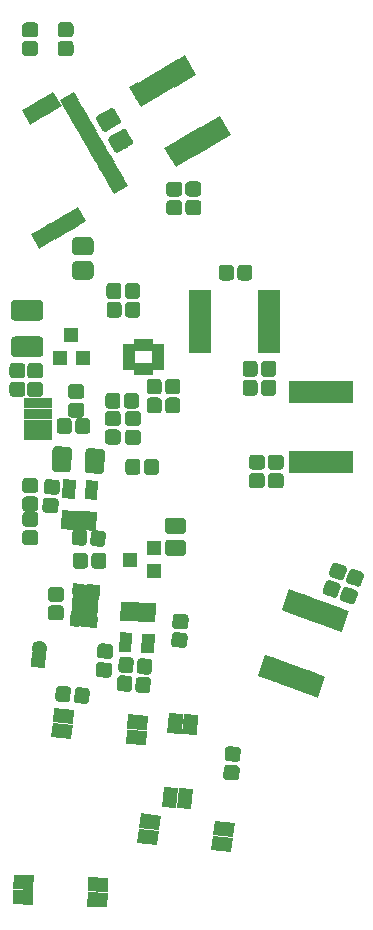
<source format=gbs>
G04 #@! TF.GenerationSoftware,KiCad,Pcbnew,(5.0.0)*
G04 #@! TF.CreationDate,2020-01-29T13:44:41+01:00*
G04 #@! TF.ProjectId,Insole_PCB,496E736F6C655F5043422E6B69636164,rev?*
G04 #@! TF.SameCoordinates,Original*
G04 #@! TF.FileFunction,Soldermask,Bot*
G04 #@! TF.FilePolarity,Negative*
%FSLAX46Y46*%
G04 Gerber Fmt 4.6, Leading zero omitted, Abs format (unit mm)*
G04 Created by KiCad (PCBNEW (5.0.0)) date 01/29/20 13:44:41*
%MOMM*%
%LPD*%
G01*
G04 APERTURE LIST*
%ADD10C,1.250000*%
%ADD11C,1.250000*%
%ADD12C,0.100000*%
%ADD13R,1.075000X0.650000*%
%ADD14R,0.650000X1.075000*%
%ADD15C,1.275000*%
%ADD16C,1.550000*%
%ADD17C,0.850000*%
%ADD18R,1.900000X0.850000*%
%ADD19R,0.850000X1.900000*%
%ADD20R,1.200000X1.300000*%
%ADD21C,1.050000*%
%ADD22C,0.810000*%
%ADD23C,2.200000*%
%ADD24C,0.900000*%
%ADD25C,0.800000*%
%ADD26C,1.200000*%
%ADD27C,1.725000*%
%ADD28C,1.650000*%
%ADD29R,1.300000X1.200000*%
%ADD30C,1.375000*%
%ADD31R,1.200000X0.900000*%
G04 APERTURE END LIST*
D10*
G04 #@! TO.C,J2*
X186929209Y-191863143D03*
D11*
X186929209Y-191863143D02*
X186929209Y-191863143D01*
D10*
X186859453Y-192860707D03*
D12*
G36*
X187526528Y-192280827D02*
X187439333Y-193527782D01*
X186192378Y-193440587D01*
X186279573Y-192193632D01*
X187526528Y-192280827D01*
X187526528Y-192280827D01*
G37*
G04 #@! TD*
D13*
G04 #@! TO.C,U2*
X194486953Y-166460707D03*
X194486953Y-166960707D03*
X194486953Y-167460707D03*
X194486953Y-167960707D03*
X197011953Y-167960707D03*
X197011953Y-167460707D03*
X197011953Y-166960707D03*
X197011953Y-166460707D03*
D14*
X195249453Y-168223207D03*
X195749453Y-168223207D03*
X196249453Y-168223207D03*
X195249453Y-166198207D03*
X196249453Y-166198207D03*
X195749453Y-166198207D03*
G04 #@! TD*
D12*
G04 #@! TO.C,C1*
G36*
X192083608Y-193035491D02*
X192794372Y-193085192D01*
X192825431Y-193088903D01*
X192855978Y-193095640D01*
X192885717Y-193105339D01*
X192914362Y-193117906D01*
X192941638Y-193133220D01*
X192967281Y-193151134D01*
X192991045Y-193171475D01*
X193012701Y-193194047D01*
X193032039Y-193218633D01*
X193048875Y-193244997D01*
X193063046Y-193272884D01*
X193074415Y-193302025D01*
X193082873Y-193332140D01*
X193088339Y-193362940D01*
X193090759Y-193394127D01*
X193090111Y-193425401D01*
X193045641Y-194061348D01*
X193041930Y-194092408D01*
X193035193Y-194122954D01*
X193025494Y-194152693D01*
X193012927Y-194181339D01*
X192997613Y-194208614D01*
X192979699Y-194234257D01*
X192959358Y-194258021D01*
X192936786Y-194279677D01*
X192912199Y-194299016D01*
X192885836Y-194315851D01*
X192857949Y-194330022D01*
X192828808Y-194341391D01*
X192798692Y-194349849D01*
X192767893Y-194355315D01*
X192736706Y-194357735D01*
X192705432Y-194357087D01*
X191994668Y-194307386D01*
X191963609Y-194303675D01*
X191933062Y-194296938D01*
X191903323Y-194287239D01*
X191874678Y-194274672D01*
X191847402Y-194259358D01*
X191821759Y-194241444D01*
X191797995Y-194221103D01*
X191776339Y-194198531D01*
X191757001Y-194173945D01*
X191740165Y-194147581D01*
X191725994Y-194119694D01*
X191714625Y-194090553D01*
X191706167Y-194060438D01*
X191700701Y-194029638D01*
X191698281Y-193998451D01*
X191698929Y-193967177D01*
X191743399Y-193331230D01*
X191747110Y-193300170D01*
X191753847Y-193269624D01*
X191763546Y-193239885D01*
X191776113Y-193211239D01*
X191791427Y-193183964D01*
X191809341Y-193158321D01*
X191829682Y-193134557D01*
X191852254Y-193112901D01*
X191876841Y-193093562D01*
X191903204Y-193076727D01*
X191931091Y-193062556D01*
X191960232Y-193051187D01*
X191990348Y-193042729D01*
X192021147Y-193037263D01*
X192052334Y-193034843D01*
X192083608Y-193035491D01*
X192083608Y-193035491D01*
G37*
D15*
X192394520Y-193696289D03*
D12*
G36*
X192193474Y-191464327D02*
X192904238Y-191514028D01*
X192935297Y-191517739D01*
X192965844Y-191524476D01*
X192995583Y-191534175D01*
X193024228Y-191546742D01*
X193051504Y-191562056D01*
X193077147Y-191579970D01*
X193100911Y-191600311D01*
X193122567Y-191622883D01*
X193141905Y-191647469D01*
X193158741Y-191673833D01*
X193172912Y-191701720D01*
X193184281Y-191730861D01*
X193192739Y-191760976D01*
X193198205Y-191791776D01*
X193200625Y-191822963D01*
X193199977Y-191854237D01*
X193155507Y-192490184D01*
X193151796Y-192521244D01*
X193145059Y-192551790D01*
X193135360Y-192581529D01*
X193122793Y-192610175D01*
X193107479Y-192637450D01*
X193089565Y-192663093D01*
X193069224Y-192686857D01*
X193046652Y-192708513D01*
X193022065Y-192727852D01*
X192995702Y-192744687D01*
X192967815Y-192758858D01*
X192938674Y-192770227D01*
X192908558Y-192778685D01*
X192877759Y-192784151D01*
X192846572Y-192786571D01*
X192815298Y-192785923D01*
X192104534Y-192736222D01*
X192073475Y-192732511D01*
X192042928Y-192725774D01*
X192013189Y-192716075D01*
X191984544Y-192703508D01*
X191957268Y-192688194D01*
X191931625Y-192670280D01*
X191907861Y-192649939D01*
X191886205Y-192627367D01*
X191866867Y-192602781D01*
X191850031Y-192576417D01*
X191835860Y-192548530D01*
X191824491Y-192519389D01*
X191816033Y-192489274D01*
X191810567Y-192458474D01*
X191808147Y-192427287D01*
X191808795Y-192396013D01*
X191853265Y-191760066D01*
X191856976Y-191729006D01*
X191863713Y-191698460D01*
X191873412Y-191668721D01*
X191885979Y-191640075D01*
X191901293Y-191612800D01*
X191919207Y-191587157D01*
X191939548Y-191563393D01*
X191962120Y-191541737D01*
X191986707Y-191522398D01*
X192013070Y-191505563D01*
X192040957Y-191491392D01*
X192070098Y-191480023D01*
X192100214Y-191471565D01*
X192131013Y-191466099D01*
X192162200Y-191463679D01*
X192193474Y-191464327D01*
X192193474Y-191464327D01*
G37*
D15*
X192504386Y-192125125D03*
G04 #@! TD*
D12*
G04 #@! TO.C,C2*
G36*
X212921741Y-186661067D02*
X212952854Y-186664303D01*
X212983500Y-186670572D01*
X213013384Y-186679816D01*
X213682915Y-186923506D01*
X213711749Y-186935634D01*
X213739255Y-186950530D01*
X213765169Y-186968050D01*
X213789241Y-186988026D01*
X213811238Y-187010265D01*
X213830950Y-187034553D01*
X213848187Y-187060657D01*
X213862782Y-187088324D01*
X213874594Y-187117288D01*
X213883511Y-187147271D01*
X213889446Y-187177983D01*
X213892343Y-187209130D01*
X213892172Y-187240410D01*
X213888936Y-187271523D01*
X213882666Y-187302168D01*
X213873423Y-187332052D01*
X213655386Y-187931106D01*
X213643258Y-187959939D01*
X213628362Y-187987446D01*
X213610842Y-188013359D01*
X213590866Y-188037431D01*
X213568627Y-188059429D01*
X213544339Y-188079141D01*
X213518236Y-188096377D01*
X213490569Y-188110972D01*
X213461605Y-188122785D01*
X213431622Y-188131702D01*
X213400909Y-188137637D01*
X213369763Y-188140534D01*
X213338483Y-188140363D01*
X213307370Y-188137127D01*
X213276724Y-188130858D01*
X213246840Y-188121614D01*
X212577309Y-187877924D01*
X212548475Y-187865796D01*
X212520969Y-187850900D01*
X212495055Y-187833380D01*
X212470983Y-187813404D01*
X212448986Y-187791165D01*
X212429274Y-187766877D01*
X212412037Y-187740773D01*
X212397442Y-187713106D01*
X212385630Y-187684142D01*
X212376713Y-187654159D01*
X212370778Y-187623447D01*
X212367881Y-187592300D01*
X212368052Y-187561020D01*
X212371288Y-187529907D01*
X212377558Y-187499262D01*
X212386801Y-187469378D01*
X212604838Y-186870324D01*
X212616966Y-186841491D01*
X212631862Y-186813984D01*
X212649382Y-186788071D01*
X212669358Y-186763999D01*
X212691597Y-186742001D01*
X212715885Y-186722289D01*
X212741988Y-186705053D01*
X212769655Y-186690458D01*
X212798619Y-186678645D01*
X212828602Y-186669728D01*
X212859315Y-186663793D01*
X212890461Y-186660896D01*
X212921741Y-186661067D01*
X212921741Y-186661067D01*
G37*
D15*
X213130112Y-187400715D03*
D12*
G36*
X213460423Y-185181051D02*
X213491536Y-185184287D01*
X213522182Y-185190556D01*
X213552066Y-185199800D01*
X214221597Y-185443490D01*
X214250431Y-185455618D01*
X214277937Y-185470514D01*
X214303851Y-185488034D01*
X214327923Y-185508010D01*
X214349920Y-185530249D01*
X214369632Y-185554537D01*
X214386869Y-185580641D01*
X214401464Y-185608308D01*
X214413276Y-185637272D01*
X214422193Y-185667255D01*
X214428128Y-185697967D01*
X214431025Y-185729114D01*
X214430854Y-185760394D01*
X214427618Y-185791507D01*
X214421348Y-185822152D01*
X214412105Y-185852036D01*
X214194068Y-186451090D01*
X214181940Y-186479923D01*
X214167044Y-186507430D01*
X214149524Y-186533343D01*
X214129548Y-186557415D01*
X214107309Y-186579413D01*
X214083021Y-186599125D01*
X214056918Y-186616361D01*
X214029251Y-186630956D01*
X214000287Y-186642769D01*
X213970304Y-186651686D01*
X213939591Y-186657621D01*
X213908445Y-186660518D01*
X213877165Y-186660347D01*
X213846052Y-186657111D01*
X213815406Y-186650842D01*
X213785522Y-186641598D01*
X213115991Y-186397908D01*
X213087157Y-186385780D01*
X213059651Y-186370884D01*
X213033737Y-186353364D01*
X213009665Y-186333388D01*
X212987668Y-186311149D01*
X212967956Y-186286861D01*
X212950719Y-186260757D01*
X212936124Y-186233090D01*
X212924312Y-186204126D01*
X212915395Y-186174143D01*
X212909460Y-186143431D01*
X212906563Y-186112284D01*
X212906734Y-186081004D01*
X212909970Y-186049891D01*
X212916240Y-186019246D01*
X212925483Y-185989362D01*
X213143520Y-185390308D01*
X213155648Y-185361475D01*
X213170544Y-185333968D01*
X213188064Y-185308055D01*
X213208040Y-185283983D01*
X213230279Y-185261985D01*
X213254567Y-185242273D01*
X213280670Y-185225037D01*
X213308337Y-185210442D01*
X213337301Y-185198629D01*
X213367284Y-185189712D01*
X213397997Y-185183777D01*
X213429143Y-185180880D01*
X213460423Y-185181051D01*
X213460423Y-185181051D01*
G37*
D15*
X213668794Y-185920699D03*
G04 #@! TD*
D12*
G04 #@! TO.C,C3*
G36*
X190050046Y-181798735D02*
X190686672Y-181832099D01*
X190717792Y-181835267D01*
X190748451Y-181841470D01*
X190778355Y-181850648D01*
X190807215Y-181862713D01*
X190834754Y-181877549D01*
X190860706Y-181895012D01*
X190884821Y-181914936D01*
X190906867Y-181937127D01*
X190926632Y-181961372D01*
X190943926Y-181987437D01*
X190958581Y-182015072D01*
X190970457Y-182044011D01*
X190979439Y-182073974D01*
X190985441Y-182104674D01*
X190988406Y-182135814D01*
X190988303Y-182167094D01*
X190951013Y-182878618D01*
X190947845Y-182909738D01*
X190941642Y-182940398D01*
X190932464Y-182970301D01*
X190920399Y-182999162D01*
X190905563Y-183026700D01*
X190888099Y-183052652D01*
X190868176Y-183076767D01*
X190845985Y-183098814D01*
X190821740Y-183118579D01*
X190795674Y-183135872D01*
X190768039Y-183150527D01*
X190739101Y-183162403D01*
X190709137Y-183171385D01*
X190678438Y-183177387D01*
X190647298Y-183180352D01*
X190616018Y-183180249D01*
X189979392Y-183146885D01*
X189948272Y-183143717D01*
X189917613Y-183137514D01*
X189887709Y-183128336D01*
X189858849Y-183116271D01*
X189831310Y-183101435D01*
X189805358Y-183083972D01*
X189781243Y-183064048D01*
X189759197Y-183041857D01*
X189739432Y-183017612D01*
X189722138Y-182991547D01*
X189707483Y-182963912D01*
X189695607Y-182934973D01*
X189686625Y-182905010D01*
X189680623Y-182874310D01*
X189677658Y-182843170D01*
X189677761Y-182811890D01*
X189715051Y-182100366D01*
X189718219Y-182069246D01*
X189724422Y-182038586D01*
X189733600Y-182008683D01*
X189745665Y-181979822D01*
X189760501Y-181952284D01*
X189777965Y-181926332D01*
X189797888Y-181902217D01*
X189820079Y-181880170D01*
X189844324Y-181860405D01*
X189870390Y-181843112D01*
X189898025Y-181828457D01*
X189926963Y-181816581D01*
X189956927Y-181807599D01*
X189987626Y-181801597D01*
X190018766Y-181798632D01*
X190050046Y-181798735D01*
X190050046Y-181798735D01*
G37*
D15*
X190333032Y-182489492D03*
D12*
G36*
X191622888Y-181881165D02*
X192259514Y-181914529D01*
X192290634Y-181917697D01*
X192321293Y-181923900D01*
X192351197Y-181933078D01*
X192380057Y-181945143D01*
X192407596Y-181959979D01*
X192433548Y-181977442D01*
X192457663Y-181997366D01*
X192479709Y-182019557D01*
X192499474Y-182043802D01*
X192516768Y-182069867D01*
X192531423Y-182097502D01*
X192543299Y-182126441D01*
X192552281Y-182156404D01*
X192558283Y-182187104D01*
X192561248Y-182218244D01*
X192561145Y-182249524D01*
X192523855Y-182961048D01*
X192520687Y-182992168D01*
X192514484Y-183022828D01*
X192505306Y-183052731D01*
X192493241Y-183081592D01*
X192478405Y-183109130D01*
X192460941Y-183135082D01*
X192441018Y-183159197D01*
X192418827Y-183181244D01*
X192394582Y-183201009D01*
X192368516Y-183218302D01*
X192340881Y-183232957D01*
X192311943Y-183244833D01*
X192281979Y-183253815D01*
X192251280Y-183259817D01*
X192220140Y-183262782D01*
X192188860Y-183262679D01*
X191552234Y-183229315D01*
X191521114Y-183226147D01*
X191490455Y-183219944D01*
X191460551Y-183210766D01*
X191431691Y-183198701D01*
X191404152Y-183183865D01*
X191378200Y-183166402D01*
X191354085Y-183146478D01*
X191332039Y-183124287D01*
X191312274Y-183100042D01*
X191294980Y-183073977D01*
X191280325Y-183046342D01*
X191268449Y-183017403D01*
X191259467Y-182987440D01*
X191253465Y-182956740D01*
X191250500Y-182925600D01*
X191250603Y-182894320D01*
X191287893Y-182182796D01*
X191291061Y-182151676D01*
X191297264Y-182121016D01*
X191306442Y-182091113D01*
X191318507Y-182062252D01*
X191333343Y-182034714D01*
X191350807Y-182008762D01*
X191370730Y-181984647D01*
X191392921Y-181962600D01*
X191417166Y-181942835D01*
X191443232Y-181925542D01*
X191470867Y-181910887D01*
X191499805Y-181899011D01*
X191529769Y-181890029D01*
X191560468Y-181884027D01*
X191591608Y-181881062D01*
X191622888Y-181881165D01*
X191622888Y-181881165D01*
G37*
D15*
X191905874Y-182571922D03*
G04 #@! TD*
D12*
G04 #@! TO.C,C4*
G36*
X187571608Y-179123491D02*
X188282372Y-179173192D01*
X188313431Y-179176903D01*
X188343978Y-179183640D01*
X188373717Y-179193339D01*
X188402362Y-179205906D01*
X188429638Y-179221220D01*
X188455281Y-179239134D01*
X188479045Y-179259475D01*
X188500701Y-179282047D01*
X188520039Y-179306633D01*
X188536875Y-179332997D01*
X188551046Y-179360884D01*
X188562415Y-179390025D01*
X188570873Y-179420140D01*
X188576339Y-179450940D01*
X188578759Y-179482127D01*
X188578111Y-179513401D01*
X188533641Y-180149348D01*
X188529930Y-180180408D01*
X188523193Y-180210954D01*
X188513494Y-180240693D01*
X188500927Y-180269339D01*
X188485613Y-180296614D01*
X188467699Y-180322257D01*
X188447358Y-180346021D01*
X188424786Y-180367677D01*
X188400199Y-180387016D01*
X188373836Y-180403851D01*
X188345949Y-180418022D01*
X188316808Y-180429391D01*
X188286692Y-180437849D01*
X188255893Y-180443315D01*
X188224706Y-180445735D01*
X188193432Y-180445087D01*
X187482668Y-180395386D01*
X187451609Y-180391675D01*
X187421062Y-180384938D01*
X187391323Y-180375239D01*
X187362678Y-180362672D01*
X187335402Y-180347358D01*
X187309759Y-180329444D01*
X187285995Y-180309103D01*
X187264339Y-180286531D01*
X187245001Y-180261945D01*
X187228165Y-180235581D01*
X187213994Y-180207694D01*
X187202625Y-180178553D01*
X187194167Y-180148438D01*
X187188701Y-180117638D01*
X187186281Y-180086451D01*
X187186929Y-180055177D01*
X187231399Y-179419230D01*
X187235110Y-179388170D01*
X187241847Y-179357624D01*
X187251546Y-179327885D01*
X187264113Y-179299239D01*
X187279427Y-179271964D01*
X187297341Y-179246321D01*
X187317682Y-179222557D01*
X187340254Y-179200901D01*
X187364841Y-179181562D01*
X187391204Y-179164727D01*
X187419091Y-179150556D01*
X187448232Y-179139187D01*
X187478348Y-179130729D01*
X187509147Y-179125263D01*
X187540334Y-179122843D01*
X187571608Y-179123491D01*
X187571608Y-179123491D01*
G37*
D15*
X187882520Y-179784289D03*
D12*
G36*
X187681474Y-177552327D02*
X188392238Y-177602028D01*
X188423297Y-177605739D01*
X188453844Y-177612476D01*
X188483583Y-177622175D01*
X188512228Y-177634742D01*
X188539504Y-177650056D01*
X188565147Y-177667970D01*
X188588911Y-177688311D01*
X188610567Y-177710883D01*
X188629905Y-177735469D01*
X188646741Y-177761833D01*
X188660912Y-177789720D01*
X188672281Y-177818861D01*
X188680739Y-177848976D01*
X188686205Y-177879776D01*
X188688625Y-177910963D01*
X188687977Y-177942237D01*
X188643507Y-178578184D01*
X188639796Y-178609244D01*
X188633059Y-178639790D01*
X188623360Y-178669529D01*
X188610793Y-178698175D01*
X188595479Y-178725450D01*
X188577565Y-178751093D01*
X188557224Y-178774857D01*
X188534652Y-178796513D01*
X188510065Y-178815852D01*
X188483702Y-178832687D01*
X188455815Y-178846858D01*
X188426674Y-178858227D01*
X188396558Y-178866685D01*
X188365759Y-178872151D01*
X188334572Y-178874571D01*
X188303298Y-178873923D01*
X187592534Y-178824222D01*
X187561475Y-178820511D01*
X187530928Y-178813774D01*
X187501189Y-178804075D01*
X187472544Y-178791508D01*
X187445268Y-178776194D01*
X187419625Y-178758280D01*
X187395861Y-178737939D01*
X187374205Y-178715367D01*
X187354867Y-178690781D01*
X187338031Y-178664417D01*
X187323860Y-178636530D01*
X187312491Y-178607389D01*
X187304033Y-178577274D01*
X187298567Y-178546474D01*
X187296147Y-178515287D01*
X187296795Y-178484013D01*
X187341265Y-177848066D01*
X187344976Y-177817006D01*
X187351713Y-177786460D01*
X187361412Y-177756721D01*
X187373979Y-177728075D01*
X187389293Y-177700800D01*
X187407207Y-177675157D01*
X187427548Y-177651393D01*
X187450120Y-177629737D01*
X187474707Y-177610398D01*
X187501070Y-177593563D01*
X187528957Y-177579392D01*
X187558098Y-177568023D01*
X187588214Y-177559565D01*
X187619013Y-177554099D01*
X187650200Y-177551679D01*
X187681474Y-177552327D01*
X187681474Y-177552327D01*
G37*
D15*
X187992386Y-178213125D03*
G04 #@! TD*
D12*
G04 #@! TO.C,C5*
G36*
X211471741Y-186111067D02*
X211502854Y-186114303D01*
X211533500Y-186120572D01*
X211563384Y-186129816D01*
X212232915Y-186373506D01*
X212261749Y-186385634D01*
X212289255Y-186400530D01*
X212315169Y-186418050D01*
X212339241Y-186438026D01*
X212361238Y-186460265D01*
X212380950Y-186484553D01*
X212398187Y-186510657D01*
X212412782Y-186538324D01*
X212424594Y-186567288D01*
X212433511Y-186597271D01*
X212439446Y-186627983D01*
X212442343Y-186659130D01*
X212442172Y-186690410D01*
X212438936Y-186721523D01*
X212432666Y-186752168D01*
X212423423Y-186782052D01*
X212205386Y-187381106D01*
X212193258Y-187409939D01*
X212178362Y-187437446D01*
X212160842Y-187463359D01*
X212140866Y-187487431D01*
X212118627Y-187509429D01*
X212094339Y-187529141D01*
X212068236Y-187546377D01*
X212040569Y-187560972D01*
X212011605Y-187572785D01*
X211981622Y-187581702D01*
X211950909Y-187587637D01*
X211919763Y-187590534D01*
X211888483Y-187590363D01*
X211857370Y-187587127D01*
X211826724Y-187580858D01*
X211796840Y-187571614D01*
X211127309Y-187327924D01*
X211098475Y-187315796D01*
X211070969Y-187300900D01*
X211045055Y-187283380D01*
X211020983Y-187263404D01*
X210998986Y-187241165D01*
X210979274Y-187216877D01*
X210962037Y-187190773D01*
X210947442Y-187163106D01*
X210935630Y-187134142D01*
X210926713Y-187104159D01*
X210920778Y-187073447D01*
X210917881Y-187042300D01*
X210918052Y-187011020D01*
X210921288Y-186979907D01*
X210927558Y-186949262D01*
X210936801Y-186919378D01*
X211154838Y-186320324D01*
X211166966Y-186291491D01*
X211181862Y-186263984D01*
X211199382Y-186238071D01*
X211219358Y-186213999D01*
X211241597Y-186192001D01*
X211265885Y-186172289D01*
X211291988Y-186155053D01*
X211319655Y-186140458D01*
X211348619Y-186128645D01*
X211378602Y-186119728D01*
X211409315Y-186113793D01*
X211440461Y-186110896D01*
X211471741Y-186111067D01*
X211471741Y-186111067D01*
G37*
D15*
X211680112Y-186850715D03*
D12*
G36*
X212010423Y-184631051D02*
X212041536Y-184634287D01*
X212072182Y-184640556D01*
X212102066Y-184649800D01*
X212771597Y-184893490D01*
X212800431Y-184905618D01*
X212827937Y-184920514D01*
X212853851Y-184938034D01*
X212877923Y-184958010D01*
X212899920Y-184980249D01*
X212919632Y-185004537D01*
X212936869Y-185030641D01*
X212951464Y-185058308D01*
X212963276Y-185087272D01*
X212972193Y-185117255D01*
X212978128Y-185147967D01*
X212981025Y-185179114D01*
X212980854Y-185210394D01*
X212977618Y-185241507D01*
X212971348Y-185272152D01*
X212962105Y-185302036D01*
X212744068Y-185901090D01*
X212731940Y-185929923D01*
X212717044Y-185957430D01*
X212699524Y-185983343D01*
X212679548Y-186007415D01*
X212657309Y-186029413D01*
X212633021Y-186049125D01*
X212606918Y-186066361D01*
X212579251Y-186080956D01*
X212550287Y-186092769D01*
X212520304Y-186101686D01*
X212489591Y-186107621D01*
X212458445Y-186110518D01*
X212427165Y-186110347D01*
X212396052Y-186107111D01*
X212365406Y-186100842D01*
X212335522Y-186091598D01*
X211665991Y-185847908D01*
X211637157Y-185835780D01*
X211609651Y-185820884D01*
X211583737Y-185803364D01*
X211559665Y-185783388D01*
X211537668Y-185761149D01*
X211517956Y-185736861D01*
X211500719Y-185710757D01*
X211486124Y-185683090D01*
X211474312Y-185654126D01*
X211465395Y-185624143D01*
X211459460Y-185593431D01*
X211456563Y-185562284D01*
X211456734Y-185531004D01*
X211459970Y-185499891D01*
X211466240Y-185469246D01*
X211475483Y-185439362D01*
X211693520Y-184840308D01*
X211705648Y-184811475D01*
X211720544Y-184783968D01*
X211738064Y-184758055D01*
X211758040Y-184733983D01*
X211780279Y-184711985D01*
X211804567Y-184692273D01*
X211830670Y-184675037D01*
X211858337Y-184660442D01*
X211887301Y-184648629D01*
X211917284Y-184639712D01*
X211947997Y-184633777D01*
X211979143Y-184630880D01*
X212010423Y-184631051D01*
X212010423Y-184631051D01*
G37*
D15*
X212218794Y-185370699D03*
G04 #@! TD*
D12*
G04 #@! TO.C,C6*
G36*
X205736946Y-175474742D02*
X205767888Y-175479332D01*
X205798231Y-175486932D01*
X205827683Y-175497470D01*
X205855961Y-175510845D01*
X205882791Y-175526926D01*
X205907916Y-175545560D01*
X205931093Y-175566567D01*
X205952100Y-175589744D01*
X205970734Y-175614869D01*
X205986815Y-175641699D01*
X206000190Y-175669977D01*
X206010728Y-175699429D01*
X206018328Y-175729772D01*
X206022918Y-175760714D01*
X206024453Y-175791957D01*
X206024453Y-176429457D01*
X206022918Y-176460700D01*
X206018328Y-176491642D01*
X206010728Y-176521985D01*
X206000190Y-176551437D01*
X205986815Y-176579715D01*
X205970734Y-176606545D01*
X205952100Y-176631670D01*
X205931093Y-176654847D01*
X205907916Y-176675854D01*
X205882791Y-176694488D01*
X205855961Y-176710569D01*
X205827683Y-176723944D01*
X205798231Y-176734482D01*
X205767888Y-176742082D01*
X205736946Y-176746672D01*
X205705703Y-176748207D01*
X204993203Y-176748207D01*
X204961960Y-176746672D01*
X204931018Y-176742082D01*
X204900675Y-176734482D01*
X204871223Y-176723944D01*
X204842945Y-176710569D01*
X204816115Y-176694488D01*
X204790990Y-176675854D01*
X204767813Y-176654847D01*
X204746806Y-176631670D01*
X204728172Y-176606545D01*
X204712091Y-176579715D01*
X204698716Y-176551437D01*
X204688178Y-176521985D01*
X204680578Y-176491642D01*
X204675988Y-176460700D01*
X204674453Y-176429457D01*
X204674453Y-175791957D01*
X204675988Y-175760714D01*
X204680578Y-175729772D01*
X204688178Y-175699429D01*
X204698716Y-175669977D01*
X204712091Y-175641699D01*
X204728172Y-175614869D01*
X204746806Y-175589744D01*
X204767813Y-175566567D01*
X204790990Y-175545560D01*
X204816115Y-175526926D01*
X204842945Y-175510845D01*
X204871223Y-175497470D01*
X204900675Y-175486932D01*
X204931018Y-175479332D01*
X204961960Y-175474742D01*
X204993203Y-175473207D01*
X205705703Y-175473207D01*
X205736946Y-175474742D01*
X205736946Y-175474742D01*
G37*
D15*
X205349453Y-176110707D03*
D12*
G36*
X205736946Y-177049742D02*
X205767888Y-177054332D01*
X205798231Y-177061932D01*
X205827683Y-177072470D01*
X205855961Y-177085845D01*
X205882791Y-177101926D01*
X205907916Y-177120560D01*
X205931093Y-177141567D01*
X205952100Y-177164744D01*
X205970734Y-177189869D01*
X205986815Y-177216699D01*
X206000190Y-177244977D01*
X206010728Y-177274429D01*
X206018328Y-177304772D01*
X206022918Y-177335714D01*
X206024453Y-177366957D01*
X206024453Y-178004457D01*
X206022918Y-178035700D01*
X206018328Y-178066642D01*
X206010728Y-178096985D01*
X206000190Y-178126437D01*
X205986815Y-178154715D01*
X205970734Y-178181545D01*
X205952100Y-178206670D01*
X205931093Y-178229847D01*
X205907916Y-178250854D01*
X205882791Y-178269488D01*
X205855961Y-178285569D01*
X205827683Y-178298944D01*
X205798231Y-178309482D01*
X205767888Y-178317082D01*
X205736946Y-178321672D01*
X205705703Y-178323207D01*
X204993203Y-178323207D01*
X204961960Y-178321672D01*
X204931018Y-178317082D01*
X204900675Y-178309482D01*
X204871223Y-178298944D01*
X204842945Y-178285569D01*
X204816115Y-178269488D01*
X204790990Y-178250854D01*
X204767813Y-178229847D01*
X204746806Y-178206670D01*
X204728172Y-178181545D01*
X204712091Y-178154715D01*
X204698716Y-178126437D01*
X204688178Y-178096985D01*
X204680578Y-178066642D01*
X204675988Y-178035700D01*
X204674453Y-178004457D01*
X204674453Y-177366957D01*
X204675988Y-177335714D01*
X204680578Y-177304772D01*
X204688178Y-177274429D01*
X204698716Y-177244977D01*
X204712091Y-177216699D01*
X204728172Y-177189869D01*
X204746806Y-177164744D01*
X204767813Y-177141567D01*
X204790990Y-177120560D01*
X204816115Y-177101926D01*
X204842945Y-177085845D01*
X204871223Y-177072470D01*
X204900675Y-177061932D01*
X204931018Y-177054332D01*
X204961960Y-177049742D01*
X204993203Y-177048207D01*
X205705703Y-177048207D01*
X205736946Y-177049742D01*
X205736946Y-177049742D01*
G37*
D15*
X205349453Y-177685707D03*
G04 #@! TD*
D12*
G04 #@! TO.C,C7*
G36*
X207336946Y-175487242D02*
X207367888Y-175491832D01*
X207398231Y-175499432D01*
X207427683Y-175509970D01*
X207455961Y-175523345D01*
X207482791Y-175539426D01*
X207507916Y-175558060D01*
X207531093Y-175579067D01*
X207552100Y-175602244D01*
X207570734Y-175627369D01*
X207586815Y-175654199D01*
X207600190Y-175682477D01*
X207610728Y-175711929D01*
X207618328Y-175742272D01*
X207622918Y-175773214D01*
X207624453Y-175804457D01*
X207624453Y-176441957D01*
X207622918Y-176473200D01*
X207618328Y-176504142D01*
X207610728Y-176534485D01*
X207600190Y-176563937D01*
X207586815Y-176592215D01*
X207570734Y-176619045D01*
X207552100Y-176644170D01*
X207531093Y-176667347D01*
X207507916Y-176688354D01*
X207482791Y-176706988D01*
X207455961Y-176723069D01*
X207427683Y-176736444D01*
X207398231Y-176746982D01*
X207367888Y-176754582D01*
X207336946Y-176759172D01*
X207305703Y-176760707D01*
X206593203Y-176760707D01*
X206561960Y-176759172D01*
X206531018Y-176754582D01*
X206500675Y-176746982D01*
X206471223Y-176736444D01*
X206442945Y-176723069D01*
X206416115Y-176706988D01*
X206390990Y-176688354D01*
X206367813Y-176667347D01*
X206346806Y-176644170D01*
X206328172Y-176619045D01*
X206312091Y-176592215D01*
X206298716Y-176563937D01*
X206288178Y-176534485D01*
X206280578Y-176504142D01*
X206275988Y-176473200D01*
X206274453Y-176441957D01*
X206274453Y-175804457D01*
X206275988Y-175773214D01*
X206280578Y-175742272D01*
X206288178Y-175711929D01*
X206298716Y-175682477D01*
X206312091Y-175654199D01*
X206328172Y-175627369D01*
X206346806Y-175602244D01*
X206367813Y-175579067D01*
X206390990Y-175558060D01*
X206416115Y-175539426D01*
X206442945Y-175523345D01*
X206471223Y-175509970D01*
X206500675Y-175499432D01*
X206531018Y-175491832D01*
X206561960Y-175487242D01*
X206593203Y-175485707D01*
X207305703Y-175485707D01*
X207336946Y-175487242D01*
X207336946Y-175487242D01*
G37*
D15*
X206949453Y-176123207D03*
D12*
G36*
X207336946Y-177062242D02*
X207367888Y-177066832D01*
X207398231Y-177074432D01*
X207427683Y-177084970D01*
X207455961Y-177098345D01*
X207482791Y-177114426D01*
X207507916Y-177133060D01*
X207531093Y-177154067D01*
X207552100Y-177177244D01*
X207570734Y-177202369D01*
X207586815Y-177229199D01*
X207600190Y-177257477D01*
X207610728Y-177286929D01*
X207618328Y-177317272D01*
X207622918Y-177348214D01*
X207624453Y-177379457D01*
X207624453Y-178016957D01*
X207622918Y-178048200D01*
X207618328Y-178079142D01*
X207610728Y-178109485D01*
X207600190Y-178138937D01*
X207586815Y-178167215D01*
X207570734Y-178194045D01*
X207552100Y-178219170D01*
X207531093Y-178242347D01*
X207507916Y-178263354D01*
X207482791Y-178281988D01*
X207455961Y-178298069D01*
X207427683Y-178311444D01*
X207398231Y-178321982D01*
X207367888Y-178329582D01*
X207336946Y-178334172D01*
X207305703Y-178335707D01*
X206593203Y-178335707D01*
X206561960Y-178334172D01*
X206531018Y-178329582D01*
X206500675Y-178321982D01*
X206471223Y-178311444D01*
X206442945Y-178298069D01*
X206416115Y-178281988D01*
X206390990Y-178263354D01*
X206367813Y-178242347D01*
X206346806Y-178219170D01*
X206328172Y-178194045D01*
X206312091Y-178167215D01*
X206298716Y-178138937D01*
X206288178Y-178109485D01*
X206280578Y-178079142D01*
X206275988Y-178048200D01*
X206274453Y-178016957D01*
X206274453Y-177379457D01*
X206275988Y-177348214D01*
X206280578Y-177317272D01*
X206288178Y-177286929D01*
X206298716Y-177257477D01*
X206312091Y-177229199D01*
X206328172Y-177202369D01*
X206346806Y-177177244D01*
X206367813Y-177154067D01*
X206390990Y-177133060D01*
X206416115Y-177114426D01*
X206442945Y-177098345D01*
X206471223Y-177084970D01*
X206500675Y-177074432D01*
X206531018Y-177066832D01*
X206561960Y-177062242D01*
X206593203Y-177060707D01*
X207305703Y-177060707D01*
X207336946Y-177062242D01*
X207336946Y-177062242D01*
G37*
D15*
X206949453Y-177698207D03*
G04 #@! TD*
D12*
G04 #@! TO.C,C8*
G36*
X206699446Y-169137242D02*
X206730388Y-169141832D01*
X206760731Y-169149432D01*
X206790183Y-169159970D01*
X206818461Y-169173345D01*
X206845291Y-169189426D01*
X206870416Y-169208060D01*
X206893593Y-169229067D01*
X206914600Y-169252244D01*
X206933234Y-169277369D01*
X206949315Y-169304199D01*
X206962690Y-169332477D01*
X206973228Y-169361929D01*
X206980828Y-169392272D01*
X206985418Y-169423214D01*
X206986953Y-169454457D01*
X206986953Y-170166957D01*
X206985418Y-170198200D01*
X206980828Y-170229142D01*
X206973228Y-170259485D01*
X206962690Y-170288937D01*
X206949315Y-170317215D01*
X206933234Y-170344045D01*
X206914600Y-170369170D01*
X206893593Y-170392347D01*
X206870416Y-170413354D01*
X206845291Y-170431988D01*
X206818461Y-170448069D01*
X206790183Y-170461444D01*
X206760731Y-170471982D01*
X206730388Y-170479582D01*
X206699446Y-170484172D01*
X206668203Y-170485707D01*
X206030703Y-170485707D01*
X205999460Y-170484172D01*
X205968518Y-170479582D01*
X205938175Y-170471982D01*
X205908723Y-170461444D01*
X205880445Y-170448069D01*
X205853615Y-170431988D01*
X205828490Y-170413354D01*
X205805313Y-170392347D01*
X205784306Y-170369170D01*
X205765672Y-170344045D01*
X205749591Y-170317215D01*
X205736216Y-170288937D01*
X205725678Y-170259485D01*
X205718078Y-170229142D01*
X205713488Y-170198200D01*
X205711953Y-170166957D01*
X205711953Y-169454457D01*
X205713488Y-169423214D01*
X205718078Y-169392272D01*
X205725678Y-169361929D01*
X205736216Y-169332477D01*
X205749591Y-169304199D01*
X205765672Y-169277369D01*
X205784306Y-169252244D01*
X205805313Y-169229067D01*
X205828490Y-169208060D01*
X205853615Y-169189426D01*
X205880445Y-169173345D01*
X205908723Y-169159970D01*
X205938175Y-169149432D01*
X205968518Y-169141832D01*
X205999460Y-169137242D01*
X206030703Y-169135707D01*
X206668203Y-169135707D01*
X206699446Y-169137242D01*
X206699446Y-169137242D01*
G37*
D15*
X206349453Y-169810707D03*
D12*
G36*
X205124446Y-169137242D02*
X205155388Y-169141832D01*
X205185731Y-169149432D01*
X205215183Y-169159970D01*
X205243461Y-169173345D01*
X205270291Y-169189426D01*
X205295416Y-169208060D01*
X205318593Y-169229067D01*
X205339600Y-169252244D01*
X205358234Y-169277369D01*
X205374315Y-169304199D01*
X205387690Y-169332477D01*
X205398228Y-169361929D01*
X205405828Y-169392272D01*
X205410418Y-169423214D01*
X205411953Y-169454457D01*
X205411953Y-170166957D01*
X205410418Y-170198200D01*
X205405828Y-170229142D01*
X205398228Y-170259485D01*
X205387690Y-170288937D01*
X205374315Y-170317215D01*
X205358234Y-170344045D01*
X205339600Y-170369170D01*
X205318593Y-170392347D01*
X205295416Y-170413354D01*
X205270291Y-170431988D01*
X205243461Y-170448069D01*
X205215183Y-170461444D01*
X205185731Y-170471982D01*
X205155388Y-170479582D01*
X205124446Y-170484172D01*
X205093203Y-170485707D01*
X204455703Y-170485707D01*
X204424460Y-170484172D01*
X204393518Y-170479582D01*
X204363175Y-170471982D01*
X204333723Y-170461444D01*
X204305445Y-170448069D01*
X204278615Y-170431988D01*
X204253490Y-170413354D01*
X204230313Y-170392347D01*
X204209306Y-170369170D01*
X204190672Y-170344045D01*
X204174591Y-170317215D01*
X204161216Y-170288937D01*
X204150678Y-170259485D01*
X204143078Y-170229142D01*
X204138488Y-170198200D01*
X204136953Y-170166957D01*
X204136953Y-169454457D01*
X204138488Y-169423214D01*
X204143078Y-169392272D01*
X204150678Y-169361929D01*
X204161216Y-169332477D01*
X204174591Y-169304199D01*
X204190672Y-169277369D01*
X204209306Y-169252244D01*
X204230313Y-169229067D01*
X204253490Y-169208060D01*
X204278615Y-169189426D01*
X204305445Y-169173345D01*
X204333723Y-169159970D01*
X204363175Y-169149432D01*
X204393518Y-169141832D01*
X204424460Y-169137242D01*
X204455703Y-169135707D01*
X205093203Y-169135707D01*
X205124446Y-169137242D01*
X205124446Y-169137242D01*
G37*
D15*
X204774453Y-169810707D03*
G04 #@! TD*
D12*
G04 #@! TO.C,C9*
G36*
X206699446Y-167537242D02*
X206730388Y-167541832D01*
X206760731Y-167549432D01*
X206790183Y-167559970D01*
X206818461Y-167573345D01*
X206845291Y-167589426D01*
X206870416Y-167608060D01*
X206893593Y-167629067D01*
X206914600Y-167652244D01*
X206933234Y-167677369D01*
X206949315Y-167704199D01*
X206962690Y-167732477D01*
X206973228Y-167761929D01*
X206980828Y-167792272D01*
X206985418Y-167823214D01*
X206986953Y-167854457D01*
X206986953Y-168566957D01*
X206985418Y-168598200D01*
X206980828Y-168629142D01*
X206973228Y-168659485D01*
X206962690Y-168688937D01*
X206949315Y-168717215D01*
X206933234Y-168744045D01*
X206914600Y-168769170D01*
X206893593Y-168792347D01*
X206870416Y-168813354D01*
X206845291Y-168831988D01*
X206818461Y-168848069D01*
X206790183Y-168861444D01*
X206760731Y-168871982D01*
X206730388Y-168879582D01*
X206699446Y-168884172D01*
X206668203Y-168885707D01*
X206030703Y-168885707D01*
X205999460Y-168884172D01*
X205968518Y-168879582D01*
X205938175Y-168871982D01*
X205908723Y-168861444D01*
X205880445Y-168848069D01*
X205853615Y-168831988D01*
X205828490Y-168813354D01*
X205805313Y-168792347D01*
X205784306Y-168769170D01*
X205765672Y-168744045D01*
X205749591Y-168717215D01*
X205736216Y-168688937D01*
X205725678Y-168659485D01*
X205718078Y-168629142D01*
X205713488Y-168598200D01*
X205711953Y-168566957D01*
X205711953Y-167854457D01*
X205713488Y-167823214D01*
X205718078Y-167792272D01*
X205725678Y-167761929D01*
X205736216Y-167732477D01*
X205749591Y-167704199D01*
X205765672Y-167677369D01*
X205784306Y-167652244D01*
X205805313Y-167629067D01*
X205828490Y-167608060D01*
X205853615Y-167589426D01*
X205880445Y-167573345D01*
X205908723Y-167559970D01*
X205938175Y-167549432D01*
X205968518Y-167541832D01*
X205999460Y-167537242D01*
X206030703Y-167535707D01*
X206668203Y-167535707D01*
X206699446Y-167537242D01*
X206699446Y-167537242D01*
G37*
D15*
X206349453Y-168210707D03*
D12*
G36*
X205124446Y-167537242D02*
X205155388Y-167541832D01*
X205185731Y-167549432D01*
X205215183Y-167559970D01*
X205243461Y-167573345D01*
X205270291Y-167589426D01*
X205295416Y-167608060D01*
X205318593Y-167629067D01*
X205339600Y-167652244D01*
X205358234Y-167677369D01*
X205374315Y-167704199D01*
X205387690Y-167732477D01*
X205398228Y-167761929D01*
X205405828Y-167792272D01*
X205410418Y-167823214D01*
X205411953Y-167854457D01*
X205411953Y-168566957D01*
X205410418Y-168598200D01*
X205405828Y-168629142D01*
X205398228Y-168659485D01*
X205387690Y-168688937D01*
X205374315Y-168717215D01*
X205358234Y-168744045D01*
X205339600Y-168769170D01*
X205318593Y-168792347D01*
X205295416Y-168813354D01*
X205270291Y-168831988D01*
X205243461Y-168848069D01*
X205215183Y-168861444D01*
X205185731Y-168871982D01*
X205155388Y-168879582D01*
X205124446Y-168884172D01*
X205093203Y-168885707D01*
X204455703Y-168885707D01*
X204424460Y-168884172D01*
X204393518Y-168879582D01*
X204363175Y-168871982D01*
X204333723Y-168861444D01*
X204305445Y-168848069D01*
X204278615Y-168831988D01*
X204253490Y-168813354D01*
X204230313Y-168792347D01*
X204209306Y-168769170D01*
X204190672Y-168744045D01*
X204174591Y-168717215D01*
X204161216Y-168688937D01*
X204150678Y-168659485D01*
X204143078Y-168629142D01*
X204138488Y-168598200D01*
X204136953Y-168566957D01*
X204136953Y-167854457D01*
X204138488Y-167823214D01*
X204143078Y-167792272D01*
X204150678Y-167761929D01*
X204161216Y-167732477D01*
X204174591Y-167704199D01*
X204190672Y-167677369D01*
X204209306Y-167652244D01*
X204230313Y-167629067D01*
X204253490Y-167608060D01*
X204278615Y-167589426D01*
X204305445Y-167573345D01*
X204333723Y-167559970D01*
X204363175Y-167549432D01*
X204393518Y-167541832D01*
X204424460Y-167537242D01*
X204455703Y-167535707D01*
X205093203Y-167535707D01*
X205124446Y-167537242D01*
X205124446Y-167537242D01*
G37*
D15*
X204774453Y-168210707D03*
G04 #@! TD*
D12*
G04 #@! TO.C,C10*
G36*
X200361946Y-152349742D02*
X200392888Y-152354332D01*
X200423231Y-152361932D01*
X200452683Y-152372470D01*
X200480961Y-152385845D01*
X200507791Y-152401926D01*
X200532916Y-152420560D01*
X200556093Y-152441567D01*
X200577100Y-152464744D01*
X200595734Y-152489869D01*
X200611815Y-152516699D01*
X200625190Y-152544977D01*
X200635728Y-152574429D01*
X200643328Y-152604772D01*
X200647918Y-152635714D01*
X200649453Y-152666957D01*
X200649453Y-153304457D01*
X200647918Y-153335700D01*
X200643328Y-153366642D01*
X200635728Y-153396985D01*
X200625190Y-153426437D01*
X200611815Y-153454715D01*
X200595734Y-153481545D01*
X200577100Y-153506670D01*
X200556093Y-153529847D01*
X200532916Y-153550854D01*
X200507791Y-153569488D01*
X200480961Y-153585569D01*
X200452683Y-153598944D01*
X200423231Y-153609482D01*
X200392888Y-153617082D01*
X200361946Y-153621672D01*
X200330703Y-153623207D01*
X199618203Y-153623207D01*
X199586960Y-153621672D01*
X199556018Y-153617082D01*
X199525675Y-153609482D01*
X199496223Y-153598944D01*
X199467945Y-153585569D01*
X199441115Y-153569488D01*
X199415990Y-153550854D01*
X199392813Y-153529847D01*
X199371806Y-153506670D01*
X199353172Y-153481545D01*
X199337091Y-153454715D01*
X199323716Y-153426437D01*
X199313178Y-153396985D01*
X199305578Y-153366642D01*
X199300988Y-153335700D01*
X199299453Y-153304457D01*
X199299453Y-152666957D01*
X199300988Y-152635714D01*
X199305578Y-152604772D01*
X199313178Y-152574429D01*
X199323716Y-152544977D01*
X199337091Y-152516699D01*
X199353172Y-152489869D01*
X199371806Y-152464744D01*
X199392813Y-152441567D01*
X199415990Y-152420560D01*
X199441115Y-152401926D01*
X199467945Y-152385845D01*
X199496223Y-152372470D01*
X199525675Y-152361932D01*
X199556018Y-152354332D01*
X199586960Y-152349742D01*
X199618203Y-152348207D01*
X200330703Y-152348207D01*
X200361946Y-152349742D01*
X200361946Y-152349742D01*
G37*
D15*
X199974453Y-152985707D03*
D12*
G36*
X200361946Y-153924742D02*
X200392888Y-153929332D01*
X200423231Y-153936932D01*
X200452683Y-153947470D01*
X200480961Y-153960845D01*
X200507791Y-153976926D01*
X200532916Y-153995560D01*
X200556093Y-154016567D01*
X200577100Y-154039744D01*
X200595734Y-154064869D01*
X200611815Y-154091699D01*
X200625190Y-154119977D01*
X200635728Y-154149429D01*
X200643328Y-154179772D01*
X200647918Y-154210714D01*
X200649453Y-154241957D01*
X200649453Y-154879457D01*
X200647918Y-154910700D01*
X200643328Y-154941642D01*
X200635728Y-154971985D01*
X200625190Y-155001437D01*
X200611815Y-155029715D01*
X200595734Y-155056545D01*
X200577100Y-155081670D01*
X200556093Y-155104847D01*
X200532916Y-155125854D01*
X200507791Y-155144488D01*
X200480961Y-155160569D01*
X200452683Y-155173944D01*
X200423231Y-155184482D01*
X200392888Y-155192082D01*
X200361946Y-155196672D01*
X200330703Y-155198207D01*
X199618203Y-155198207D01*
X199586960Y-155196672D01*
X199556018Y-155192082D01*
X199525675Y-155184482D01*
X199496223Y-155173944D01*
X199467945Y-155160569D01*
X199441115Y-155144488D01*
X199415990Y-155125854D01*
X199392813Y-155104847D01*
X199371806Y-155081670D01*
X199353172Y-155056545D01*
X199337091Y-155029715D01*
X199323716Y-155001437D01*
X199313178Y-154971985D01*
X199305578Y-154941642D01*
X199300988Y-154910700D01*
X199299453Y-154879457D01*
X199299453Y-154241957D01*
X199300988Y-154210714D01*
X199305578Y-154179772D01*
X199313178Y-154149429D01*
X199323716Y-154119977D01*
X199337091Y-154091699D01*
X199353172Y-154064869D01*
X199371806Y-154039744D01*
X199392813Y-154016567D01*
X199415990Y-153995560D01*
X199441115Y-153976926D01*
X199467945Y-153960845D01*
X199496223Y-153947470D01*
X199525675Y-153936932D01*
X199556018Y-153929332D01*
X199586960Y-153924742D01*
X199618203Y-153923207D01*
X200330703Y-153923207D01*
X200361946Y-153924742D01*
X200361946Y-153924742D01*
G37*
D15*
X199974453Y-154560707D03*
G04 #@! TD*
D12*
G04 #@! TO.C,C11*
G36*
X198736946Y-152362242D02*
X198767888Y-152366832D01*
X198798231Y-152374432D01*
X198827683Y-152384970D01*
X198855961Y-152398345D01*
X198882791Y-152414426D01*
X198907916Y-152433060D01*
X198931093Y-152454067D01*
X198952100Y-152477244D01*
X198970734Y-152502369D01*
X198986815Y-152529199D01*
X199000190Y-152557477D01*
X199010728Y-152586929D01*
X199018328Y-152617272D01*
X199022918Y-152648214D01*
X199024453Y-152679457D01*
X199024453Y-153316957D01*
X199022918Y-153348200D01*
X199018328Y-153379142D01*
X199010728Y-153409485D01*
X199000190Y-153438937D01*
X198986815Y-153467215D01*
X198970734Y-153494045D01*
X198952100Y-153519170D01*
X198931093Y-153542347D01*
X198907916Y-153563354D01*
X198882791Y-153581988D01*
X198855961Y-153598069D01*
X198827683Y-153611444D01*
X198798231Y-153621982D01*
X198767888Y-153629582D01*
X198736946Y-153634172D01*
X198705703Y-153635707D01*
X197993203Y-153635707D01*
X197961960Y-153634172D01*
X197931018Y-153629582D01*
X197900675Y-153621982D01*
X197871223Y-153611444D01*
X197842945Y-153598069D01*
X197816115Y-153581988D01*
X197790990Y-153563354D01*
X197767813Y-153542347D01*
X197746806Y-153519170D01*
X197728172Y-153494045D01*
X197712091Y-153467215D01*
X197698716Y-153438937D01*
X197688178Y-153409485D01*
X197680578Y-153379142D01*
X197675988Y-153348200D01*
X197674453Y-153316957D01*
X197674453Y-152679457D01*
X197675988Y-152648214D01*
X197680578Y-152617272D01*
X197688178Y-152586929D01*
X197698716Y-152557477D01*
X197712091Y-152529199D01*
X197728172Y-152502369D01*
X197746806Y-152477244D01*
X197767813Y-152454067D01*
X197790990Y-152433060D01*
X197816115Y-152414426D01*
X197842945Y-152398345D01*
X197871223Y-152384970D01*
X197900675Y-152374432D01*
X197931018Y-152366832D01*
X197961960Y-152362242D01*
X197993203Y-152360707D01*
X198705703Y-152360707D01*
X198736946Y-152362242D01*
X198736946Y-152362242D01*
G37*
D15*
X198349453Y-152998207D03*
D12*
G36*
X198736946Y-153937242D02*
X198767888Y-153941832D01*
X198798231Y-153949432D01*
X198827683Y-153959970D01*
X198855961Y-153973345D01*
X198882791Y-153989426D01*
X198907916Y-154008060D01*
X198931093Y-154029067D01*
X198952100Y-154052244D01*
X198970734Y-154077369D01*
X198986815Y-154104199D01*
X199000190Y-154132477D01*
X199010728Y-154161929D01*
X199018328Y-154192272D01*
X199022918Y-154223214D01*
X199024453Y-154254457D01*
X199024453Y-154891957D01*
X199022918Y-154923200D01*
X199018328Y-154954142D01*
X199010728Y-154984485D01*
X199000190Y-155013937D01*
X198986815Y-155042215D01*
X198970734Y-155069045D01*
X198952100Y-155094170D01*
X198931093Y-155117347D01*
X198907916Y-155138354D01*
X198882791Y-155156988D01*
X198855961Y-155173069D01*
X198827683Y-155186444D01*
X198798231Y-155196982D01*
X198767888Y-155204582D01*
X198736946Y-155209172D01*
X198705703Y-155210707D01*
X197993203Y-155210707D01*
X197961960Y-155209172D01*
X197931018Y-155204582D01*
X197900675Y-155196982D01*
X197871223Y-155186444D01*
X197842945Y-155173069D01*
X197816115Y-155156988D01*
X197790990Y-155138354D01*
X197767813Y-155117347D01*
X197746806Y-155094170D01*
X197728172Y-155069045D01*
X197712091Y-155042215D01*
X197698716Y-155013937D01*
X197688178Y-154984485D01*
X197680578Y-154954142D01*
X197675988Y-154923200D01*
X197674453Y-154891957D01*
X197674453Y-154254457D01*
X197675988Y-154223214D01*
X197680578Y-154192272D01*
X197688178Y-154161929D01*
X197698716Y-154132477D01*
X197712091Y-154104199D01*
X197728172Y-154077369D01*
X197746806Y-154052244D01*
X197767813Y-154029067D01*
X197790990Y-154008060D01*
X197816115Y-153989426D01*
X197842945Y-153973345D01*
X197871223Y-153959970D01*
X197900675Y-153949432D01*
X197931018Y-153941832D01*
X197961960Y-153937242D01*
X197993203Y-153935707D01*
X198705703Y-153935707D01*
X198736946Y-153937242D01*
X198736946Y-153937242D01*
G37*
D15*
X198349453Y-154573207D03*
G04 #@! TD*
D12*
G04 #@! TO.C,C12*
G36*
X196999446Y-170637242D02*
X197030388Y-170641832D01*
X197060731Y-170649432D01*
X197090183Y-170659970D01*
X197118461Y-170673345D01*
X197145291Y-170689426D01*
X197170416Y-170708060D01*
X197193593Y-170729067D01*
X197214600Y-170752244D01*
X197233234Y-170777369D01*
X197249315Y-170804199D01*
X197262690Y-170832477D01*
X197273228Y-170861929D01*
X197280828Y-170892272D01*
X197285418Y-170923214D01*
X197286953Y-170954457D01*
X197286953Y-171666957D01*
X197285418Y-171698200D01*
X197280828Y-171729142D01*
X197273228Y-171759485D01*
X197262690Y-171788937D01*
X197249315Y-171817215D01*
X197233234Y-171844045D01*
X197214600Y-171869170D01*
X197193593Y-171892347D01*
X197170416Y-171913354D01*
X197145291Y-171931988D01*
X197118461Y-171948069D01*
X197090183Y-171961444D01*
X197060731Y-171971982D01*
X197030388Y-171979582D01*
X196999446Y-171984172D01*
X196968203Y-171985707D01*
X196330703Y-171985707D01*
X196299460Y-171984172D01*
X196268518Y-171979582D01*
X196238175Y-171971982D01*
X196208723Y-171961444D01*
X196180445Y-171948069D01*
X196153615Y-171931988D01*
X196128490Y-171913354D01*
X196105313Y-171892347D01*
X196084306Y-171869170D01*
X196065672Y-171844045D01*
X196049591Y-171817215D01*
X196036216Y-171788937D01*
X196025678Y-171759485D01*
X196018078Y-171729142D01*
X196013488Y-171698200D01*
X196011953Y-171666957D01*
X196011953Y-170954457D01*
X196013488Y-170923214D01*
X196018078Y-170892272D01*
X196025678Y-170861929D01*
X196036216Y-170832477D01*
X196049591Y-170804199D01*
X196065672Y-170777369D01*
X196084306Y-170752244D01*
X196105313Y-170729067D01*
X196128490Y-170708060D01*
X196153615Y-170689426D01*
X196180445Y-170673345D01*
X196208723Y-170659970D01*
X196238175Y-170649432D01*
X196268518Y-170641832D01*
X196299460Y-170637242D01*
X196330703Y-170635707D01*
X196968203Y-170635707D01*
X196999446Y-170637242D01*
X196999446Y-170637242D01*
G37*
D15*
X196649453Y-171310707D03*
D12*
G36*
X198574446Y-170637242D02*
X198605388Y-170641832D01*
X198635731Y-170649432D01*
X198665183Y-170659970D01*
X198693461Y-170673345D01*
X198720291Y-170689426D01*
X198745416Y-170708060D01*
X198768593Y-170729067D01*
X198789600Y-170752244D01*
X198808234Y-170777369D01*
X198824315Y-170804199D01*
X198837690Y-170832477D01*
X198848228Y-170861929D01*
X198855828Y-170892272D01*
X198860418Y-170923214D01*
X198861953Y-170954457D01*
X198861953Y-171666957D01*
X198860418Y-171698200D01*
X198855828Y-171729142D01*
X198848228Y-171759485D01*
X198837690Y-171788937D01*
X198824315Y-171817215D01*
X198808234Y-171844045D01*
X198789600Y-171869170D01*
X198768593Y-171892347D01*
X198745416Y-171913354D01*
X198720291Y-171931988D01*
X198693461Y-171948069D01*
X198665183Y-171961444D01*
X198635731Y-171971982D01*
X198605388Y-171979582D01*
X198574446Y-171984172D01*
X198543203Y-171985707D01*
X197905703Y-171985707D01*
X197874460Y-171984172D01*
X197843518Y-171979582D01*
X197813175Y-171971982D01*
X197783723Y-171961444D01*
X197755445Y-171948069D01*
X197728615Y-171931988D01*
X197703490Y-171913354D01*
X197680313Y-171892347D01*
X197659306Y-171869170D01*
X197640672Y-171844045D01*
X197624591Y-171817215D01*
X197611216Y-171788937D01*
X197600678Y-171759485D01*
X197593078Y-171729142D01*
X197588488Y-171698200D01*
X197586953Y-171666957D01*
X197586953Y-170954457D01*
X197588488Y-170923214D01*
X197593078Y-170892272D01*
X197600678Y-170861929D01*
X197611216Y-170832477D01*
X197624591Y-170804199D01*
X197640672Y-170777369D01*
X197659306Y-170752244D01*
X197680313Y-170729067D01*
X197703490Y-170708060D01*
X197728615Y-170689426D01*
X197755445Y-170673345D01*
X197783723Y-170659970D01*
X197813175Y-170649432D01*
X197843518Y-170641832D01*
X197874460Y-170637242D01*
X197905703Y-170635707D01*
X198543203Y-170635707D01*
X198574446Y-170637242D01*
X198574446Y-170637242D01*
G37*
D15*
X198224453Y-171310707D03*
G04 #@! TD*
D12*
G04 #@! TO.C,C13*
G36*
X196999446Y-169037242D02*
X197030388Y-169041832D01*
X197060731Y-169049432D01*
X197090183Y-169059970D01*
X197118461Y-169073345D01*
X197145291Y-169089426D01*
X197170416Y-169108060D01*
X197193593Y-169129067D01*
X197214600Y-169152244D01*
X197233234Y-169177369D01*
X197249315Y-169204199D01*
X197262690Y-169232477D01*
X197273228Y-169261929D01*
X197280828Y-169292272D01*
X197285418Y-169323214D01*
X197286953Y-169354457D01*
X197286953Y-170066957D01*
X197285418Y-170098200D01*
X197280828Y-170129142D01*
X197273228Y-170159485D01*
X197262690Y-170188937D01*
X197249315Y-170217215D01*
X197233234Y-170244045D01*
X197214600Y-170269170D01*
X197193593Y-170292347D01*
X197170416Y-170313354D01*
X197145291Y-170331988D01*
X197118461Y-170348069D01*
X197090183Y-170361444D01*
X197060731Y-170371982D01*
X197030388Y-170379582D01*
X196999446Y-170384172D01*
X196968203Y-170385707D01*
X196330703Y-170385707D01*
X196299460Y-170384172D01*
X196268518Y-170379582D01*
X196238175Y-170371982D01*
X196208723Y-170361444D01*
X196180445Y-170348069D01*
X196153615Y-170331988D01*
X196128490Y-170313354D01*
X196105313Y-170292347D01*
X196084306Y-170269170D01*
X196065672Y-170244045D01*
X196049591Y-170217215D01*
X196036216Y-170188937D01*
X196025678Y-170159485D01*
X196018078Y-170129142D01*
X196013488Y-170098200D01*
X196011953Y-170066957D01*
X196011953Y-169354457D01*
X196013488Y-169323214D01*
X196018078Y-169292272D01*
X196025678Y-169261929D01*
X196036216Y-169232477D01*
X196049591Y-169204199D01*
X196065672Y-169177369D01*
X196084306Y-169152244D01*
X196105313Y-169129067D01*
X196128490Y-169108060D01*
X196153615Y-169089426D01*
X196180445Y-169073345D01*
X196208723Y-169059970D01*
X196238175Y-169049432D01*
X196268518Y-169041832D01*
X196299460Y-169037242D01*
X196330703Y-169035707D01*
X196968203Y-169035707D01*
X196999446Y-169037242D01*
X196999446Y-169037242D01*
G37*
D15*
X196649453Y-169710707D03*
D12*
G36*
X198574446Y-169037242D02*
X198605388Y-169041832D01*
X198635731Y-169049432D01*
X198665183Y-169059970D01*
X198693461Y-169073345D01*
X198720291Y-169089426D01*
X198745416Y-169108060D01*
X198768593Y-169129067D01*
X198789600Y-169152244D01*
X198808234Y-169177369D01*
X198824315Y-169204199D01*
X198837690Y-169232477D01*
X198848228Y-169261929D01*
X198855828Y-169292272D01*
X198860418Y-169323214D01*
X198861953Y-169354457D01*
X198861953Y-170066957D01*
X198860418Y-170098200D01*
X198855828Y-170129142D01*
X198848228Y-170159485D01*
X198837690Y-170188937D01*
X198824315Y-170217215D01*
X198808234Y-170244045D01*
X198789600Y-170269170D01*
X198768593Y-170292347D01*
X198745416Y-170313354D01*
X198720291Y-170331988D01*
X198693461Y-170348069D01*
X198665183Y-170361444D01*
X198635731Y-170371982D01*
X198605388Y-170379582D01*
X198574446Y-170384172D01*
X198543203Y-170385707D01*
X197905703Y-170385707D01*
X197874460Y-170384172D01*
X197843518Y-170379582D01*
X197813175Y-170371982D01*
X197783723Y-170361444D01*
X197755445Y-170348069D01*
X197728615Y-170331988D01*
X197703490Y-170313354D01*
X197680313Y-170292347D01*
X197659306Y-170269170D01*
X197640672Y-170244045D01*
X197624591Y-170217215D01*
X197611216Y-170188937D01*
X197600678Y-170159485D01*
X197593078Y-170129142D01*
X197588488Y-170098200D01*
X197586953Y-170066957D01*
X197586953Y-169354457D01*
X197588488Y-169323214D01*
X197593078Y-169292272D01*
X197600678Y-169261929D01*
X197611216Y-169232477D01*
X197624591Y-169204199D01*
X197640672Y-169177369D01*
X197659306Y-169152244D01*
X197680313Y-169129067D01*
X197703490Y-169108060D01*
X197728615Y-169089426D01*
X197755445Y-169073345D01*
X197783723Y-169059970D01*
X197813175Y-169049432D01*
X197843518Y-169041832D01*
X197874460Y-169037242D01*
X197905703Y-169035707D01*
X198543203Y-169035707D01*
X198574446Y-169037242D01*
X198574446Y-169037242D01*
G37*
D15*
X198224453Y-169710707D03*
G04 #@! TD*
D12*
G04 #@! TO.C,C14*
G36*
X195086946Y-170237242D02*
X195117888Y-170241832D01*
X195148231Y-170249432D01*
X195177683Y-170259970D01*
X195205961Y-170273345D01*
X195232791Y-170289426D01*
X195257916Y-170308060D01*
X195281093Y-170329067D01*
X195302100Y-170352244D01*
X195320734Y-170377369D01*
X195336815Y-170404199D01*
X195350190Y-170432477D01*
X195360728Y-170461929D01*
X195368328Y-170492272D01*
X195372918Y-170523214D01*
X195374453Y-170554457D01*
X195374453Y-171266957D01*
X195372918Y-171298200D01*
X195368328Y-171329142D01*
X195360728Y-171359485D01*
X195350190Y-171388937D01*
X195336815Y-171417215D01*
X195320734Y-171444045D01*
X195302100Y-171469170D01*
X195281093Y-171492347D01*
X195257916Y-171513354D01*
X195232791Y-171531988D01*
X195205961Y-171548069D01*
X195177683Y-171561444D01*
X195148231Y-171571982D01*
X195117888Y-171579582D01*
X195086946Y-171584172D01*
X195055703Y-171585707D01*
X194418203Y-171585707D01*
X194386960Y-171584172D01*
X194356018Y-171579582D01*
X194325675Y-171571982D01*
X194296223Y-171561444D01*
X194267945Y-171548069D01*
X194241115Y-171531988D01*
X194215990Y-171513354D01*
X194192813Y-171492347D01*
X194171806Y-171469170D01*
X194153172Y-171444045D01*
X194137091Y-171417215D01*
X194123716Y-171388937D01*
X194113178Y-171359485D01*
X194105578Y-171329142D01*
X194100988Y-171298200D01*
X194099453Y-171266957D01*
X194099453Y-170554457D01*
X194100988Y-170523214D01*
X194105578Y-170492272D01*
X194113178Y-170461929D01*
X194123716Y-170432477D01*
X194137091Y-170404199D01*
X194153172Y-170377369D01*
X194171806Y-170352244D01*
X194192813Y-170329067D01*
X194215990Y-170308060D01*
X194241115Y-170289426D01*
X194267945Y-170273345D01*
X194296223Y-170259970D01*
X194325675Y-170249432D01*
X194356018Y-170241832D01*
X194386960Y-170237242D01*
X194418203Y-170235707D01*
X195055703Y-170235707D01*
X195086946Y-170237242D01*
X195086946Y-170237242D01*
G37*
D15*
X194736953Y-170910707D03*
D12*
G36*
X193511946Y-170237242D02*
X193542888Y-170241832D01*
X193573231Y-170249432D01*
X193602683Y-170259970D01*
X193630961Y-170273345D01*
X193657791Y-170289426D01*
X193682916Y-170308060D01*
X193706093Y-170329067D01*
X193727100Y-170352244D01*
X193745734Y-170377369D01*
X193761815Y-170404199D01*
X193775190Y-170432477D01*
X193785728Y-170461929D01*
X193793328Y-170492272D01*
X193797918Y-170523214D01*
X193799453Y-170554457D01*
X193799453Y-171266957D01*
X193797918Y-171298200D01*
X193793328Y-171329142D01*
X193785728Y-171359485D01*
X193775190Y-171388937D01*
X193761815Y-171417215D01*
X193745734Y-171444045D01*
X193727100Y-171469170D01*
X193706093Y-171492347D01*
X193682916Y-171513354D01*
X193657791Y-171531988D01*
X193630961Y-171548069D01*
X193602683Y-171561444D01*
X193573231Y-171571982D01*
X193542888Y-171579582D01*
X193511946Y-171584172D01*
X193480703Y-171585707D01*
X192843203Y-171585707D01*
X192811960Y-171584172D01*
X192781018Y-171579582D01*
X192750675Y-171571982D01*
X192721223Y-171561444D01*
X192692945Y-171548069D01*
X192666115Y-171531988D01*
X192640990Y-171513354D01*
X192617813Y-171492347D01*
X192596806Y-171469170D01*
X192578172Y-171444045D01*
X192562091Y-171417215D01*
X192548716Y-171388937D01*
X192538178Y-171359485D01*
X192530578Y-171329142D01*
X192525988Y-171298200D01*
X192524453Y-171266957D01*
X192524453Y-170554457D01*
X192525988Y-170523214D01*
X192530578Y-170492272D01*
X192538178Y-170461929D01*
X192548716Y-170432477D01*
X192562091Y-170404199D01*
X192578172Y-170377369D01*
X192596806Y-170352244D01*
X192617813Y-170329067D01*
X192640990Y-170308060D01*
X192666115Y-170289426D01*
X192692945Y-170273345D01*
X192721223Y-170259970D01*
X192750675Y-170249432D01*
X192781018Y-170241832D01*
X192811960Y-170237242D01*
X192843203Y-170235707D01*
X193480703Y-170235707D01*
X193511946Y-170237242D01*
X193511946Y-170237242D01*
G37*
D15*
X193161953Y-170910707D03*
G04 #@! TD*
D12*
G04 #@! TO.C,L1*
G36*
X191215524Y-157057330D02*
X191248234Y-157062182D01*
X191280310Y-157070216D01*
X191311444Y-157081356D01*
X191341337Y-157095494D01*
X191369700Y-157112494D01*
X191396260Y-157132192D01*
X191420761Y-157154399D01*
X191442968Y-157178900D01*
X191462666Y-157205460D01*
X191479666Y-157233823D01*
X191493804Y-157263716D01*
X191504944Y-157294850D01*
X191512978Y-157326926D01*
X191517830Y-157359636D01*
X191519453Y-157392663D01*
X191519453Y-158268751D01*
X191517830Y-158301778D01*
X191512978Y-158334488D01*
X191504944Y-158366564D01*
X191493804Y-158397698D01*
X191479666Y-158427591D01*
X191462666Y-158455954D01*
X191442968Y-158482514D01*
X191420761Y-158507015D01*
X191396260Y-158529222D01*
X191369700Y-158548920D01*
X191341337Y-158565920D01*
X191311444Y-158580058D01*
X191280310Y-158591198D01*
X191248234Y-158599232D01*
X191215524Y-158604084D01*
X191182497Y-158605707D01*
X190056409Y-158605707D01*
X190023382Y-158604084D01*
X189990672Y-158599232D01*
X189958596Y-158591198D01*
X189927462Y-158580058D01*
X189897569Y-158565920D01*
X189869206Y-158548920D01*
X189842646Y-158529222D01*
X189818145Y-158507015D01*
X189795938Y-158482514D01*
X189776240Y-158455954D01*
X189759240Y-158427591D01*
X189745102Y-158397698D01*
X189733962Y-158366564D01*
X189725928Y-158334488D01*
X189721076Y-158301778D01*
X189719453Y-158268751D01*
X189719453Y-157392663D01*
X189721076Y-157359636D01*
X189725928Y-157326926D01*
X189733962Y-157294850D01*
X189745102Y-157263716D01*
X189759240Y-157233823D01*
X189776240Y-157205460D01*
X189795938Y-157178900D01*
X189818145Y-157154399D01*
X189842646Y-157132192D01*
X189869206Y-157112494D01*
X189897569Y-157095494D01*
X189927462Y-157081356D01*
X189958596Y-157070216D01*
X189990672Y-157062182D01*
X190023382Y-157057330D01*
X190056409Y-157055707D01*
X191182497Y-157055707D01*
X191215524Y-157057330D01*
X191215524Y-157057330D01*
G37*
D16*
X190619453Y-157830707D03*
D12*
G36*
X191215524Y-159107330D02*
X191248234Y-159112182D01*
X191280310Y-159120216D01*
X191311444Y-159131356D01*
X191341337Y-159145494D01*
X191369700Y-159162494D01*
X191396260Y-159182192D01*
X191420761Y-159204399D01*
X191442968Y-159228900D01*
X191462666Y-159255460D01*
X191479666Y-159283823D01*
X191493804Y-159313716D01*
X191504944Y-159344850D01*
X191512978Y-159376926D01*
X191517830Y-159409636D01*
X191519453Y-159442663D01*
X191519453Y-160318751D01*
X191517830Y-160351778D01*
X191512978Y-160384488D01*
X191504944Y-160416564D01*
X191493804Y-160447698D01*
X191479666Y-160477591D01*
X191462666Y-160505954D01*
X191442968Y-160532514D01*
X191420761Y-160557015D01*
X191396260Y-160579222D01*
X191369700Y-160598920D01*
X191341337Y-160615920D01*
X191311444Y-160630058D01*
X191280310Y-160641198D01*
X191248234Y-160649232D01*
X191215524Y-160654084D01*
X191182497Y-160655707D01*
X190056409Y-160655707D01*
X190023382Y-160654084D01*
X189990672Y-160649232D01*
X189958596Y-160641198D01*
X189927462Y-160630058D01*
X189897569Y-160615920D01*
X189869206Y-160598920D01*
X189842646Y-160579222D01*
X189818145Y-160557015D01*
X189795938Y-160532514D01*
X189776240Y-160505954D01*
X189759240Y-160477591D01*
X189745102Y-160447698D01*
X189733962Y-160416564D01*
X189725928Y-160384488D01*
X189721076Y-160351778D01*
X189719453Y-160318751D01*
X189719453Y-159442663D01*
X189721076Y-159409636D01*
X189725928Y-159376926D01*
X189733962Y-159344850D01*
X189745102Y-159313716D01*
X189759240Y-159283823D01*
X189776240Y-159255460D01*
X189795938Y-159228900D01*
X189818145Y-159204399D01*
X189842646Y-159182192D01*
X189869206Y-159162494D01*
X189897569Y-159145494D01*
X189927462Y-159131356D01*
X189958596Y-159120216D01*
X189990672Y-159112182D01*
X190023382Y-159107330D01*
X190056409Y-159105707D01*
X191182497Y-159105707D01*
X191215524Y-159107330D01*
X191215524Y-159107330D01*
G37*
D16*
X190619453Y-159880707D03*
G04 #@! TD*
D12*
G04 #@! TO.C,L2*
G36*
X193077579Y-146135917D02*
X193110429Y-146139697D01*
X193142752Y-146146677D01*
X193174234Y-146156793D01*
X193204573Y-146169945D01*
X193233477Y-146186008D01*
X193260667Y-146204827D01*
X193285881Y-146226220D01*
X193308878Y-146249981D01*
X193329434Y-146275883D01*
X193347353Y-146303674D01*
X193785397Y-147062388D01*
X193800506Y-147091802D01*
X193812659Y-147122555D01*
X193821739Y-147154351D01*
X193827658Y-147186884D01*
X193830361Y-147219841D01*
X193829820Y-147252904D01*
X193826040Y-147285755D01*
X193819060Y-147318077D01*
X193808944Y-147349559D01*
X193795792Y-147379898D01*
X193779729Y-147408802D01*
X193760910Y-147435992D01*
X193739517Y-147461206D01*
X193715756Y-147484203D01*
X193689854Y-147504760D01*
X193662063Y-147522678D01*
X192686843Y-148085722D01*
X192657429Y-148100831D01*
X192626676Y-148112984D01*
X192594880Y-148122064D01*
X192562347Y-148127983D01*
X192529390Y-148130686D01*
X192496327Y-148130145D01*
X192463477Y-148126365D01*
X192431154Y-148119385D01*
X192399672Y-148109269D01*
X192369333Y-148096117D01*
X192340429Y-148080054D01*
X192313239Y-148061235D01*
X192288025Y-148039842D01*
X192265028Y-148016081D01*
X192244472Y-147990179D01*
X192226553Y-147962388D01*
X191788509Y-147203674D01*
X191773400Y-147174260D01*
X191761247Y-147143507D01*
X191752167Y-147111711D01*
X191746248Y-147079178D01*
X191743545Y-147046221D01*
X191744086Y-147013158D01*
X191747866Y-146980307D01*
X191754846Y-146947985D01*
X191764962Y-146916503D01*
X191778114Y-146886164D01*
X191794177Y-146857260D01*
X191812996Y-146830070D01*
X191834389Y-146804856D01*
X191858150Y-146781859D01*
X191884052Y-146761302D01*
X191911843Y-146743384D01*
X192887063Y-146180340D01*
X192916477Y-146165231D01*
X192947230Y-146153078D01*
X192979026Y-146143998D01*
X193011559Y-146138079D01*
X193044516Y-146135376D01*
X193077579Y-146135917D01*
X193077579Y-146135917D01*
G37*
D16*
X192786953Y-147133031D03*
D12*
G36*
X194102579Y-147911269D02*
X194135429Y-147915049D01*
X194167752Y-147922029D01*
X194199234Y-147932145D01*
X194229573Y-147945297D01*
X194258477Y-147961360D01*
X194285667Y-147980179D01*
X194310881Y-148001572D01*
X194333878Y-148025333D01*
X194354434Y-148051235D01*
X194372353Y-148079026D01*
X194810397Y-148837740D01*
X194825506Y-148867154D01*
X194837659Y-148897907D01*
X194846739Y-148929703D01*
X194852658Y-148962236D01*
X194855361Y-148995193D01*
X194854820Y-149028256D01*
X194851040Y-149061107D01*
X194844060Y-149093429D01*
X194833944Y-149124911D01*
X194820792Y-149155250D01*
X194804729Y-149184154D01*
X194785910Y-149211344D01*
X194764517Y-149236558D01*
X194740756Y-149259555D01*
X194714854Y-149280112D01*
X194687063Y-149298030D01*
X193711843Y-149861074D01*
X193682429Y-149876183D01*
X193651676Y-149888336D01*
X193619880Y-149897416D01*
X193587347Y-149903335D01*
X193554390Y-149906038D01*
X193521327Y-149905497D01*
X193488477Y-149901717D01*
X193456154Y-149894737D01*
X193424672Y-149884621D01*
X193394333Y-149871469D01*
X193365429Y-149855406D01*
X193338239Y-149836587D01*
X193313025Y-149815194D01*
X193290028Y-149791433D01*
X193269472Y-149765531D01*
X193251553Y-149737740D01*
X192813509Y-148979026D01*
X192798400Y-148949612D01*
X192786247Y-148918859D01*
X192777167Y-148887063D01*
X192771248Y-148854530D01*
X192768545Y-148821573D01*
X192769086Y-148788510D01*
X192772866Y-148755659D01*
X192779846Y-148723337D01*
X192789962Y-148691855D01*
X192803114Y-148661516D01*
X192819177Y-148632612D01*
X192837996Y-148605422D01*
X192859389Y-148580208D01*
X192883150Y-148557211D01*
X192909052Y-148536654D01*
X192936843Y-148518736D01*
X193912063Y-147955692D01*
X193941477Y-147940583D01*
X193972230Y-147928430D01*
X194004026Y-147919350D01*
X194036559Y-147913431D01*
X194069516Y-147910728D01*
X194102579Y-147911269D01*
X194102579Y-147911269D01*
G37*
D16*
X193811953Y-148908383D03*
G04 #@! TD*
D17*
G04 #@! TO.C,MUX1*
X198354245Y-150102982D03*
D12*
G36*
X197511184Y-149492758D02*
X198247306Y-149067758D01*
X199197306Y-150713206D01*
X198461184Y-151138206D01*
X197511184Y-149492758D01*
X197511184Y-149492758D01*
G37*
D17*
X198917162Y-149777982D03*
D12*
G36*
X198074101Y-149167758D02*
X198810223Y-148742758D01*
X199760223Y-150388206D01*
X199024101Y-150813206D01*
X198074101Y-149167758D01*
X198074101Y-149167758D01*
G37*
D17*
X199480078Y-149452982D03*
D12*
G36*
X198637017Y-148842758D02*
X199373139Y-148417758D01*
X200323139Y-150063206D01*
X199587017Y-150488206D01*
X198637017Y-148842758D01*
X198637017Y-148842758D01*
G37*
D17*
X200042995Y-149127982D03*
D12*
G36*
X199199934Y-148517758D02*
X199936056Y-148092758D01*
X200886056Y-149738206D01*
X200149934Y-150163206D01*
X199199934Y-148517758D01*
X199199934Y-148517758D01*
G37*
D17*
X200605911Y-148802982D03*
D12*
G36*
X199762850Y-148192758D02*
X200498972Y-147767758D01*
X201448972Y-149413206D01*
X200712850Y-149838206D01*
X199762850Y-148192758D01*
X199762850Y-148192758D01*
G37*
D17*
X201168828Y-148477982D03*
D12*
G36*
X200325767Y-147867758D02*
X201061889Y-147442758D01*
X202011889Y-149088206D01*
X201275767Y-149513206D01*
X200325767Y-147867758D01*
X200325767Y-147867758D01*
G37*
D17*
X201731744Y-148152982D03*
D12*
G36*
X200888683Y-147542758D02*
X201624805Y-147117758D01*
X202574805Y-148763206D01*
X201838683Y-149188206D01*
X200888683Y-147542758D01*
X200888683Y-147542758D01*
G37*
D17*
X202294661Y-147827982D03*
D12*
G36*
X201451600Y-147217758D02*
X202187722Y-146792758D01*
X203137722Y-148438206D01*
X202401600Y-148863206D01*
X201451600Y-147217758D01*
X201451600Y-147217758D01*
G37*
D17*
X199344661Y-142718432D03*
D12*
G36*
X198501600Y-142108208D02*
X199237722Y-141683208D01*
X200187722Y-143328656D01*
X199451600Y-143753656D01*
X198501600Y-142108208D01*
X198501600Y-142108208D01*
G37*
D17*
X198781744Y-143043432D03*
D12*
G36*
X197938683Y-142433208D02*
X198674805Y-142008208D01*
X199624805Y-143653656D01*
X198888683Y-144078656D01*
X197938683Y-142433208D01*
X197938683Y-142433208D01*
G37*
D17*
X198218828Y-143368432D03*
D12*
G36*
X197375767Y-142758208D02*
X198111889Y-142333208D01*
X199061889Y-143978656D01*
X198325767Y-144403656D01*
X197375767Y-142758208D01*
X197375767Y-142758208D01*
G37*
D17*
X197655911Y-143693432D03*
D12*
G36*
X196812850Y-143083208D02*
X197548972Y-142658208D01*
X198498972Y-144303656D01*
X197762850Y-144728656D01*
X196812850Y-143083208D01*
X196812850Y-143083208D01*
G37*
D17*
X197092995Y-144018432D03*
D12*
G36*
X196249934Y-143408208D02*
X196986056Y-142983208D01*
X197936056Y-144628656D01*
X197199934Y-145053656D01*
X196249934Y-143408208D01*
X196249934Y-143408208D01*
G37*
D17*
X196530078Y-144343432D03*
D12*
G36*
X195687017Y-143733208D02*
X196423139Y-143308208D01*
X197373139Y-144953656D01*
X196637017Y-145378656D01*
X195687017Y-143733208D01*
X195687017Y-143733208D01*
G37*
D17*
X195967162Y-144668432D03*
D12*
G36*
X195124101Y-144058208D02*
X195860223Y-143633208D01*
X196810223Y-145278656D01*
X196074101Y-145703656D01*
X195124101Y-144058208D01*
X195124101Y-144058208D01*
G37*
D17*
X195404245Y-144993432D03*
D12*
G36*
X194561184Y-144383208D02*
X195297306Y-143958208D01*
X196247306Y-145603656D01*
X195511184Y-146028656D01*
X194561184Y-144383208D01*
X194561184Y-144383208D01*
G37*
G04 #@! TD*
D18*
G04 #@! TO.C,MUX2*
X206399453Y-166485707D03*
X206399453Y-165835707D03*
X206399453Y-165185707D03*
X206399453Y-164535707D03*
X206399453Y-163885707D03*
X206399453Y-163235707D03*
X206399453Y-162585707D03*
X206399453Y-161935707D03*
X200499453Y-161935707D03*
X200499453Y-162585707D03*
X200499453Y-163235707D03*
X200499453Y-163885707D03*
X200499453Y-164535707D03*
X200499453Y-165185707D03*
X200499453Y-165835707D03*
X200499453Y-166485707D03*
G04 #@! TD*
D19*
G04 #@! TO.C,MUX3*
X208474453Y-176110707D03*
X209124453Y-176110707D03*
X209774453Y-176110707D03*
X210424453Y-176110707D03*
X211074453Y-176110707D03*
X211724453Y-176110707D03*
X212374453Y-176110707D03*
X213024453Y-176110707D03*
X213024453Y-170210707D03*
X212374453Y-170210707D03*
X211724453Y-170210707D03*
X211074453Y-170210707D03*
X210424453Y-170210707D03*
X209774453Y-170210707D03*
X209124453Y-170210707D03*
X208474453Y-170210707D03*
G04 #@! TD*
D17*
G04 #@! TO.C,MUX4*
X212446213Y-189466710D03*
D12*
G36*
X212520663Y-190504777D02*
X211721925Y-190214059D01*
X212371763Y-188428643D01*
X213170501Y-188719361D01*
X212520663Y-190504777D01*
X212520663Y-190504777D01*
G37*
D17*
X211835413Y-189244397D03*
D12*
G36*
X211909863Y-190282464D02*
X211111125Y-189991746D01*
X211760963Y-188206330D01*
X212559701Y-188497048D01*
X211909863Y-190282464D01*
X211909863Y-190282464D01*
G37*
D17*
X211224613Y-189022083D03*
D12*
G36*
X211299063Y-190060150D02*
X210500325Y-189769432D01*
X211150163Y-187984016D01*
X211948901Y-188274734D01*
X211299063Y-190060150D01*
X211299063Y-190060150D01*
G37*
D17*
X210613813Y-188799770D03*
D12*
G36*
X210688263Y-189837837D02*
X209889525Y-189547119D01*
X210539363Y-187761703D01*
X211338101Y-188052421D01*
X210688263Y-189837837D01*
X210688263Y-189837837D01*
G37*
D17*
X210003012Y-188577457D03*
D12*
G36*
X210077462Y-189615524D02*
X209278724Y-189324806D01*
X209928562Y-187539390D01*
X210727300Y-187830108D01*
X210077462Y-189615524D01*
X210077462Y-189615524D01*
G37*
D17*
X209392212Y-188355144D03*
D12*
G36*
X209466662Y-189393211D02*
X208667924Y-189102493D01*
X209317762Y-187317077D01*
X210116500Y-187607795D01*
X209466662Y-189393211D01*
X209466662Y-189393211D01*
G37*
D17*
X208781412Y-188132831D03*
D12*
G36*
X208855862Y-189170898D02*
X208057124Y-188880180D01*
X208706962Y-187094764D01*
X209505700Y-187385482D01*
X208855862Y-189170898D01*
X208855862Y-189170898D01*
G37*
D17*
X208170612Y-187910518D03*
D12*
G36*
X208245062Y-188948585D02*
X207446324Y-188657867D01*
X208096162Y-186872451D01*
X208894900Y-187163169D01*
X208245062Y-188948585D01*
X208245062Y-188948585D01*
G37*
D17*
X206152693Y-193454704D03*
D12*
G36*
X206227143Y-194492771D02*
X205428405Y-194202053D01*
X206078243Y-192416637D01*
X206876981Y-192707355D01*
X206227143Y-194492771D01*
X206227143Y-194492771D01*
G37*
D17*
X206763493Y-193677017D03*
D12*
G36*
X206837943Y-194715084D02*
X206039205Y-194424366D01*
X206689043Y-192638950D01*
X207487781Y-192929668D01*
X206837943Y-194715084D01*
X206837943Y-194715084D01*
G37*
D17*
X207374293Y-193899331D03*
D12*
G36*
X207448743Y-194937398D02*
X206650005Y-194646680D01*
X207299843Y-192861264D01*
X208098581Y-193151982D01*
X207448743Y-194937398D01*
X207448743Y-194937398D01*
G37*
D17*
X207985093Y-194121644D03*
D12*
G36*
X208059543Y-195159711D02*
X207260805Y-194868993D01*
X207910643Y-193083577D01*
X208709381Y-193374295D01*
X208059543Y-195159711D01*
X208059543Y-195159711D01*
G37*
D17*
X208595894Y-194343957D03*
D12*
G36*
X208670344Y-195382024D02*
X207871606Y-195091306D01*
X208521444Y-193305890D01*
X209320182Y-193596608D01*
X208670344Y-195382024D01*
X208670344Y-195382024D01*
G37*
D17*
X209206694Y-194566270D03*
D12*
G36*
X209281144Y-195604337D02*
X208482406Y-195313619D01*
X209132244Y-193528203D01*
X209930982Y-193818921D01*
X209281144Y-195604337D01*
X209281144Y-195604337D01*
G37*
D17*
X209817494Y-194788583D03*
D12*
G36*
X209891944Y-195826650D02*
X209093206Y-195535932D01*
X209743044Y-193750516D01*
X210541782Y-194041234D01*
X209891944Y-195826650D01*
X209891944Y-195826650D01*
G37*
D17*
X210428294Y-195010896D03*
D12*
G36*
X210502744Y-196048963D02*
X209704006Y-195758245D01*
X210353844Y-193972829D01*
X211152582Y-194263547D01*
X210502744Y-196048963D01*
X210502744Y-196048963D01*
G37*
G04 #@! TD*
D20*
G04 #@! TO.C,Q2*
X189649453Y-165310707D03*
X188699453Y-167310707D03*
X190599453Y-167310707D03*
G04 #@! TD*
D12*
G04 #@! TO.C,R1*
G36*
X198549485Y-188952594D02*
X199261009Y-188989884D01*
X199292129Y-188993052D01*
X199322789Y-188999255D01*
X199352692Y-189008433D01*
X199381553Y-189020498D01*
X199409091Y-189035334D01*
X199435043Y-189052798D01*
X199459158Y-189072721D01*
X199481205Y-189094912D01*
X199500970Y-189119157D01*
X199518263Y-189145223D01*
X199532918Y-189172858D01*
X199544794Y-189201796D01*
X199553776Y-189231760D01*
X199559778Y-189262459D01*
X199562743Y-189293599D01*
X199562640Y-189324879D01*
X199529276Y-189961505D01*
X199526108Y-189992625D01*
X199519905Y-190023284D01*
X199510727Y-190053188D01*
X199498662Y-190082048D01*
X199483826Y-190109587D01*
X199466363Y-190135539D01*
X199446439Y-190159654D01*
X199424248Y-190181700D01*
X199400003Y-190201465D01*
X199373938Y-190218759D01*
X199346303Y-190233414D01*
X199317364Y-190245290D01*
X199287401Y-190254272D01*
X199256701Y-190260274D01*
X199225561Y-190263239D01*
X199194281Y-190263136D01*
X198482757Y-190225846D01*
X198451637Y-190222678D01*
X198420977Y-190216475D01*
X198391074Y-190207297D01*
X198362213Y-190195232D01*
X198334675Y-190180396D01*
X198308723Y-190162932D01*
X198284608Y-190143009D01*
X198262561Y-190120818D01*
X198242796Y-190096573D01*
X198225503Y-190070507D01*
X198210848Y-190042872D01*
X198198972Y-190013934D01*
X198189990Y-189983970D01*
X198183988Y-189953271D01*
X198181023Y-189922131D01*
X198181126Y-189890851D01*
X198214490Y-189254225D01*
X198217658Y-189223105D01*
X198223861Y-189192446D01*
X198233039Y-189162542D01*
X198245104Y-189133682D01*
X198259940Y-189106143D01*
X198277403Y-189080191D01*
X198297327Y-189056076D01*
X198319518Y-189034030D01*
X198343763Y-189014265D01*
X198369828Y-188996971D01*
X198397463Y-188982316D01*
X198426402Y-188970440D01*
X198456365Y-188961458D01*
X198487065Y-188955456D01*
X198518205Y-188952491D01*
X198549485Y-188952594D01*
X198549485Y-188952594D01*
G37*
D15*
X198871883Y-189607865D03*
D12*
G36*
X198467055Y-190525436D02*
X199178579Y-190562726D01*
X199209699Y-190565894D01*
X199240359Y-190572097D01*
X199270262Y-190581275D01*
X199299123Y-190593340D01*
X199326661Y-190608176D01*
X199352613Y-190625640D01*
X199376728Y-190645563D01*
X199398775Y-190667754D01*
X199418540Y-190691999D01*
X199435833Y-190718065D01*
X199450488Y-190745700D01*
X199462364Y-190774638D01*
X199471346Y-190804602D01*
X199477348Y-190835301D01*
X199480313Y-190866441D01*
X199480210Y-190897721D01*
X199446846Y-191534347D01*
X199443678Y-191565467D01*
X199437475Y-191596126D01*
X199428297Y-191626030D01*
X199416232Y-191654890D01*
X199401396Y-191682429D01*
X199383933Y-191708381D01*
X199364009Y-191732496D01*
X199341818Y-191754542D01*
X199317573Y-191774307D01*
X199291508Y-191791601D01*
X199263873Y-191806256D01*
X199234934Y-191818132D01*
X199204971Y-191827114D01*
X199174271Y-191833116D01*
X199143131Y-191836081D01*
X199111851Y-191835978D01*
X198400327Y-191798688D01*
X198369207Y-191795520D01*
X198338547Y-191789317D01*
X198308644Y-191780139D01*
X198279783Y-191768074D01*
X198252245Y-191753238D01*
X198226293Y-191735774D01*
X198202178Y-191715851D01*
X198180131Y-191693660D01*
X198160366Y-191669415D01*
X198143073Y-191643349D01*
X198128418Y-191615714D01*
X198116542Y-191586776D01*
X198107560Y-191556812D01*
X198101558Y-191526113D01*
X198098593Y-191494973D01*
X198098696Y-191463693D01*
X198132060Y-190827067D01*
X198135228Y-190795947D01*
X198141431Y-190765288D01*
X198150609Y-190735384D01*
X198162674Y-190706524D01*
X198177510Y-190678985D01*
X198194973Y-190653033D01*
X198214897Y-190628918D01*
X198237088Y-190606872D01*
X198261333Y-190587107D01*
X198287398Y-190569813D01*
X198315033Y-190555158D01*
X198343972Y-190543282D01*
X198373935Y-190534300D01*
X198404635Y-190528298D01*
X198435775Y-190525333D01*
X198467055Y-190525436D01*
X198467055Y-190525436D01*
G37*
D15*
X198789453Y-191180707D03*
G04 #@! TD*
D12*
G04 #@! TO.C,R2*
G36*
X195174446Y-160937242D02*
X195205388Y-160941832D01*
X195235731Y-160949432D01*
X195265183Y-160959970D01*
X195293461Y-160973345D01*
X195320291Y-160989426D01*
X195345416Y-161008060D01*
X195368593Y-161029067D01*
X195389600Y-161052244D01*
X195408234Y-161077369D01*
X195424315Y-161104199D01*
X195437690Y-161132477D01*
X195448228Y-161161929D01*
X195455828Y-161192272D01*
X195460418Y-161223214D01*
X195461953Y-161254457D01*
X195461953Y-161966957D01*
X195460418Y-161998200D01*
X195455828Y-162029142D01*
X195448228Y-162059485D01*
X195437690Y-162088937D01*
X195424315Y-162117215D01*
X195408234Y-162144045D01*
X195389600Y-162169170D01*
X195368593Y-162192347D01*
X195345416Y-162213354D01*
X195320291Y-162231988D01*
X195293461Y-162248069D01*
X195265183Y-162261444D01*
X195235731Y-162271982D01*
X195205388Y-162279582D01*
X195174446Y-162284172D01*
X195143203Y-162285707D01*
X194505703Y-162285707D01*
X194474460Y-162284172D01*
X194443518Y-162279582D01*
X194413175Y-162271982D01*
X194383723Y-162261444D01*
X194355445Y-162248069D01*
X194328615Y-162231988D01*
X194303490Y-162213354D01*
X194280313Y-162192347D01*
X194259306Y-162169170D01*
X194240672Y-162144045D01*
X194224591Y-162117215D01*
X194211216Y-162088937D01*
X194200678Y-162059485D01*
X194193078Y-162029142D01*
X194188488Y-161998200D01*
X194186953Y-161966957D01*
X194186953Y-161254457D01*
X194188488Y-161223214D01*
X194193078Y-161192272D01*
X194200678Y-161161929D01*
X194211216Y-161132477D01*
X194224591Y-161104199D01*
X194240672Y-161077369D01*
X194259306Y-161052244D01*
X194280313Y-161029067D01*
X194303490Y-161008060D01*
X194328615Y-160989426D01*
X194355445Y-160973345D01*
X194383723Y-160959970D01*
X194413175Y-160949432D01*
X194443518Y-160941832D01*
X194474460Y-160937242D01*
X194505703Y-160935707D01*
X195143203Y-160935707D01*
X195174446Y-160937242D01*
X195174446Y-160937242D01*
G37*
D15*
X194824453Y-161610707D03*
D12*
G36*
X193599446Y-160937242D02*
X193630388Y-160941832D01*
X193660731Y-160949432D01*
X193690183Y-160959970D01*
X193718461Y-160973345D01*
X193745291Y-160989426D01*
X193770416Y-161008060D01*
X193793593Y-161029067D01*
X193814600Y-161052244D01*
X193833234Y-161077369D01*
X193849315Y-161104199D01*
X193862690Y-161132477D01*
X193873228Y-161161929D01*
X193880828Y-161192272D01*
X193885418Y-161223214D01*
X193886953Y-161254457D01*
X193886953Y-161966957D01*
X193885418Y-161998200D01*
X193880828Y-162029142D01*
X193873228Y-162059485D01*
X193862690Y-162088937D01*
X193849315Y-162117215D01*
X193833234Y-162144045D01*
X193814600Y-162169170D01*
X193793593Y-162192347D01*
X193770416Y-162213354D01*
X193745291Y-162231988D01*
X193718461Y-162248069D01*
X193690183Y-162261444D01*
X193660731Y-162271982D01*
X193630388Y-162279582D01*
X193599446Y-162284172D01*
X193568203Y-162285707D01*
X192930703Y-162285707D01*
X192899460Y-162284172D01*
X192868518Y-162279582D01*
X192838175Y-162271982D01*
X192808723Y-162261444D01*
X192780445Y-162248069D01*
X192753615Y-162231988D01*
X192728490Y-162213354D01*
X192705313Y-162192347D01*
X192684306Y-162169170D01*
X192665672Y-162144045D01*
X192649591Y-162117215D01*
X192636216Y-162088937D01*
X192625678Y-162059485D01*
X192618078Y-162029142D01*
X192613488Y-161998200D01*
X192611953Y-161966957D01*
X192611953Y-161254457D01*
X192613488Y-161223214D01*
X192618078Y-161192272D01*
X192625678Y-161161929D01*
X192636216Y-161132477D01*
X192649591Y-161104199D01*
X192665672Y-161077369D01*
X192684306Y-161052244D01*
X192705313Y-161029067D01*
X192728490Y-161008060D01*
X192753615Y-160989426D01*
X192780445Y-160973345D01*
X192808723Y-160959970D01*
X192838175Y-160949432D01*
X192868518Y-160941832D01*
X192899460Y-160937242D01*
X192930703Y-160935707D01*
X193568203Y-160935707D01*
X193599446Y-160937242D01*
X193599446Y-160937242D01*
G37*
D15*
X193249453Y-161610707D03*
G04 #@! TD*
D12*
G04 #@! TO.C,R3*
G36*
X195186946Y-162537242D02*
X195217888Y-162541832D01*
X195248231Y-162549432D01*
X195277683Y-162559970D01*
X195305961Y-162573345D01*
X195332791Y-162589426D01*
X195357916Y-162608060D01*
X195381093Y-162629067D01*
X195402100Y-162652244D01*
X195420734Y-162677369D01*
X195436815Y-162704199D01*
X195450190Y-162732477D01*
X195460728Y-162761929D01*
X195468328Y-162792272D01*
X195472918Y-162823214D01*
X195474453Y-162854457D01*
X195474453Y-163566957D01*
X195472918Y-163598200D01*
X195468328Y-163629142D01*
X195460728Y-163659485D01*
X195450190Y-163688937D01*
X195436815Y-163717215D01*
X195420734Y-163744045D01*
X195402100Y-163769170D01*
X195381093Y-163792347D01*
X195357916Y-163813354D01*
X195332791Y-163831988D01*
X195305961Y-163848069D01*
X195277683Y-163861444D01*
X195248231Y-163871982D01*
X195217888Y-163879582D01*
X195186946Y-163884172D01*
X195155703Y-163885707D01*
X194518203Y-163885707D01*
X194486960Y-163884172D01*
X194456018Y-163879582D01*
X194425675Y-163871982D01*
X194396223Y-163861444D01*
X194367945Y-163848069D01*
X194341115Y-163831988D01*
X194315990Y-163813354D01*
X194292813Y-163792347D01*
X194271806Y-163769170D01*
X194253172Y-163744045D01*
X194237091Y-163717215D01*
X194223716Y-163688937D01*
X194213178Y-163659485D01*
X194205578Y-163629142D01*
X194200988Y-163598200D01*
X194199453Y-163566957D01*
X194199453Y-162854457D01*
X194200988Y-162823214D01*
X194205578Y-162792272D01*
X194213178Y-162761929D01*
X194223716Y-162732477D01*
X194237091Y-162704199D01*
X194253172Y-162677369D01*
X194271806Y-162652244D01*
X194292813Y-162629067D01*
X194315990Y-162608060D01*
X194341115Y-162589426D01*
X194367945Y-162573345D01*
X194396223Y-162559970D01*
X194425675Y-162549432D01*
X194456018Y-162541832D01*
X194486960Y-162537242D01*
X194518203Y-162535707D01*
X195155703Y-162535707D01*
X195186946Y-162537242D01*
X195186946Y-162537242D01*
G37*
D15*
X194836953Y-163210707D03*
D12*
G36*
X193611946Y-162537242D02*
X193642888Y-162541832D01*
X193673231Y-162549432D01*
X193702683Y-162559970D01*
X193730961Y-162573345D01*
X193757791Y-162589426D01*
X193782916Y-162608060D01*
X193806093Y-162629067D01*
X193827100Y-162652244D01*
X193845734Y-162677369D01*
X193861815Y-162704199D01*
X193875190Y-162732477D01*
X193885728Y-162761929D01*
X193893328Y-162792272D01*
X193897918Y-162823214D01*
X193899453Y-162854457D01*
X193899453Y-163566957D01*
X193897918Y-163598200D01*
X193893328Y-163629142D01*
X193885728Y-163659485D01*
X193875190Y-163688937D01*
X193861815Y-163717215D01*
X193845734Y-163744045D01*
X193827100Y-163769170D01*
X193806093Y-163792347D01*
X193782916Y-163813354D01*
X193757791Y-163831988D01*
X193730961Y-163848069D01*
X193702683Y-163861444D01*
X193673231Y-163871982D01*
X193642888Y-163879582D01*
X193611946Y-163884172D01*
X193580703Y-163885707D01*
X192943203Y-163885707D01*
X192911960Y-163884172D01*
X192881018Y-163879582D01*
X192850675Y-163871982D01*
X192821223Y-163861444D01*
X192792945Y-163848069D01*
X192766115Y-163831988D01*
X192740990Y-163813354D01*
X192717813Y-163792347D01*
X192696806Y-163769170D01*
X192678172Y-163744045D01*
X192662091Y-163717215D01*
X192648716Y-163688937D01*
X192638178Y-163659485D01*
X192630578Y-163629142D01*
X192625988Y-163598200D01*
X192624453Y-163566957D01*
X192624453Y-162854457D01*
X192625988Y-162823214D01*
X192630578Y-162792272D01*
X192638178Y-162761929D01*
X192648716Y-162732477D01*
X192662091Y-162704199D01*
X192678172Y-162677369D01*
X192696806Y-162652244D01*
X192717813Y-162629067D01*
X192740990Y-162608060D01*
X192766115Y-162589426D01*
X192792945Y-162573345D01*
X192821223Y-162559970D01*
X192850675Y-162549432D01*
X192881018Y-162541832D01*
X192911960Y-162537242D01*
X192943203Y-162535707D01*
X193580703Y-162535707D01*
X193611946Y-162537242D01*
X193611946Y-162537242D01*
G37*
D15*
X193261953Y-163210707D03*
G04 #@! TD*
D12*
G04 #@! TO.C,R4*
G36*
X188726946Y-188232242D02*
X188757888Y-188236832D01*
X188788231Y-188244432D01*
X188817683Y-188254970D01*
X188845961Y-188268345D01*
X188872791Y-188284426D01*
X188897916Y-188303060D01*
X188921093Y-188324067D01*
X188942100Y-188347244D01*
X188960734Y-188372369D01*
X188976815Y-188399199D01*
X188990190Y-188427477D01*
X189000728Y-188456929D01*
X189008328Y-188487272D01*
X189012918Y-188518214D01*
X189014453Y-188549457D01*
X189014453Y-189186957D01*
X189012918Y-189218200D01*
X189008328Y-189249142D01*
X189000728Y-189279485D01*
X188990190Y-189308937D01*
X188976815Y-189337215D01*
X188960734Y-189364045D01*
X188942100Y-189389170D01*
X188921093Y-189412347D01*
X188897916Y-189433354D01*
X188872791Y-189451988D01*
X188845961Y-189468069D01*
X188817683Y-189481444D01*
X188788231Y-189491982D01*
X188757888Y-189499582D01*
X188726946Y-189504172D01*
X188695703Y-189505707D01*
X187983203Y-189505707D01*
X187951960Y-189504172D01*
X187921018Y-189499582D01*
X187890675Y-189491982D01*
X187861223Y-189481444D01*
X187832945Y-189468069D01*
X187806115Y-189451988D01*
X187780990Y-189433354D01*
X187757813Y-189412347D01*
X187736806Y-189389170D01*
X187718172Y-189364045D01*
X187702091Y-189337215D01*
X187688716Y-189308937D01*
X187678178Y-189279485D01*
X187670578Y-189249142D01*
X187665988Y-189218200D01*
X187664453Y-189186957D01*
X187664453Y-188549457D01*
X187665988Y-188518214D01*
X187670578Y-188487272D01*
X187678178Y-188456929D01*
X187688716Y-188427477D01*
X187702091Y-188399199D01*
X187718172Y-188372369D01*
X187736806Y-188347244D01*
X187757813Y-188324067D01*
X187780990Y-188303060D01*
X187806115Y-188284426D01*
X187832945Y-188268345D01*
X187861223Y-188254970D01*
X187890675Y-188244432D01*
X187921018Y-188236832D01*
X187951960Y-188232242D01*
X187983203Y-188230707D01*
X188695703Y-188230707D01*
X188726946Y-188232242D01*
X188726946Y-188232242D01*
G37*
D15*
X188339453Y-188868207D03*
D12*
G36*
X188726946Y-186657242D02*
X188757888Y-186661832D01*
X188788231Y-186669432D01*
X188817683Y-186679970D01*
X188845961Y-186693345D01*
X188872791Y-186709426D01*
X188897916Y-186728060D01*
X188921093Y-186749067D01*
X188942100Y-186772244D01*
X188960734Y-186797369D01*
X188976815Y-186824199D01*
X188990190Y-186852477D01*
X189000728Y-186881929D01*
X189008328Y-186912272D01*
X189012918Y-186943214D01*
X189014453Y-186974457D01*
X189014453Y-187611957D01*
X189012918Y-187643200D01*
X189008328Y-187674142D01*
X189000728Y-187704485D01*
X188990190Y-187733937D01*
X188976815Y-187762215D01*
X188960734Y-187789045D01*
X188942100Y-187814170D01*
X188921093Y-187837347D01*
X188897916Y-187858354D01*
X188872791Y-187876988D01*
X188845961Y-187893069D01*
X188817683Y-187906444D01*
X188788231Y-187916982D01*
X188757888Y-187924582D01*
X188726946Y-187929172D01*
X188695703Y-187930707D01*
X187983203Y-187930707D01*
X187951960Y-187929172D01*
X187921018Y-187924582D01*
X187890675Y-187916982D01*
X187861223Y-187906444D01*
X187832945Y-187893069D01*
X187806115Y-187876988D01*
X187780990Y-187858354D01*
X187757813Y-187837347D01*
X187736806Y-187814170D01*
X187718172Y-187789045D01*
X187702091Y-187762215D01*
X187688716Y-187733937D01*
X187678178Y-187704485D01*
X187670578Y-187674142D01*
X187665988Y-187643200D01*
X187664453Y-187611957D01*
X187664453Y-186974457D01*
X187665988Y-186943214D01*
X187670578Y-186912272D01*
X187678178Y-186881929D01*
X187688716Y-186852477D01*
X187702091Y-186824199D01*
X187718172Y-186797369D01*
X187736806Y-186772244D01*
X187757813Y-186749067D01*
X187780990Y-186728060D01*
X187806115Y-186709426D01*
X187832945Y-186693345D01*
X187861223Y-186679970D01*
X187890675Y-186669432D01*
X187921018Y-186661832D01*
X187951960Y-186657242D01*
X187983203Y-186655707D01*
X188695703Y-186655707D01*
X188726946Y-186657242D01*
X188726946Y-186657242D01*
G37*
D15*
X188339453Y-187293207D03*
G04 #@! TD*
D12*
G04 #@! TO.C,R5*
G36*
X202993474Y-200164327D02*
X203704238Y-200214028D01*
X203735297Y-200217739D01*
X203765844Y-200224476D01*
X203795583Y-200234175D01*
X203824228Y-200246742D01*
X203851504Y-200262056D01*
X203877147Y-200279970D01*
X203900911Y-200300311D01*
X203922567Y-200322883D01*
X203941905Y-200347469D01*
X203958741Y-200373833D01*
X203972912Y-200401720D01*
X203984281Y-200430861D01*
X203992739Y-200460976D01*
X203998205Y-200491776D01*
X204000625Y-200522963D01*
X203999977Y-200554237D01*
X203955507Y-201190184D01*
X203951796Y-201221244D01*
X203945059Y-201251790D01*
X203935360Y-201281529D01*
X203922793Y-201310175D01*
X203907479Y-201337450D01*
X203889565Y-201363093D01*
X203869224Y-201386857D01*
X203846652Y-201408513D01*
X203822065Y-201427852D01*
X203795702Y-201444687D01*
X203767815Y-201458858D01*
X203738674Y-201470227D01*
X203708558Y-201478685D01*
X203677759Y-201484151D01*
X203646572Y-201486571D01*
X203615298Y-201485923D01*
X202904534Y-201436222D01*
X202873475Y-201432511D01*
X202842928Y-201425774D01*
X202813189Y-201416075D01*
X202784544Y-201403508D01*
X202757268Y-201388194D01*
X202731625Y-201370280D01*
X202707861Y-201349939D01*
X202686205Y-201327367D01*
X202666867Y-201302781D01*
X202650031Y-201276417D01*
X202635860Y-201248530D01*
X202624491Y-201219389D01*
X202616033Y-201189274D01*
X202610567Y-201158474D01*
X202608147Y-201127287D01*
X202608795Y-201096013D01*
X202653265Y-200460066D01*
X202656976Y-200429006D01*
X202663713Y-200398460D01*
X202673412Y-200368721D01*
X202685979Y-200340075D01*
X202701293Y-200312800D01*
X202719207Y-200287157D01*
X202739548Y-200263393D01*
X202762120Y-200241737D01*
X202786707Y-200222398D01*
X202813070Y-200205563D01*
X202840957Y-200191392D01*
X202870098Y-200180023D01*
X202900214Y-200171565D01*
X202931013Y-200166099D01*
X202962200Y-200163679D01*
X202993474Y-200164327D01*
X202993474Y-200164327D01*
G37*
D15*
X203304386Y-200825125D03*
D12*
G36*
X202883608Y-201735491D02*
X203594372Y-201785192D01*
X203625431Y-201788903D01*
X203655978Y-201795640D01*
X203685717Y-201805339D01*
X203714362Y-201817906D01*
X203741638Y-201833220D01*
X203767281Y-201851134D01*
X203791045Y-201871475D01*
X203812701Y-201894047D01*
X203832039Y-201918633D01*
X203848875Y-201944997D01*
X203863046Y-201972884D01*
X203874415Y-202002025D01*
X203882873Y-202032140D01*
X203888339Y-202062940D01*
X203890759Y-202094127D01*
X203890111Y-202125401D01*
X203845641Y-202761348D01*
X203841930Y-202792408D01*
X203835193Y-202822954D01*
X203825494Y-202852693D01*
X203812927Y-202881339D01*
X203797613Y-202908614D01*
X203779699Y-202934257D01*
X203759358Y-202958021D01*
X203736786Y-202979677D01*
X203712199Y-202999016D01*
X203685836Y-203015851D01*
X203657949Y-203030022D01*
X203628808Y-203041391D01*
X203598692Y-203049849D01*
X203567893Y-203055315D01*
X203536706Y-203057735D01*
X203505432Y-203057087D01*
X202794668Y-203007386D01*
X202763609Y-203003675D01*
X202733062Y-202996938D01*
X202703323Y-202987239D01*
X202674678Y-202974672D01*
X202647402Y-202959358D01*
X202621759Y-202941444D01*
X202597995Y-202921103D01*
X202576339Y-202898531D01*
X202557001Y-202873945D01*
X202540165Y-202847581D01*
X202525994Y-202819694D01*
X202514625Y-202790553D01*
X202506167Y-202760438D01*
X202500701Y-202729638D01*
X202498281Y-202698451D01*
X202498929Y-202667177D01*
X202543399Y-202031230D01*
X202547110Y-202000170D01*
X202553847Y-201969624D01*
X202563546Y-201939885D01*
X202576113Y-201911239D01*
X202591427Y-201883964D01*
X202609341Y-201858321D01*
X202629682Y-201834557D01*
X202652254Y-201812901D01*
X202676841Y-201793562D01*
X202703204Y-201776727D01*
X202731091Y-201762556D01*
X202760232Y-201751187D01*
X202790348Y-201742729D01*
X202821147Y-201737263D01*
X202852334Y-201734843D01*
X202883608Y-201735491D01*
X202883608Y-201735491D01*
G37*
D15*
X203194520Y-202396289D03*
G04 #@! TD*
D12*
G04 #@! TO.C,R6*
G36*
X196774446Y-175837242D02*
X196805388Y-175841832D01*
X196835731Y-175849432D01*
X196865183Y-175859970D01*
X196893461Y-175873345D01*
X196920291Y-175889426D01*
X196945416Y-175908060D01*
X196968593Y-175929067D01*
X196989600Y-175952244D01*
X197008234Y-175977369D01*
X197024315Y-176004199D01*
X197037690Y-176032477D01*
X197048228Y-176061929D01*
X197055828Y-176092272D01*
X197060418Y-176123214D01*
X197061953Y-176154457D01*
X197061953Y-176866957D01*
X197060418Y-176898200D01*
X197055828Y-176929142D01*
X197048228Y-176959485D01*
X197037690Y-176988937D01*
X197024315Y-177017215D01*
X197008234Y-177044045D01*
X196989600Y-177069170D01*
X196968593Y-177092347D01*
X196945416Y-177113354D01*
X196920291Y-177131988D01*
X196893461Y-177148069D01*
X196865183Y-177161444D01*
X196835731Y-177171982D01*
X196805388Y-177179582D01*
X196774446Y-177184172D01*
X196743203Y-177185707D01*
X196105703Y-177185707D01*
X196074460Y-177184172D01*
X196043518Y-177179582D01*
X196013175Y-177171982D01*
X195983723Y-177161444D01*
X195955445Y-177148069D01*
X195928615Y-177131988D01*
X195903490Y-177113354D01*
X195880313Y-177092347D01*
X195859306Y-177069170D01*
X195840672Y-177044045D01*
X195824591Y-177017215D01*
X195811216Y-176988937D01*
X195800678Y-176959485D01*
X195793078Y-176929142D01*
X195788488Y-176898200D01*
X195786953Y-176866957D01*
X195786953Y-176154457D01*
X195788488Y-176123214D01*
X195793078Y-176092272D01*
X195800678Y-176061929D01*
X195811216Y-176032477D01*
X195824591Y-176004199D01*
X195840672Y-175977369D01*
X195859306Y-175952244D01*
X195880313Y-175929067D01*
X195903490Y-175908060D01*
X195928615Y-175889426D01*
X195955445Y-175873345D01*
X195983723Y-175859970D01*
X196013175Y-175849432D01*
X196043518Y-175841832D01*
X196074460Y-175837242D01*
X196105703Y-175835707D01*
X196743203Y-175835707D01*
X196774446Y-175837242D01*
X196774446Y-175837242D01*
G37*
D15*
X196424453Y-176510707D03*
D12*
G36*
X195199446Y-175837242D02*
X195230388Y-175841832D01*
X195260731Y-175849432D01*
X195290183Y-175859970D01*
X195318461Y-175873345D01*
X195345291Y-175889426D01*
X195370416Y-175908060D01*
X195393593Y-175929067D01*
X195414600Y-175952244D01*
X195433234Y-175977369D01*
X195449315Y-176004199D01*
X195462690Y-176032477D01*
X195473228Y-176061929D01*
X195480828Y-176092272D01*
X195485418Y-176123214D01*
X195486953Y-176154457D01*
X195486953Y-176866957D01*
X195485418Y-176898200D01*
X195480828Y-176929142D01*
X195473228Y-176959485D01*
X195462690Y-176988937D01*
X195449315Y-177017215D01*
X195433234Y-177044045D01*
X195414600Y-177069170D01*
X195393593Y-177092347D01*
X195370416Y-177113354D01*
X195345291Y-177131988D01*
X195318461Y-177148069D01*
X195290183Y-177161444D01*
X195260731Y-177171982D01*
X195230388Y-177179582D01*
X195199446Y-177184172D01*
X195168203Y-177185707D01*
X194530703Y-177185707D01*
X194499460Y-177184172D01*
X194468518Y-177179582D01*
X194438175Y-177171982D01*
X194408723Y-177161444D01*
X194380445Y-177148069D01*
X194353615Y-177131988D01*
X194328490Y-177113354D01*
X194305313Y-177092347D01*
X194284306Y-177069170D01*
X194265672Y-177044045D01*
X194249591Y-177017215D01*
X194236216Y-176988937D01*
X194225678Y-176959485D01*
X194218078Y-176929142D01*
X194213488Y-176898200D01*
X194211953Y-176866957D01*
X194211953Y-176154457D01*
X194213488Y-176123214D01*
X194218078Y-176092272D01*
X194225678Y-176061929D01*
X194236216Y-176032477D01*
X194249591Y-176004199D01*
X194265672Y-175977369D01*
X194284306Y-175952244D01*
X194305313Y-175929067D01*
X194328490Y-175908060D01*
X194353615Y-175889426D01*
X194380445Y-175873345D01*
X194408723Y-175859970D01*
X194438175Y-175849432D01*
X194468518Y-175841832D01*
X194499460Y-175837242D01*
X194530703Y-175835707D01*
X195168203Y-175835707D01*
X195199446Y-175837242D01*
X195199446Y-175837242D01*
G37*
D15*
X194849453Y-176510707D03*
G04 #@! TD*
D12*
G04 #@! TO.C,R7*
G36*
X204686946Y-159387242D02*
X204717888Y-159391832D01*
X204748231Y-159399432D01*
X204777683Y-159409970D01*
X204805961Y-159423345D01*
X204832791Y-159439426D01*
X204857916Y-159458060D01*
X204881093Y-159479067D01*
X204902100Y-159502244D01*
X204920734Y-159527369D01*
X204936815Y-159554199D01*
X204950190Y-159582477D01*
X204960728Y-159611929D01*
X204968328Y-159642272D01*
X204972918Y-159673214D01*
X204974453Y-159704457D01*
X204974453Y-160416957D01*
X204972918Y-160448200D01*
X204968328Y-160479142D01*
X204960728Y-160509485D01*
X204950190Y-160538937D01*
X204936815Y-160567215D01*
X204920734Y-160594045D01*
X204902100Y-160619170D01*
X204881093Y-160642347D01*
X204857916Y-160663354D01*
X204832791Y-160681988D01*
X204805961Y-160698069D01*
X204777683Y-160711444D01*
X204748231Y-160721982D01*
X204717888Y-160729582D01*
X204686946Y-160734172D01*
X204655703Y-160735707D01*
X204018203Y-160735707D01*
X203986960Y-160734172D01*
X203956018Y-160729582D01*
X203925675Y-160721982D01*
X203896223Y-160711444D01*
X203867945Y-160698069D01*
X203841115Y-160681988D01*
X203815990Y-160663354D01*
X203792813Y-160642347D01*
X203771806Y-160619170D01*
X203753172Y-160594045D01*
X203737091Y-160567215D01*
X203723716Y-160538937D01*
X203713178Y-160509485D01*
X203705578Y-160479142D01*
X203700988Y-160448200D01*
X203699453Y-160416957D01*
X203699453Y-159704457D01*
X203700988Y-159673214D01*
X203705578Y-159642272D01*
X203713178Y-159611929D01*
X203723716Y-159582477D01*
X203737091Y-159554199D01*
X203753172Y-159527369D01*
X203771806Y-159502244D01*
X203792813Y-159479067D01*
X203815990Y-159458060D01*
X203841115Y-159439426D01*
X203867945Y-159423345D01*
X203896223Y-159409970D01*
X203925675Y-159399432D01*
X203956018Y-159391832D01*
X203986960Y-159387242D01*
X204018203Y-159385707D01*
X204655703Y-159385707D01*
X204686946Y-159387242D01*
X204686946Y-159387242D01*
G37*
D15*
X204336953Y-160060707D03*
D12*
G36*
X203111946Y-159387242D02*
X203142888Y-159391832D01*
X203173231Y-159399432D01*
X203202683Y-159409970D01*
X203230961Y-159423345D01*
X203257791Y-159439426D01*
X203282916Y-159458060D01*
X203306093Y-159479067D01*
X203327100Y-159502244D01*
X203345734Y-159527369D01*
X203361815Y-159554199D01*
X203375190Y-159582477D01*
X203385728Y-159611929D01*
X203393328Y-159642272D01*
X203397918Y-159673214D01*
X203399453Y-159704457D01*
X203399453Y-160416957D01*
X203397918Y-160448200D01*
X203393328Y-160479142D01*
X203385728Y-160509485D01*
X203375190Y-160538937D01*
X203361815Y-160567215D01*
X203345734Y-160594045D01*
X203327100Y-160619170D01*
X203306093Y-160642347D01*
X203282916Y-160663354D01*
X203257791Y-160681988D01*
X203230961Y-160698069D01*
X203202683Y-160711444D01*
X203173231Y-160721982D01*
X203142888Y-160729582D01*
X203111946Y-160734172D01*
X203080703Y-160735707D01*
X202443203Y-160735707D01*
X202411960Y-160734172D01*
X202381018Y-160729582D01*
X202350675Y-160721982D01*
X202321223Y-160711444D01*
X202292945Y-160698069D01*
X202266115Y-160681988D01*
X202240990Y-160663354D01*
X202217813Y-160642347D01*
X202196806Y-160619170D01*
X202178172Y-160594045D01*
X202162091Y-160567215D01*
X202148716Y-160538937D01*
X202138178Y-160509485D01*
X202130578Y-160479142D01*
X202125988Y-160448200D01*
X202124453Y-160416957D01*
X202124453Y-159704457D01*
X202125988Y-159673214D01*
X202130578Y-159642272D01*
X202138178Y-159611929D01*
X202148716Y-159582477D01*
X202162091Y-159554199D01*
X202178172Y-159527369D01*
X202196806Y-159502244D01*
X202217813Y-159479067D01*
X202240990Y-159458060D01*
X202266115Y-159439426D01*
X202292945Y-159423345D01*
X202321223Y-159409970D01*
X202350675Y-159399432D01*
X202381018Y-159391832D01*
X202411960Y-159387242D01*
X202443203Y-159385707D01*
X203080703Y-159385707D01*
X203111946Y-159387242D01*
X203111946Y-159387242D01*
G37*
D15*
X202761953Y-160060707D03*
G04 #@! TD*
D12*
G04 #@! TO.C,R8*
G36*
X189536946Y-138874742D02*
X189567888Y-138879332D01*
X189598231Y-138886932D01*
X189627683Y-138897470D01*
X189655961Y-138910845D01*
X189682791Y-138926926D01*
X189707916Y-138945560D01*
X189731093Y-138966567D01*
X189752100Y-138989744D01*
X189770734Y-139014869D01*
X189786815Y-139041699D01*
X189800190Y-139069977D01*
X189810728Y-139099429D01*
X189818328Y-139129772D01*
X189822918Y-139160714D01*
X189824453Y-139191957D01*
X189824453Y-139829457D01*
X189822918Y-139860700D01*
X189818328Y-139891642D01*
X189810728Y-139921985D01*
X189800190Y-139951437D01*
X189786815Y-139979715D01*
X189770734Y-140006545D01*
X189752100Y-140031670D01*
X189731093Y-140054847D01*
X189707916Y-140075854D01*
X189682791Y-140094488D01*
X189655961Y-140110569D01*
X189627683Y-140123944D01*
X189598231Y-140134482D01*
X189567888Y-140142082D01*
X189536946Y-140146672D01*
X189505703Y-140148207D01*
X188793203Y-140148207D01*
X188761960Y-140146672D01*
X188731018Y-140142082D01*
X188700675Y-140134482D01*
X188671223Y-140123944D01*
X188642945Y-140110569D01*
X188616115Y-140094488D01*
X188590990Y-140075854D01*
X188567813Y-140054847D01*
X188546806Y-140031670D01*
X188528172Y-140006545D01*
X188512091Y-139979715D01*
X188498716Y-139951437D01*
X188488178Y-139921985D01*
X188480578Y-139891642D01*
X188475988Y-139860700D01*
X188474453Y-139829457D01*
X188474453Y-139191957D01*
X188475988Y-139160714D01*
X188480578Y-139129772D01*
X188488178Y-139099429D01*
X188498716Y-139069977D01*
X188512091Y-139041699D01*
X188528172Y-139014869D01*
X188546806Y-138989744D01*
X188567813Y-138966567D01*
X188590990Y-138945560D01*
X188616115Y-138926926D01*
X188642945Y-138910845D01*
X188671223Y-138897470D01*
X188700675Y-138886932D01*
X188731018Y-138879332D01*
X188761960Y-138874742D01*
X188793203Y-138873207D01*
X189505703Y-138873207D01*
X189536946Y-138874742D01*
X189536946Y-138874742D01*
G37*
D15*
X189149453Y-139510707D03*
D12*
G36*
X189536946Y-140449742D02*
X189567888Y-140454332D01*
X189598231Y-140461932D01*
X189627683Y-140472470D01*
X189655961Y-140485845D01*
X189682791Y-140501926D01*
X189707916Y-140520560D01*
X189731093Y-140541567D01*
X189752100Y-140564744D01*
X189770734Y-140589869D01*
X189786815Y-140616699D01*
X189800190Y-140644977D01*
X189810728Y-140674429D01*
X189818328Y-140704772D01*
X189822918Y-140735714D01*
X189824453Y-140766957D01*
X189824453Y-141404457D01*
X189822918Y-141435700D01*
X189818328Y-141466642D01*
X189810728Y-141496985D01*
X189800190Y-141526437D01*
X189786815Y-141554715D01*
X189770734Y-141581545D01*
X189752100Y-141606670D01*
X189731093Y-141629847D01*
X189707916Y-141650854D01*
X189682791Y-141669488D01*
X189655961Y-141685569D01*
X189627683Y-141698944D01*
X189598231Y-141709482D01*
X189567888Y-141717082D01*
X189536946Y-141721672D01*
X189505703Y-141723207D01*
X188793203Y-141723207D01*
X188761960Y-141721672D01*
X188731018Y-141717082D01*
X188700675Y-141709482D01*
X188671223Y-141698944D01*
X188642945Y-141685569D01*
X188616115Y-141669488D01*
X188590990Y-141650854D01*
X188567813Y-141629847D01*
X188546806Y-141606670D01*
X188528172Y-141581545D01*
X188512091Y-141554715D01*
X188498716Y-141526437D01*
X188488178Y-141496985D01*
X188480578Y-141466642D01*
X188475988Y-141435700D01*
X188474453Y-141404457D01*
X188474453Y-140766957D01*
X188475988Y-140735714D01*
X188480578Y-140704772D01*
X188488178Y-140674429D01*
X188498716Y-140644977D01*
X188512091Y-140616699D01*
X188528172Y-140589869D01*
X188546806Y-140564744D01*
X188567813Y-140541567D01*
X188590990Y-140520560D01*
X188616115Y-140501926D01*
X188642945Y-140485845D01*
X188671223Y-140472470D01*
X188700675Y-140461932D01*
X188731018Y-140454332D01*
X188761960Y-140449742D01*
X188793203Y-140448207D01*
X189505703Y-140448207D01*
X189536946Y-140449742D01*
X189536946Y-140449742D01*
G37*
D15*
X189149453Y-141085707D03*
G04 #@! TD*
D12*
G04 #@! TO.C,R9*
G36*
X186536946Y-138887242D02*
X186567888Y-138891832D01*
X186598231Y-138899432D01*
X186627683Y-138909970D01*
X186655961Y-138923345D01*
X186682791Y-138939426D01*
X186707916Y-138958060D01*
X186731093Y-138979067D01*
X186752100Y-139002244D01*
X186770734Y-139027369D01*
X186786815Y-139054199D01*
X186800190Y-139082477D01*
X186810728Y-139111929D01*
X186818328Y-139142272D01*
X186822918Y-139173214D01*
X186824453Y-139204457D01*
X186824453Y-139841957D01*
X186822918Y-139873200D01*
X186818328Y-139904142D01*
X186810728Y-139934485D01*
X186800190Y-139963937D01*
X186786815Y-139992215D01*
X186770734Y-140019045D01*
X186752100Y-140044170D01*
X186731093Y-140067347D01*
X186707916Y-140088354D01*
X186682791Y-140106988D01*
X186655961Y-140123069D01*
X186627683Y-140136444D01*
X186598231Y-140146982D01*
X186567888Y-140154582D01*
X186536946Y-140159172D01*
X186505703Y-140160707D01*
X185793203Y-140160707D01*
X185761960Y-140159172D01*
X185731018Y-140154582D01*
X185700675Y-140146982D01*
X185671223Y-140136444D01*
X185642945Y-140123069D01*
X185616115Y-140106988D01*
X185590990Y-140088354D01*
X185567813Y-140067347D01*
X185546806Y-140044170D01*
X185528172Y-140019045D01*
X185512091Y-139992215D01*
X185498716Y-139963937D01*
X185488178Y-139934485D01*
X185480578Y-139904142D01*
X185475988Y-139873200D01*
X185474453Y-139841957D01*
X185474453Y-139204457D01*
X185475988Y-139173214D01*
X185480578Y-139142272D01*
X185488178Y-139111929D01*
X185498716Y-139082477D01*
X185512091Y-139054199D01*
X185528172Y-139027369D01*
X185546806Y-139002244D01*
X185567813Y-138979067D01*
X185590990Y-138958060D01*
X185616115Y-138939426D01*
X185642945Y-138923345D01*
X185671223Y-138909970D01*
X185700675Y-138899432D01*
X185731018Y-138891832D01*
X185761960Y-138887242D01*
X185793203Y-138885707D01*
X186505703Y-138885707D01*
X186536946Y-138887242D01*
X186536946Y-138887242D01*
G37*
D15*
X186149453Y-139523207D03*
D12*
G36*
X186536946Y-140462242D02*
X186567888Y-140466832D01*
X186598231Y-140474432D01*
X186627683Y-140484970D01*
X186655961Y-140498345D01*
X186682791Y-140514426D01*
X186707916Y-140533060D01*
X186731093Y-140554067D01*
X186752100Y-140577244D01*
X186770734Y-140602369D01*
X186786815Y-140629199D01*
X186800190Y-140657477D01*
X186810728Y-140686929D01*
X186818328Y-140717272D01*
X186822918Y-140748214D01*
X186824453Y-140779457D01*
X186824453Y-141416957D01*
X186822918Y-141448200D01*
X186818328Y-141479142D01*
X186810728Y-141509485D01*
X186800190Y-141538937D01*
X186786815Y-141567215D01*
X186770734Y-141594045D01*
X186752100Y-141619170D01*
X186731093Y-141642347D01*
X186707916Y-141663354D01*
X186682791Y-141681988D01*
X186655961Y-141698069D01*
X186627683Y-141711444D01*
X186598231Y-141721982D01*
X186567888Y-141729582D01*
X186536946Y-141734172D01*
X186505703Y-141735707D01*
X185793203Y-141735707D01*
X185761960Y-141734172D01*
X185731018Y-141729582D01*
X185700675Y-141721982D01*
X185671223Y-141711444D01*
X185642945Y-141698069D01*
X185616115Y-141681988D01*
X185590990Y-141663354D01*
X185567813Y-141642347D01*
X185546806Y-141619170D01*
X185528172Y-141594045D01*
X185512091Y-141567215D01*
X185498716Y-141538937D01*
X185488178Y-141509485D01*
X185480578Y-141479142D01*
X185475988Y-141448200D01*
X185474453Y-141416957D01*
X185474453Y-140779457D01*
X185475988Y-140748214D01*
X185480578Y-140717272D01*
X185488178Y-140686929D01*
X185498716Y-140657477D01*
X185512091Y-140629199D01*
X185528172Y-140602369D01*
X185546806Y-140577244D01*
X185567813Y-140554067D01*
X185590990Y-140533060D01*
X185616115Y-140514426D01*
X185642945Y-140498345D01*
X185671223Y-140484970D01*
X185700675Y-140474432D01*
X185731018Y-140466832D01*
X185761960Y-140462242D01*
X185793203Y-140460707D01*
X186505703Y-140460707D01*
X186536946Y-140462242D01*
X186536946Y-140462242D01*
G37*
D15*
X186149453Y-141098207D03*
G04 #@! TD*
D12*
G04 #@! TO.C,R10*
G36*
X192321446Y-183779242D02*
X192352388Y-183783832D01*
X192382731Y-183791432D01*
X192412183Y-183801970D01*
X192440461Y-183815345D01*
X192467291Y-183831426D01*
X192492416Y-183850060D01*
X192515593Y-183871067D01*
X192536600Y-183894244D01*
X192555234Y-183919369D01*
X192571315Y-183946199D01*
X192584690Y-183974477D01*
X192595228Y-184003929D01*
X192602828Y-184034272D01*
X192607418Y-184065214D01*
X192608953Y-184096457D01*
X192608953Y-184808957D01*
X192607418Y-184840200D01*
X192602828Y-184871142D01*
X192595228Y-184901485D01*
X192584690Y-184930937D01*
X192571315Y-184959215D01*
X192555234Y-184986045D01*
X192536600Y-185011170D01*
X192515593Y-185034347D01*
X192492416Y-185055354D01*
X192467291Y-185073988D01*
X192440461Y-185090069D01*
X192412183Y-185103444D01*
X192382731Y-185113982D01*
X192352388Y-185121582D01*
X192321446Y-185126172D01*
X192290203Y-185127707D01*
X191652703Y-185127707D01*
X191621460Y-185126172D01*
X191590518Y-185121582D01*
X191560175Y-185113982D01*
X191530723Y-185103444D01*
X191502445Y-185090069D01*
X191475615Y-185073988D01*
X191450490Y-185055354D01*
X191427313Y-185034347D01*
X191406306Y-185011170D01*
X191387672Y-184986045D01*
X191371591Y-184959215D01*
X191358216Y-184930937D01*
X191347678Y-184901485D01*
X191340078Y-184871142D01*
X191335488Y-184840200D01*
X191333953Y-184808957D01*
X191333953Y-184096457D01*
X191335488Y-184065214D01*
X191340078Y-184034272D01*
X191347678Y-184003929D01*
X191358216Y-183974477D01*
X191371591Y-183946199D01*
X191387672Y-183919369D01*
X191406306Y-183894244D01*
X191427313Y-183871067D01*
X191450490Y-183850060D01*
X191475615Y-183831426D01*
X191502445Y-183815345D01*
X191530723Y-183801970D01*
X191560175Y-183791432D01*
X191590518Y-183783832D01*
X191621460Y-183779242D01*
X191652703Y-183777707D01*
X192290203Y-183777707D01*
X192321446Y-183779242D01*
X192321446Y-183779242D01*
G37*
D15*
X191971453Y-184452707D03*
D12*
G36*
X190746446Y-183779242D02*
X190777388Y-183783832D01*
X190807731Y-183791432D01*
X190837183Y-183801970D01*
X190865461Y-183815345D01*
X190892291Y-183831426D01*
X190917416Y-183850060D01*
X190940593Y-183871067D01*
X190961600Y-183894244D01*
X190980234Y-183919369D01*
X190996315Y-183946199D01*
X191009690Y-183974477D01*
X191020228Y-184003929D01*
X191027828Y-184034272D01*
X191032418Y-184065214D01*
X191033953Y-184096457D01*
X191033953Y-184808957D01*
X191032418Y-184840200D01*
X191027828Y-184871142D01*
X191020228Y-184901485D01*
X191009690Y-184930937D01*
X190996315Y-184959215D01*
X190980234Y-184986045D01*
X190961600Y-185011170D01*
X190940593Y-185034347D01*
X190917416Y-185055354D01*
X190892291Y-185073988D01*
X190865461Y-185090069D01*
X190837183Y-185103444D01*
X190807731Y-185113982D01*
X190777388Y-185121582D01*
X190746446Y-185126172D01*
X190715203Y-185127707D01*
X190077703Y-185127707D01*
X190046460Y-185126172D01*
X190015518Y-185121582D01*
X189985175Y-185113982D01*
X189955723Y-185103444D01*
X189927445Y-185090069D01*
X189900615Y-185073988D01*
X189875490Y-185055354D01*
X189852313Y-185034347D01*
X189831306Y-185011170D01*
X189812672Y-184986045D01*
X189796591Y-184959215D01*
X189783216Y-184930937D01*
X189772678Y-184901485D01*
X189765078Y-184871142D01*
X189760488Y-184840200D01*
X189758953Y-184808957D01*
X189758953Y-184096457D01*
X189760488Y-184065214D01*
X189765078Y-184034272D01*
X189772678Y-184003929D01*
X189783216Y-183974477D01*
X189796591Y-183946199D01*
X189812672Y-183919369D01*
X189831306Y-183894244D01*
X189852313Y-183871067D01*
X189875490Y-183850060D01*
X189900615Y-183831426D01*
X189927445Y-183815345D01*
X189955723Y-183801970D01*
X189985175Y-183791432D01*
X190015518Y-183783832D01*
X190046460Y-183779242D01*
X190077703Y-183777707D01*
X190715203Y-183777707D01*
X190746446Y-183779242D01*
X190746446Y-183779242D01*
G37*
D15*
X190396453Y-184452707D03*
G04 #@! TD*
D12*
G04 #@! TO.C,R11*
G36*
X188690746Y-195041860D02*
X189325820Y-195097422D01*
X189356810Y-195101674D01*
X189387235Y-195108943D01*
X189416800Y-195119159D01*
X189445221Y-195132224D01*
X189472226Y-195148012D01*
X189497552Y-195166371D01*
X189520957Y-195187124D01*
X189542216Y-195210071D01*
X189561123Y-195234991D01*
X189577496Y-195261644D01*
X189591178Y-195289774D01*
X189602036Y-195319109D01*
X189609967Y-195349368D01*
X189614894Y-195380258D01*
X189616770Y-195411482D01*
X189615576Y-195442740D01*
X189553478Y-196152528D01*
X189549226Y-196183518D01*
X189541957Y-196213942D01*
X189531741Y-196243508D01*
X189518676Y-196271929D01*
X189502888Y-196298933D01*
X189484529Y-196324260D01*
X189463777Y-196347665D01*
X189440830Y-196368924D01*
X189415910Y-196387830D01*
X189389256Y-196404204D01*
X189361127Y-196417885D01*
X189331791Y-196428744D01*
X189301533Y-196436675D01*
X189270642Y-196441602D01*
X189239418Y-196443478D01*
X189208160Y-196442284D01*
X188573086Y-196386722D01*
X188542096Y-196382470D01*
X188511671Y-196375201D01*
X188482106Y-196364985D01*
X188453685Y-196351920D01*
X188426680Y-196336132D01*
X188401354Y-196317773D01*
X188377949Y-196297020D01*
X188356690Y-196274073D01*
X188337783Y-196249153D01*
X188321410Y-196222500D01*
X188307728Y-196194370D01*
X188296870Y-196165035D01*
X188288939Y-196134776D01*
X188284012Y-196103886D01*
X188282136Y-196072662D01*
X188283330Y-196041404D01*
X188345428Y-195331616D01*
X188349680Y-195300626D01*
X188356949Y-195270202D01*
X188367165Y-195240636D01*
X188380230Y-195212215D01*
X188396018Y-195185211D01*
X188414377Y-195159884D01*
X188435129Y-195136479D01*
X188458076Y-195115220D01*
X188482996Y-195096314D01*
X188509650Y-195079940D01*
X188537779Y-195066259D01*
X188567115Y-195055400D01*
X188597373Y-195047469D01*
X188628264Y-195042542D01*
X188659488Y-195040666D01*
X188690746Y-195041860D01*
X188690746Y-195041860D01*
G37*
D15*
X188949453Y-195742072D03*
D12*
G36*
X190259752Y-195179130D02*
X190894826Y-195234692D01*
X190925816Y-195238944D01*
X190956241Y-195246213D01*
X190985806Y-195256429D01*
X191014227Y-195269494D01*
X191041232Y-195285282D01*
X191066558Y-195303641D01*
X191089963Y-195324394D01*
X191111222Y-195347341D01*
X191130129Y-195372261D01*
X191146502Y-195398914D01*
X191160184Y-195427044D01*
X191171042Y-195456379D01*
X191178973Y-195486638D01*
X191183900Y-195517528D01*
X191185776Y-195548752D01*
X191184582Y-195580010D01*
X191122484Y-196289798D01*
X191118232Y-196320788D01*
X191110963Y-196351212D01*
X191100747Y-196380778D01*
X191087682Y-196409199D01*
X191071894Y-196436203D01*
X191053535Y-196461530D01*
X191032783Y-196484935D01*
X191009836Y-196506194D01*
X190984916Y-196525100D01*
X190958262Y-196541474D01*
X190930133Y-196555155D01*
X190900797Y-196566014D01*
X190870539Y-196573945D01*
X190839648Y-196578872D01*
X190808424Y-196580748D01*
X190777166Y-196579554D01*
X190142092Y-196523992D01*
X190111102Y-196519740D01*
X190080677Y-196512471D01*
X190051112Y-196502255D01*
X190022691Y-196489190D01*
X189995686Y-196473402D01*
X189970360Y-196455043D01*
X189946955Y-196434290D01*
X189925696Y-196411343D01*
X189906789Y-196386423D01*
X189890416Y-196359770D01*
X189876734Y-196331640D01*
X189865876Y-196302305D01*
X189857945Y-196272046D01*
X189853018Y-196241156D01*
X189851142Y-196209932D01*
X189852336Y-196178674D01*
X189914434Y-195468886D01*
X189918686Y-195437896D01*
X189925955Y-195407472D01*
X189936171Y-195377906D01*
X189949236Y-195349485D01*
X189965024Y-195322481D01*
X189983383Y-195297154D01*
X190004135Y-195273749D01*
X190027082Y-195252490D01*
X190052002Y-195233584D01*
X190078656Y-195217210D01*
X190106785Y-195203529D01*
X190136121Y-195192670D01*
X190166379Y-195184739D01*
X190197270Y-195179812D01*
X190228494Y-195177936D01*
X190259752Y-195179130D01*
X190259752Y-195179130D01*
G37*
D15*
X190518459Y-195879342D03*
G04 #@! TD*
D12*
G04 #@! TO.C,R12*
G36*
X193536946Y-171774742D02*
X193567888Y-171779332D01*
X193598231Y-171786932D01*
X193627683Y-171797470D01*
X193655961Y-171810845D01*
X193682791Y-171826926D01*
X193707916Y-171845560D01*
X193731093Y-171866567D01*
X193752100Y-171889744D01*
X193770734Y-171914869D01*
X193786815Y-171941699D01*
X193800190Y-171969977D01*
X193810728Y-171999429D01*
X193818328Y-172029772D01*
X193822918Y-172060714D01*
X193824453Y-172091957D01*
X193824453Y-172729457D01*
X193822918Y-172760700D01*
X193818328Y-172791642D01*
X193810728Y-172821985D01*
X193800190Y-172851437D01*
X193786815Y-172879715D01*
X193770734Y-172906545D01*
X193752100Y-172931670D01*
X193731093Y-172954847D01*
X193707916Y-172975854D01*
X193682791Y-172994488D01*
X193655961Y-173010569D01*
X193627683Y-173023944D01*
X193598231Y-173034482D01*
X193567888Y-173042082D01*
X193536946Y-173046672D01*
X193505703Y-173048207D01*
X192793203Y-173048207D01*
X192761960Y-173046672D01*
X192731018Y-173042082D01*
X192700675Y-173034482D01*
X192671223Y-173023944D01*
X192642945Y-173010569D01*
X192616115Y-172994488D01*
X192590990Y-172975854D01*
X192567813Y-172954847D01*
X192546806Y-172931670D01*
X192528172Y-172906545D01*
X192512091Y-172879715D01*
X192498716Y-172851437D01*
X192488178Y-172821985D01*
X192480578Y-172791642D01*
X192475988Y-172760700D01*
X192474453Y-172729457D01*
X192474453Y-172091957D01*
X192475988Y-172060714D01*
X192480578Y-172029772D01*
X192488178Y-171999429D01*
X192498716Y-171969977D01*
X192512091Y-171941699D01*
X192528172Y-171914869D01*
X192546806Y-171889744D01*
X192567813Y-171866567D01*
X192590990Y-171845560D01*
X192616115Y-171826926D01*
X192642945Y-171810845D01*
X192671223Y-171797470D01*
X192700675Y-171786932D01*
X192731018Y-171779332D01*
X192761960Y-171774742D01*
X192793203Y-171773207D01*
X193505703Y-171773207D01*
X193536946Y-171774742D01*
X193536946Y-171774742D01*
G37*
D15*
X193149453Y-172410707D03*
D12*
G36*
X193536946Y-173349742D02*
X193567888Y-173354332D01*
X193598231Y-173361932D01*
X193627683Y-173372470D01*
X193655961Y-173385845D01*
X193682791Y-173401926D01*
X193707916Y-173420560D01*
X193731093Y-173441567D01*
X193752100Y-173464744D01*
X193770734Y-173489869D01*
X193786815Y-173516699D01*
X193800190Y-173544977D01*
X193810728Y-173574429D01*
X193818328Y-173604772D01*
X193822918Y-173635714D01*
X193824453Y-173666957D01*
X193824453Y-174304457D01*
X193822918Y-174335700D01*
X193818328Y-174366642D01*
X193810728Y-174396985D01*
X193800190Y-174426437D01*
X193786815Y-174454715D01*
X193770734Y-174481545D01*
X193752100Y-174506670D01*
X193731093Y-174529847D01*
X193707916Y-174550854D01*
X193682791Y-174569488D01*
X193655961Y-174585569D01*
X193627683Y-174598944D01*
X193598231Y-174609482D01*
X193567888Y-174617082D01*
X193536946Y-174621672D01*
X193505703Y-174623207D01*
X192793203Y-174623207D01*
X192761960Y-174621672D01*
X192731018Y-174617082D01*
X192700675Y-174609482D01*
X192671223Y-174598944D01*
X192642945Y-174585569D01*
X192616115Y-174569488D01*
X192590990Y-174550854D01*
X192567813Y-174529847D01*
X192546806Y-174506670D01*
X192528172Y-174481545D01*
X192512091Y-174454715D01*
X192498716Y-174426437D01*
X192488178Y-174396985D01*
X192480578Y-174366642D01*
X192475988Y-174335700D01*
X192474453Y-174304457D01*
X192474453Y-173666957D01*
X192475988Y-173635714D01*
X192480578Y-173604772D01*
X192488178Y-173574429D01*
X192498716Y-173544977D01*
X192512091Y-173516699D01*
X192528172Y-173489869D01*
X192546806Y-173464744D01*
X192567813Y-173441567D01*
X192590990Y-173420560D01*
X192616115Y-173401926D01*
X192642945Y-173385845D01*
X192671223Y-173372470D01*
X192700675Y-173361932D01*
X192731018Y-173354332D01*
X192761960Y-173349742D01*
X192793203Y-173348207D01*
X193505703Y-173348207D01*
X193536946Y-173349742D01*
X193536946Y-173349742D01*
G37*
D15*
X193149453Y-173985707D03*
G04 #@! TD*
D12*
G04 #@! TO.C,R13*
G36*
X195236946Y-173362242D02*
X195267888Y-173366832D01*
X195298231Y-173374432D01*
X195327683Y-173384970D01*
X195355961Y-173398345D01*
X195382791Y-173414426D01*
X195407916Y-173433060D01*
X195431093Y-173454067D01*
X195452100Y-173477244D01*
X195470734Y-173502369D01*
X195486815Y-173529199D01*
X195500190Y-173557477D01*
X195510728Y-173586929D01*
X195518328Y-173617272D01*
X195522918Y-173648214D01*
X195524453Y-173679457D01*
X195524453Y-174316957D01*
X195522918Y-174348200D01*
X195518328Y-174379142D01*
X195510728Y-174409485D01*
X195500190Y-174438937D01*
X195486815Y-174467215D01*
X195470734Y-174494045D01*
X195452100Y-174519170D01*
X195431093Y-174542347D01*
X195407916Y-174563354D01*
X195382791Y-174581988D01*
X195355961Y-174598069D01*
X195327683Y-174611444D01*
X195298231Y-174621982D01*
X195267888Y-174629582D01*
X195236946Y-174634172D01*
X195205703Y-174635707D01*
X194493203Y-174635707D01*
X194461960Y-174634172D01*
X194431018Y-174629582D01*
X194400675Y-174621982D01*
X194371223Y-174611444D01*
X194342945Y-174598069D01*
X194316115Y-174581988D01*
X194290990Y-174563354D01*
X194267813Y-174542347D01*
X194246806Y-174519170D01*
X194228172Y-174494045D01*
X194212091Y-174467215D01*
X194198716Y-174438937D01*
X194188178Y-174409485D01*
X194180578Y-174379142D01*
X194175988Y-174348200D01*
X194174453Y-174316957D01*
X194174453Y-173679457D01*
X194175988Y-173648214D01*
X194180578Y-173617272D01*
X194188178Y-173586929D01*
X194198716Y-173557477D01*
X194212091Y-173529199D01*
X194228172Y-173502369D01*
X194246806Y-173477244D01*
X194267813Y-173454067D01*
X194290990Y-173433060D01*
X194316115Y-173414426D01*
X194342945Y-173398345D01*
X194371223Y-173384970D01*
X194400675Y-173374432D01*
X194431018Y-173366832D01*
X194461960Y-173362242D01*
X194493203Y-173360707D01*
X195205703Y-173360707D01*
X195236946Y-173362242D01*
X195236946Y-173362242D01*
G37*
D15*
X194849453Y-173998207D03*
D12*
G36*
X195236946Y-171787242D02*
X195267888Y-171791832D01*
X195298231Y-171799432D01*
X195327683Y-171809970D01*
X195355961Y-171823345D01*
X195382791Y-171839426D01*
X195407916Y-171858060D01*
X195431093Y-171879067D01*
X195452100Y-171902244D01*
X195470734Y-171927369D01*
X195486815Y-171954199D01*
X195500190Y-171982477D01*
X195510728Y-172011929D01*
X195518328Y-172042272D01*
X195522918Y-172073214D01*
X195524453Y-172104457D01*
X195524453Y-172741957D01*
X195522918Y-172773200D01*
X195518328Y-172804142D01*
X195510728Y-172834485D01*
X195500190Y-172863937D01*
X195486815Y-172892215D01*
X195470734Y-172919045D01*
X195452100Y-172944170D01*
X195431093Y-172967347D01*
X195407916Y-172988354D01*
X195382791Y-173006988D01*
X195355961Y-173023069D01*
X195327683Y-173036444D01*
X195298231Y-173046982D01*
X195267888Y-173054582D01*
X195236946Y-173059172D01*
X195205703Y-173060707D01*
X194493203Y-173060707D01*
X194461960Y-173059172D01*
X194431018Y-173054582D01*
X194400675Y-173046982D01*
X194371223Y-173036444D01*
X194342945Y-173023069D01*
X194316115Y-173006988D01*
X194290990Y-172988354D01*
X194267813Y-172967347D01*
X194246806Y-172944170D01*
X194228172Y-172919045D01*
X194212091Y-172892215D01*
X194198716Y-172863937D01*
X194188178Y-172834485D01*
X194180578Y-172804142D01*
X194175988Y-172773200D01*
X194174453Y-172741957D01*
X194174453Y-172104457D01*
X194175988Y-172073214D01*
X194180578Y-172042272D01*
X194188178Y-172011929D01*
X194198716Y-171982477D01*
X194212091Y-171954199D01*
X194228172Y-171927369D01*
X194246806Y-171902244D01*
X194267813Y-171879067D01*
X194290990Y-171858060D01*
X194316115Y-171839426D01*
X194342945Y-171823345D01*
X194371223Y-171809970D01*
X194400675Y-171799432D01*
X194431018Y-171791832D01*
X194461960Y-171787242D01*
X194493203Y-171785707D01*
X195205703Y-171785707D01*
X195236946Y-171787242D01*
X195236946Y-171787242D01*
G37*
D15*
X194849453Y-172423207D03*
G04 #@! TD*
D12*
G04 #@! TO.C,R14*
G36*
X190436946Y-169499742D02*
X190467888Y-169504332D01*
X190498231Y-169511932D01*
X190527683Y-169522470D01*
X190555961Y-169535845D01*
X190582791Y-169551926D01*
X190607916Y-169570560D01*
X190631093Y-169591567D01*
X190652100Y-169614744D01*
X190670734Y-169639869D01*
X190686815Y-169666699D01*
X190700190Y-169694977D01*
X190710728Y-169724429D01*
X190718328Y-169754772D01*
X190722918Y-169785714D01*
X190724453Y-169816957D01*
X190724453Y-170454457D01*
X190722918Y-170485700D01*
X190718328Y-170516642D01*
X190710728Y-170546985D01*
X190700190Y-170576437D01*
X190686815Y-170604715D01*
X190670734Y-170631545D01*
X190652100Y-170656670D01*
X190631093Y-170679847D01*
X190607916Y-170700854D01*
X190582791Y-170719488D01*
X190555961Y-170735569D01*
X190527683Y-170748944D01*
X190498231Y-170759482D01*
X190467888Y-170767082D01*
X190436946Y-170771672D01*
X190405703Y-170773207D01*
X189693203Y-170773207D01*
X189661960Y-170771672D01*
X189631018Y-170767082D01*
X189600675Y-170759482D01*
X189571223Y-170748944D01*
X189542945Y-170735569D01*
X189516115Y-170719488D01*
X189490990Y-170700854D01*
X189467813Y-170679847D01*
X189446806Y-170656670D01*
X189428172Y-170631545D01*
X189412091Y-170604715D01*
X189398716Y-170576437D01*
X189388178Y-170546985D01*
X189380578Y-170516642D01*
X189375988Y-170485700D01*
X189374453Y-170454457D01*
X189374453Y-169816957D01*
X189375988Y-169785714D01*
X189380578Y-169754772D01*
X189388178Y-169724429D01*
X189398716Y-169694977D01*
X189412091Y-169666699D01*
X189428172Y-169639869D01*
X189446806Y-169614744D01*
X189467813Y-169591567D01*
X189490990Y-169570560D01*
X189516115Y-169551926D01*
X189542945Y-169535845D01*
X189571223Y-169522470D01*
X189600675Y-169511932D01*
X189631018Y-169504332D01*
X189661960Y-169499742D01*
X189693203Y-169498207D01*
X190405703Y-169498207D01*
X190436946Y-169499742D01*
X190436946Y-169499742D01*
G37*
D15*
X190049453Y-170135707D03*
D12*
G36*
X190436946Y-171074742D02*
X190467888Y-171079332D01*
X190498231Y-171086932D01*
X190527683Y-171097470D01*
X190555961Y-171110845D01*
X190582791Y-171126926D01*
X190607916Y-171145560D01*
X190631093Y-171166567D01*
X190652100Y-171189744D01*
X190670734Y-171214869D01*
X190686815Y-171241699D01*
X190700190Y-171269977D01*
X190710728Y-171299429D01*
X190718328Y-171329772D01*
X190722918Y-171360714D01*
X190724453Y-171391957D01*
X190724453Y-172029457D01*
X190722918Y-172060700D01*
X190718328Y-172091642D01*
X190710728Y-172121985D01*
X190700190Y-172151437D01*
X190686815Y-172179715D01*
X190670734Y-172206545D01*
X190652100Y-172231670D01*
X190631093Y-172254847D01*
X190607916Y-172275854D01*
X190582791Y-172294488D01*
X190555961Y-172310569D01*
X190527683Y-172323944D01*
X190498231Y-172334482D01*
X190467888Y-172342082D01*
X190436946Y-172346672D01*
X190405703Y-172348207D01*
X189693203Y-172348207D01*
X189661960Y-172346672D01*
X189631018Y-172342082D01*
X189600675Y-172334482D01*
X189571223Y-172323944D01*
X189542945Y-172310569D01*
X189516115Y-172294488D01*
X189490990Y-172275854D01*
X189467813Y-172254847D01*
X189446806Y-172231670D01*
X189428172Y-172206545D01*
X189412091Y-172179715D01*
X189398716Y-172151437D01*
X189388178Y-172121985D01*
X189380578Y-172091642D01*
X189375988Y-172060700D01*
X189374453Y-172029457D01*
X189374453Y-171391957D01*
X189375988Y-171360714D01*
X189380578Y-171329772D01*
X189388178Y-171299429D01*
X189398716Y-171269977D01*
X189412091Y-171241699D01*
X189428172Y-171214869D01*
X189446806Y-171189744D01*
X189467813Y-171166567D01*
X189490990Y-171145560D01*
X189516115Y-171126926D01*
X189542945Y-171110845D01*
X189571223Y-171097470D01*
X189600675Y-171086932D01*
X189631018Y-171079332D01*
X189661960Y-171074742D01*
X189693203Y-171073207D01*
X190405703Y-171073207D01*
X190436946Y-171074742D01*
X190436946Y-171074742D01*
G37*
D15*
X190049453Y-171710707D03*
G04 #@! TD*
D21*
G04 #@! TO.C,U1*
X194232195Y-191369193D03*
D12*
G36*
X193750307Y-190532827D02*
X194798868Y-190587779D01*
X194714083Y-192205559D01*
X193665522Y-192150607D01*
X193750307Y-190532827D01*
X193750307Y-190532827D01*
G37*
D21*
X196129591Y-191468631D03*
D12*
G36*
X195647703Y-190632265D02*
X196696264Y-190687217D01*
X196611479Y-192304997D01*
X195562918Y-192250045D01*
X195647703Y-190632265D01*
X195647703Y-190632265D01*
G37*
D21*
X196266711Y-188852221D03*
D12*
G36*
X195784823Y-188015855D02*
X196833384Y-188070807D01*
X196748599Y-189688587D01*
X195700038Y-189633635D01*
X195784823Y-188015855D01*
X195784823Y-188015855D01*
G37*
D21*
X195318013Y-188802502D03*
D12*
G36*
X194836125Y-187966136D02*
X195884686Y-188021088D01*
X195799901Y-189638868D01*
X194751340Y-189583916D01*
X194836125Y-187966136D01*
X194836125Y-187966136D01*
G37*
D21*
X194369315Y-188752783D03*
D12*
G36*
X193887427Y-187916417D02*
X194935988Y-187971369D01*
X194851203Y-189589149D01*
X193802642Y-189534197D01*
X193887427Y-187916417D01*
X193887427Y-187916417D01*
G37*
G04 #@! TD*
D21*
G04 #@! TO.C,U3*
X191346711Y-178482221D03*
D12*
G36*
X191828599Y-179318587D02*
X190780038Y-179263635D01*
X190864823Y-177645855D01*
X191913384Y-177700807D01*
X191828599Y-179318587D01*
X191828599Y-179318587D01*
G37*
D21*
X189449315Y-178382783D03*
D12*
G36*
X189931203Y-179219149D02*
X188882642Y-179164197D01*
X188967427Y-177546417D01*
X190015988Y-177601369D01*
X189931203Y-179219149D01*
X189931203Y-179219149D01*
G37*
D21*
X189312195Y-180999193D03*
D12*
G36*
X189794083Y-181835559D02*
X188745522Y-181780607D01*
X188830307Y-180162827D01*
X189878868Y-180217779D01*
X189794083Y-181835559D01*
X189794083Y-181835559D01*
G37*
D21*
X190260893Y-181048912D03*
D12*
G36*
X190742781Y-181885278D02*
X189694220Y-181830326D01*
X189779005Y-180212546D01*
X190827566Y-180267498D01*
X190742781Y-181885278D01*
X190742781Y-181885278D01*
G37*
D21*
X191209591Y-181098631D03*
D12*
G36*
X191691479Y-181934997D02*
X190642918Y-181880045D01*
X190727703Y-180262265D01*
X191776264Y-180317217D01*
X191691479Y-181934997D01*
X191691479Y-181934997D01*
G37*
G04 #@! TD*
D22*
G04 #@! TO.C,U4*
X186912268Y-157240571D03*
D12*
G36*
X186211528Y-156836853D02*
X186913008Y-156431853D01*
X187613008Y-157644289D01*
X186911528Y-158049289D01*
X186211528Y-156836853D01*
X186211528Y-156836853D01*
G37*
D22*
X187579108Y-156855571D03*
D12*
G36*
X186878368Y-156451853D02*
X187579848Y-156046853D01*
X188279848Y-157259289D01*
X187578368Y-157664289D01*
X186878368Y-156451853D01*
X186878368Y-156451853D01*
G37*
D22*
X188237287Y-156475571D03*
D12*
G36*
X187536547Y-156071853D02*
X188238027Y-155666853D01*
X188938027Y-156879289D01*
X188236547Y-157284289D01*
X187536547Y-156071853D01*
X187536547Y-156071853D01*
G37*
D22*
X188895466Y-156095571D03*
D12*
G36*
X188194726Y-155691853D02*
X188896206Y-155286853D01*
X189596206Y-156499289D01*
X188894726Y-156904289D01*
X188194726Y-155691853D01*
X188194726Y-155691853D01*
G37*
D22*
X189553646Y-155715571D03*
D12*
G36*
X188852906Y-155311853D02*
X189554386Y-154906853D01*
X190254386Y-156119289D01*
X189552906Y-156524289D01*
X188852906Y-155311853D01*
X188852906Y-155311853D01*
G37*
D22*
X193652074Y-152714257D03*
D12*
G36*
X194055792Y-152013517D02*
X194460792Y-152714997D01*
X193248356Y-153414997D01*
X192843356Y-152713517D01*
X194055792Y-152013517D01*
X194055792Y-152013517D01*
G37*
D22*
X193272074Y-152056078D03*
D12*
G36*
X193675792Y-151355338D02*
X194080792Y-152056818D01*
X192868356Y-152756818D01*
X192463356Y-152055338D01*
X193675792Y-151355338D01*
X193675792Y-151355338D01*
G37*
D22*
X192887074Y-151389238D03*
D12*
G36*
X193290792Y-150688498D02*
X193695792Y-151389978D01*
X192483356Y-152089978D01*
X192078356Y-151388498D01*
X193290792Y-150688498D01*
X193290792Y-150688498D01*
G37*
D22*
X192507074Y-150731059D03*
D12*
G36*
X192910792Y-150030319D02*
X193315792Y-150731799D01*
X192103356Y-151431799D01*
X191698356Y-150730319D01*
X192910792Y-150030319D01*
X192910792Y-150030319D01*
G37*
D22*
X192127074Y-150072880D03*
D12*
G36*
X192530792Y-149372140D02*
X192935792Y-150073620D01*
X191723356Y-150773620D01*
X191318356Y-150072140D01*
X192530792Y-149372140D01*
X192530792Y-149372140D01*
G37*
D22*
X191747074Y-149414700D03*
D12*
G36*
X192150792Y-148713960D02*
X192555792Y-149415440D01*
X191343356Y-150115440D01*
X190938356Y-149413960D01*
X192150792Y-148713960D01*
X192150792Y-148713960D01*
G37*
D22*
X191367074Y-148756521D03*
D12*
G36*
X191770792Y-148055781D02*
X192175792Y-148757261D01*
X190963356Y-149457261D01*
X190558356Y-148755781D01*
X191770792Y-148055781D01*
X191770792Y-148055781D01*
G37*
D22*
X190982074Y-148089682D03*
D12*
G36*
X191385792Y-147388942D02*
X191790792Y-148090422D01*
X190578356Y-148790422D01*
X190173356Y-148088942D01*
X191385792Y-147388942D01*
X191385792Y-147388942D01*
G37*
D22*
X190602074Y-147431502D03*
D12*
G36*
X191005792Y-146730762D02*
X191410792Y-147432242D01*
X190198356Y-148132242D01*
X189793356Y-147430762D01*
X191005792Y-146730762D01*
X191005792Y-146730762D01*
G37*
D22*
X190222074Y-146773323D03*
D12*
G36*
X190625792Y-146072583D02*
X191030792Y-146774063D01*
X189818356Y-147474063D01*
X189413356Y-146772583D01*
X190625792Y-146072583D01*
X190625792Y-146072583D01*
G37*
D22*
X189842074Y-146115144D03*
D12*
G36*
X190245792Y-145414404D02*
X190650792Y-146115884D01*
X189438356Y-146815884D01*
X189033356Y-146114404D01*
X190245792Y-145414404D01*
X190245792Y-145414404D01*
G37*
D22*
X189462074Y-145456964D03*
D12*
G36*
X189865792Y-144756224D02*
X190270792Y-145457704D01*
X189058356Y-146157704D01*
X188653356Y-145456224D01*
X189865792Y-144756224D01*
X189865792Y-144756224D01*
G37*
D22*
X188108203Y-145591990D03*
D12*
G36*
X187407463Y-145188272D02*
X188108943Y-144783272D01*
X188808943Y-145995708D01*
X188107463Y-146400708D01*
X187407463Y-145188272D01*
X187407463Y-145188272D01*
G37*
D22*
X187450023Y-145971990D03*
D12*
G36*
X186749283Y-145568272D02*
X187450763Y-145163272D01*
X188150763Y-146375708D01*
X187449283Y-146780708D01*
X186749283Y-145568272D01*
X186749283Y-145568272D01*
G37*
D22*
X186791844Y-146351990D03*
D12*
G36*
X186091104Y-145948272D02*
X186792584Y-145543272D01*
X187492584Y-146755708D01*
X186791104Y-147160708D01*
X186091104Y-145948272D01*
X186091104Y-145948272D01*
G37*
D22*
X186133665Y-146731990D03*
D12*
G36*
X185432925Y-146328272D02*
X186134405Y-145923272D01*
X186834405Y-147135708D01*
X186132925Y-147540708D01*
X185432925Y-146328272D01*
X185432925Y-146328272D01*
G37*
D22*
X190211825Y-155335571D03*
D12*
G36*
X189511085Y-154931853D02*
X190212565Y-154526853D01*
X190912565Y-155739289D01*
X190211085Y-156144289D01*
X189511085Y-154931853D01*
X189511085Y-154931853D01*
G37*
G04 #@! TD*
D23*
G04 #@! TO.C,U5*
X190799453Y-188260707D03*
D12*
G36*
X191820041Y-189434760D02*
X189625400Y-189281295D01*
X189778865Y-187086654D01*
X191973506Y-187240119D01*
X191820041Y-189434760D01*
X191820041Y-189434760D01*
G37*
D24*
X191491165Y-186955780D03*
D12*
G36*
X192033374Y-187444794D02*
X190886175Y-187364574D01*
X190948956Y-186466766D01*
X192096155Y-186546986D01*
X192033374Y-187444794D01*
X192033374Y-187444794D01*
G37*
D25*
X190718053Y-186901718D03*
D12*
G36*
X191148469Y-186480717D02*
X191085688Y-187378524D01*
X190287637Y-187322719D01*
X190350418Y-186424912D01*
X191148469Y-186480717D01*
X191148469Y-186480717D01*
G37*
D25*
X190119515Y-186859865D03*
D12*
G36*
X190549931Y-186438864D02*
X190487150Y-187336671D01*
X189689099Y-187280866D01*
X189751880Y-186383059D01*
X190549931Y-186438864D01*
X190549931Y-186438864D01*
G37*
D25*
X189931172Y-189553287D03*
D12*
G36*
X190361588Y-189132286D02*
X190298807Y-190030093D01*
X189500756Y-189974288D01*
X189563537Y-189076481D01*
X190361588Y-189132286D01*
X190361588Y-189132286D01*
G37*
D25*
X190529706Y-189595141D03*
D12*
G36*
X190960122Y-189174140D02*
X190897341Y-190071947D01*
X190099290Y-190016142D01*
X190162071Y-189118335D01*
X190960122Y-189174140D01*
X190960122Y-189174140D01*
G37*
D24*
X191302823Y-189649203D03*
D12*
G36*
X191845032Y-190138217D02*
X190697833Y-190057997D01*
X190760614Y-189160189D01*
X191907813Y-189240409D01*
X191845032Y-190138217D01*
X191845032Y-190138217D01*
G37*
G04 #@! TD*
D26*
G04 #@! TO.C,U6*
X188967219Y-197598602D03*
D12*
G36*
X189866278Y-197074968D02*
X189761691Y-198270401D01*
X188068160Y-198122236D01*
X188172747Y-196926803D01*
X189866278Y-197074968D01*
X189866278Y-197074968D01*
G37*
D26*
X188855660Y-198873731D03*
D12*
G36*
X189754719Y-198350097D02*
X189650132Y-199545530D01*
X187956601Y-199397365D01*
X188061188Y-198201932D01*
X189754719Y-198350097D01*
X189754719Y-198350097D01*
G37*
D26*
X195131687Y-199422812D03*
D12*
G36*
X196030746Y-198899178D02*
X195926159Y-200094611D01*
X194232628Y-199946446D01*
X194337215Y-198751013D01*
X196030746Y-198899178D01*
X196030746Y-198899178D01*
G37*
D26*
X195243246Y-198147683D03*
D12*
G36*
X196142305Y-197624049D02*
X196037718Y-198819482D01*
X194344187Y-198671317D01*
X194448774Y-197475884D01*
X196142305Y-197624049D01*
X196142305Y-197624049D01*
G37*
G04 #@! TD*
D26*
G04 #@! TO.C,U7*
X199707627Y-198313024D03*
D12*
G36*
X200246872Y-199202807D02*
X199049796Y-199119100D01*
X199168382Y-197423241D01*
X200365458Y-197506948D01*
X200246872Y-199202807D01*
X200246872Y-199202807D01*
G37*
D26*
X198430745Y-198223736D03*
D12*
G36*
X198969990Y-199113519D02*
X197772914Y-199029812D01*
X197891500Y-197333953D01*
X199088576Y-197417660D01*
X198969990Y-199113519D01*
X198969990Y-199113519D01*
G37*
D26*
X197991279Y-204508390D03*
D12*
G36*
X198530524Y-205398173D02*
X197333448Y-205314466D01*
X197452034Y-203618607D01*
X198649110Y-203702314D01*
X198530524Y-205398173D01*
X198530524Y-205398173D01*
G37*
D26*
X199268161Y-204597678D03*
D12*
G36*
X199807406Y-205487461D02*
X198610330Y-205403754D01*
X198728916Y-203707895D01*
X199925992Y-203791602D01*
X199807406Y-205487461D01*
X199807406Y-205487461D01*
G37*
G04 #@! TD*
D26*
G04 #@! TO.C,U8*
X196283607Y-206544948D03*
D12*
G36*
X197191668Y-206037084D02*
X197066234Y-207230510D01*
X195375546Y-207052812D01*
X195500980Y-205859386D01*
X197191668Y-206037084D01*
X197191668Y-206037084D01*
G37*
D26*
X196149811Y-207817936D03*
D12*
G36*
X197057872Y-207310072D02*
X196932438Y-208503498D01*
X195241750Y-208325800D01*
X195367184Y-207132374D01*
X197057872Y-207310072D01*
X197057872Y-207310072D01*
G37*
D26*
X202415299Y-208476466D03*
D12*
G36*
X203323360Y-207968602D02*
X203197926Y-209162028D01*
X201507238Y-208984330D01*
X201632672Y-207790904D01*
X203323360Y-207968602D01*
X203323360Y-207968602D01*
G37*
D26*
X202549095Y-207203478D03*
D12*
G36*
X203457156Y-206695614D02*
X203331722Y-207889040D01*
X201641034Y-207711342D01*
X201766468Y-206517916D01*
X203457156Y-206695614D01*
X203457156Y-206695614D01*
G37*
G04 #@! TD*
D26*
G04 #@! TO.C,U9*
X191845198Y-213170251D03*
D12*
G36*
X190974776Y-213740221D02*
X191016655Y-212540952D01*
X192715620Y-212600281D01*
X192673741Y-213799550D01*
X190974776Y-213740221D01*
X190974776Y-213740221D01*
G37*
D26*
X191889870Y-211891030D03*
D12*
G36*
X191019448Y-212461000D02*
X191061327Y-211261731D01*
X192760292Y-211321060D01*
X192718413Y-212520329D01*
X191019448Y-212461000D01*
X191019448Y-212461000D01*
G37*
D26*
X185593708Y-211671163D03*
D12*
G36*
X184723286Y-212241133D02*
X184765165Y-211041864D01*
X186464130Y-211101193D01*
X186422251Y-212300462D01*
X184723286Y-212241133D01*
X184723286Y-212241133D01*
G37*
D26*
X185549036Y-212950384D03*
D12*
G36*
X184678614Y-213520354D02*
X184720493Y-212321085D01*
X186419458Y-212380414D01*
X186377579Y-213579683D01*
X184678614Y-213520354D01*
X184678614Y-213520354D01*
G37*
G04 #@! TD*
G04 #@! TO.C,C15*
G36*
X195449729Y-194274982D02*
X196085676Y-194319452D01*
X196116736Y-194323163D01*
X196147282Y-194329900D01*
X196177021Y-194339599D01*
X196205667Y-194352166D01*
X196232942Y-194367480D01*
X196258585Y-194385394D01*
X196282349Y-194405735D01*
X196304005Y-194428307D01*
X196323344Y-194452894D01*
X196340179Y-194479257D01*
X196354350Y-194507144D01*
X196365719Y-194536285D01*
X196374177Y-194566401D01*
X196379643Y-194597200D01*
X196382063Y-194628387D01*
X196381415Y-194659661D01*
X196331714Y-195370425D01*
X196328003Y-195401484D01*
X196321266Y-195432031D01*
X196311567Y-195461770D01*
X196299000Y-195490415D01*
X196283686Y-195517691D01*
X196265772Y-195543334D01*
X196245431Y-195567098D01*
X196222859Y-195588754D01*
X196198273Y-195608092D01*
X196171909Y-195624928D01*
X196144022Y-195639099D01*
X196114881Y-195650468D01*
X196084766Y-195658926D01*
X196053966Y-195664392D01*
X196022779Y-195666812D01*
X195991505Y-195666164D01*
X195355558Y-195621694D01*
X195324498Y-195617983D01*
X195293952Y-195611246D01*
X195264213Y-195601547D01*
X195235567Y-195588980D01*
X195208292Y-195573666D01*
X195182649Y-195555752D01*
X195158885Y-195535411D01*
X195137229Y-195512839D01*
X195117890Y-195488252D01*
X195101055Y-195461889D01*
X195086884Y-195434002D01*
X195075515Y-195404861D01*
X195067057Y-195374745D01*
X195061591Y-195343946D01*
X195059171Y-195312759D01*
X195059819Y-195281485D01*
X195109520Y-194570721D01*
X195113231Y-194539662D01*
X195119968Y-194509115D01*
X195129667Y-194479376D01*
X195142234Y-194450731D01*
X195157548Y-194423455D01*
X195175462Y-194397812D01*
X195195803Y-194374048D01*
X195218375Y-194352392D01*
X195242961Y-194333054D01*
X195269325Y-194316218D01*
X195297212Y-194302047D01*
X195326353Y-194290678D01*
X195356468Y-194282220D01*
X195387268Y-194276754D01*
X195418455Y-194274334D01*
X195449729Y-194274982D01*
X195449729Y-194274982D01*
G37*
D15*
X195720617Y-194970573D03*
D12*
G36*
X193878565Y-194165116D02*
X194514512Y-194209586D01*
X194545572Y-194213297D01*
X194576118Y-194220034D01*
X194605857Y-194229733D01*
X194634503Y-194242300D01*
X194661778Y-194257614D01*
X194687421Y-194275528D01*
X194711185Y-194295869D01*
X194732841Y-194318441D01*
X194752180Y-194343028D01*
X194769015Y-194369391D01*
X194783186Y-194397278D01*
X194794555Y-194426419D01*
X194803013Y-194456535D01*
X194808479Y-194487334D01*
X194810899Y-194518521D01*
X194810251Y-194549795D01*
X194760550Y-195260559D01*
X194756839Y-195291618D01*
X194750102Y-195322165D01*
X194740403Y-195351904D01*
X194727836Y-195380549D01*
X194712522Y-195407825D01*
X194694608Y-195433468D01*
X194674267Y-195457232D01*
X194651695Y-195478888D01*
X194627109Y-195498226D01*
X194600745Y-195515062D01*
X194572858Y-195529233D01*
X194543717Y-195540602D01*
X194513602Y-195549060D01*
X194482802Y-195554526D01*
X194451615Y-195556946D01*
X194420341Y-195556298D01*
X193784394Y-195511828D01*
X193753334Y-195508117D01*
X193722788Y-195501380D01*
X193693049Y-195491681D01*
X193664403Y-195479114D01*
X193637128Y-195463800D01*
X193611485Y-195445886D01*
X193587721Y-195425545D01*
X193566065Y-195402973D01*
X193546726Y-195378386D01*
X193529891Y-195352023D01*
X193515720Y-195324136D01*
X193504351Y-195294995D01*
X193495893Y-195264879D01*
X193490427Y-195234080D01*
X193488007Y-195202893D01*
X193488655Y-195171619D01*
X193538356Y-194460855D01*
X193542067Y-194429796D01*
X193548804Y-194399249D01*
X193558503Y-194369510D01*
X193571070Y-194340865D01*
X193586384Y-194313589D01*
X193604298Y-194287946D01*
X193624639Y-194264182D01*
X193647211Y-194242526D01*
X193671797Y-194223188D01*
X193698161Y-194206352D01*
X193726048Y-194192181D01*
X193755189Y-194180812D01*
X193785304Y-194172354D01*
X193816104Y-194166888D01*
X193847291Y-194164468D01*
X193878565Y-194165116D01*
X193878565Y-194165116D01*
G37*
D15*
X194149453Y-194860707D03*
G04 #@! TD*
D12*
G04 #@! TO.C,C16*
G36*
X195569148Y-192705048D02*
X196205095Y-192749518D01*
X196236155Y-192753229D01*
X196266701Y-192759966D01*
X196296440Y-192769665D01*
X196325086Y-192782232D01*
X196352361Y-192797546D01*
X196378004Y-192815460D01*
X196401768Y-192835801D01*
X196423424Y-192858373D01*
X196442763Y-192882960D01*
X196459598Y-192909323D01*
X196473769Y-192937210D01*
X196485138Y-192966351D01*
X196493596Y-192996467D01*
X196499062Y-193027266D01*
X196501482Y-193058453D01*
X196500834Y-193089727D01*
X196451133Y-193800491D01*
X196447422Y-193831550D01*
X196440685Y-193862097D01*
X196430986Y-193891836D01*
X196418419Y-193920481D01*
X196403105Y-193947757D01*
X196385191Y-193973400D01*
X196364850Y-193997164D01*
X196342278Y-194018820D01*
X196317692Y-194038158D01*
X196291328Y-194054994D01*
X196263441Y-194069165D01*
X196234300Y-194080534D01*
X196204185Y-194088992D01*
X196173385Y-194094458D01*
X196142198Y-194096878D01*
X196110924Y-194096230D01*
X195474977Y-194051760D01*
X195443917Y-194048049D01*
X195413371Y-194041312D01*
X195383632Y-194031613D01*
X195354986Y-194019046D01*
X195327711Y-194003732D01*
X195302068Y-193985818D01*
X195278304Y-193965477D01*
X195256648Y-193942905D01*
X195237309Y-193918318D01*
X195220474Y-193891955D01*
X195206303Y-193864068D01*
X195194934Y-193834927D01*
X195186476Y-193804811D01*
X195181010Y-193774012D01*
X195178590Y-193742825D01*
X195179238Y-193711551D01*
X195228939Y-193000787D01*
X195232650Y-192969728D01*
X195239387Y-192939181D01*
X195249086Y-192909442D01*
X195261653Y-192880797D01*
X195276967Y-192853521D01*
X195294881Y-192827878D01*
X195315222Y-192804114D01*
X195337794Y-192782458D01*
X195362380Y-192763120D01*
X195388744Y-192746284D01*
X195416631Y-192732113D01*
X195445772Y-192720744D01*
X195475887Y-192712286D01*
X195506687Y-192706820D01*
X195537874Y-192704400D01*
X195569148Y-192705048D01*
X195569148Y-192705048D01*
G37*
D15*
X195840036Y-193400639D03*
D12*
G36*
X193997984Y-192595182D02*
X194633931Y-192639652D01*
X194664991Y-192643363D01*
X194695537Y-192650100D01*
X194725276Y-192659799D01*
X194753922Y-192672366D01*
X194781197Y-192687680D01*
X194806840Y-192705594D01*
X194830604Y-192725935D01*
X194852260Y-192748507D01*
X194871599Y-192773094D01*
X194888434Y-192799457D01*
X194902605Y-192827344D01*
X194913974Y-192856485D01*
X194922432Y-192886601D01*
X194927898Y-192917400D01*
X194930318Y-192948587D01*
X194929670Y-192979861D01*
X194879969Y-193690625D01*
X194876258Y-193721684D01*
X194869521Y-193752231D01*
X194859822Y-193781970D01*
X194847255Y-193810615D01*
X194831941Y-193837891D01*
X194814027Y-193863534D01*
X194793686Y-193887298D01*
X194771114Y-193908954D01*
X194746528Y-193928292D01*
X194720164Y-193945128D01*
X194692277Y-193959299D01*
X194663136Y-193970668D01*
X194633021Y-193979126D01*
X194602221Y-193984592D01*
X194571034Y-193987012D01*
X194539760Y-193986364D01*
X193903813Y-193941894D01*
X193872753Y-193938183D01*
X193842207Y-193931446D01*
X193812468Y-193921747D01*
X193783822Y-193909180D01*
X193756547Y-193893866D01*
X193730904Y-193875952D01*
X193707140Y-193855611D01*
X193685484Y-193833039D01*
X193666145Y-193808452D01*
X193649310Y-193782089D01*
X193635139Y-193754202D01*
X193623770Y-193725061D01*
X193615312Y-193694945D01*
X193609846Y-193664146D01*
X193607426Y-193632959D01*
X193608074Y-193601685D01*
X193657775Y-192890921D01*
X193661486Y-192859862D01*
X193668223Y-192829315D01*
X193677922Y-192799576D01*
X193690489Y-192770931D01*
X193705803Y-192743655D01*
X193723717Y-192718012D01*
X193744058Y-192694248D01*
X193766630Y-192672592D01*
X193791216Y-192653254D01*
X193817580Y-192636418D01*
X193845467Y-192622247D01*
X193874608Y-192610878D01*
X193904723Y-192602420D01*
X193935523Y-192596954D01*
X193966710Y-192594534D01*
X193997984Y-192595182D01*
X193997984Y-192595182D01*
G37*
D15*
X194268872Y-193290773D03*
G04 #@! TD*
D12*
G04 #@! TO.C,C17*
G36*
X186980884Y-162402274D02*
X187012478Y-162406961D01*
X187043461Y-162414722D01*
X187073534Y-162425482D01*
X187102408Y-162439138D01*
X187129804Y-162455559D01*
X187155459Y-162474586D01*
X187179125Y-162496035D01*
X187200574Y-162519701D01*
X187219601Y-162545356D01*
X187236022Y-162572752D01*
X187249678Y-162601626D01*
X187260438Y-162631699D01*
X187268199Y-162662682D01*
X187272886Y-162694276D01*
X187274453Y-162726178D01*
X187274453Y-163800236D01*
X187272886Y-163832138D01*
X187268199Y-163863732D01*
X187260438Y-163894715D01*
X187249678Y-163924788D01*
X187236022Y-163953662D01*
X187219601Y-163981058D01*
X187200574Y-164006713D01*
X187179125Y-164030379D01*
X187155459Y-164051828D01*
X187129804Y-164070855D01*
X187102408Y-164087276D01*
X187073534Y-164100932D01*
X187043461Y-164111692D01*
X187012478Y-164119453D01*
X186980884Y-164124140D01*
X186948982Y-164125707D01*
X184849924Y-164125707D01*
X184818022Y-164124140D01*
X184786428Y-164119453D01*
X184755445Y-164111692D01*
X184725372Y-164100932D01*
X184696498Y-164087276D01*
X184669102Y-164070855D01*
X184643447Y-164051828D01*
X184619781Y-164030379D01*
X184598332Y-164006713D01*
X184579305Y-163981058D01*
X184562884Y-163953662D01*
X184549228Y-163924788D01*
X184538468Y-163894715D01*
X184530707Y-163863732D01*
X184526020Y-163832138D01*
X184524453Y-163800236D01*
X184524453Y-162726178D01*
X184526020Y-162694276D01*
X184530707Y-162662682D01*
X184538468Y-162631699D01*
X184549228Y-162601626D01*
X184562884Y-162572752D01*
X184579305Y-162545356D01*
X184598332Y-162519701D01*
X184619781Y-162496035D01*
X184643447Y-162474586D01*
X184669102Y-162455559D01*
X184696498Y-162439138D01*
X184725372Y-162425482D01*
X184755445Y-162414722D01*
X184786428Y-162406961D01*
X184818022Y-162402274D01*
X184849924Y-162400707D01*
X186948982Y-162400707D01*
X186980884Y-162402274D01*
X186980884Y-162402274D01*
G37*
D27*
X185899453Y-163263207D03*
D12*
G36*
X186980884Y-165477274D02*
X187012478Y-165481961D01*
X187043461Y-165489722D01*
X187073534Y-165500482D01*
X187102408Y-165514138D01*
X187129804Y-165530559D01*
X187155459Y-165549586D01*
X187179125Y-165571035D01*
X187200574Y-165594701D01*
X187219601Y-165620356D01*
X187236022Y-165647752D01*
X187249678Y-165676626D01*
X187260438Y-165706699D01*
X187268199Y-165737682D01*
X187272886Y-165769276D01*
X187274453Y-165801178D01*
X187274453Y-166875236D01*
X187272886Y-166907138D01*
X187268199Y-166938732D01*
X187260438Y-166969715D01*
X187249678Y-166999788D01*
X187236022Y-167028662D01*
X187219601Y-167056058D01*
X187200574Y-167081713D01*
X187179125Y-167105379D01*
X187155459Y-167126828D01*
X187129804Y-167145855D01*
X187102408Y-167162276D01*
X187073534Y-167175932D01*
X187043461Y-167186692D01*
X187012478Y-167194453D01*
X186980884Y-167199140D01*
X186948982Y-167200707D01*
X184849924Y-167200707D01*
X184818022Y-167199140D01*
X184786428Y-167194453D01*
X184755445Y-167186692D01*
X184725372Y-167175932D01*
X184696498Y-167162276D01*
X184669102Y-167145855D01*
X184643447Y-167126828D01*
X184619781Y-167105379D01*
X184598332Y-167081713D01*
X184579305Y-167056058D01*
X184562884Y-167028662D01*
X184549228Y-166999788D01*
X184538468Y-166969715D01*
X184530707Y-166938732D01*
X184526020Y-166907138D01*
X184524453Y-166875236D01*
X184524453Y-165801178D01*
X184526020Y-165769276D01*
X184530707Y-165737682D01*
X184538468Y-165706699D01*
X184549228Y-165676626D01*
X184562884Y-165647752D01*
X184579305Y-165620356D01*
X184598332Y-165594701D01*
X184619781Y-165571035D01*
X184643447Y-165549586D01*
X184669102Y-165530559D01*
X184696498Y-165514138D01*
X184725372Y-165500482D01*
X184755445Y-165489722D01*
X184786428Y-165481961D01*
X184818022Y-165477274D01*
X184849924Y-165475707D01*
X186948982Y-165475707D01*
X186980884Y-165477274D01*
X186980884Y-165477274D01*
G37*
D27*
X185899453Y-166338207D03*
G04 #@! TD*
D12*
G04 #@! TO.C,L3*
G36*
X191183474Y-174924544D02*
X192172117Y-174976356D01*
X192204335Y-174979636D01*
X192236076Y-174986058D01*
X192267036Y-174995560D01*
X192296914Y-175008051D01*
X192325425Y-175023410D01*
X192352293Y-175041490D01*
X192377259Y-175062117D01*
X192400084Y-175085091D01*
X192420546Y-175110192D01*
X192438450Y-175137177D01*
X192453623Y-175165788D01*
X192465918Y-175195748D01*
X192475217Y-175226768D01*
X192481431Y-175258551D01*
X192484500Y-175290790D01*
X192484394Y-175323175D01*
X192406413Y-176811133D01*
X192403133Y-176843351D01*
X192396711Y-176875093D01*
X192387209Y-176906052D01*
X192374718Y-176935931D01*
X192359359Y-176964441D01*
X192341279Y-176991309D01*
X192320652Y-177016276D01*
X192297678Y-177039100D01*
X192272577Y-177059562D01*
X192245592Y-177077466D01*
X192216981Y-177092639D01*
X192187021Y-177104934D01*
X192156000Y-177114233D01*
X192124217Y-177120447D01*
X192091979Y-177123516D01*
X192059594Y-177123410D01*
X191070951Y-177071598D01*
X191038733Y-177068318D01*
X191006992Y-177061896D01*
X190976032Y-177052394D01*
X190946154Y-177039903D01*
X190917643Y-177024544D01*
X190890775Y-177006464D01*
X190865809Y-176985837D01*
X190842984Y-176962863D01*
X190822522Y-176937762D01*
X190804618Y-176910777D01*
X190789445Y-176882166D01*
X190777150Y-176852206D01*
X190767851Y-176821186D01*
X190761637Y-176789403D01*
X190758568Y-176757164D01*
X190758674Y-176724779D01*
X190836655Y-175236821D01*
X190839935Y-175204603D01*
X190846357Y-175172861D01*
X190855859Y-175141902D01*
X190868350Y-175112023D01*
X190883709Y-175083513D01*
X190901789Y-175056645D01*
X190922416Y-175031678D01*
X190945390Y-175008854D01*
X190970491Y-174988392D01*
X190997476Y-174970488D01*
X191026087Y-174955315D01*
X191056047Y-174943020D01*
X191087068Y-174933721D01*
X191118851Y-174927507D01*
X191151089Y-174924438D01*
X191183474Y-174924544D01*
X191183474Y-174924544D01*
G37*
D28*
X191621534Y-176023977D03*
D12*
G36*
X188387312Y-174778004D02*
X189375955Y-174829816D01*
X189408173Y-174833096D01*
X189439914Y-174839518D01*
X189470874Y-174849020D01*
X189500752Y-174861511D01*
X189529263Y-174876870D01*
X189556131Y-174894950D01*
X189581097Y-174915577D01*
X189603922Y-174938551D01*
X189624384Y-174963652D01*
X189642288Y-174990637D01*
X189657461Y-175019248D01*
X189669756Y-175049208D01*
X189679055Y-175080228D01*
X189685269Y-175112011D01*
X189688338Y-175144250D01*
X189688232Y-175176635D01*
X189610251Y-176664593D01*
X189606971Y-176696811D01*
X189600549Y-176728553D01*
X189591047Y-176759512D01*
X189578556Y-176789391D01*
X189563197Y-176817901D01*
X189545117Y-176844769D01*
X189524490Y-176869736D01*
X189501516Y-176892560D01*
X189476415Y-176913022D01*
X189449430Y-176930926D01*
X189420819Y-176946099D01*
X189390859Y-176958394D01*
X189359838Y-176967693D01*
X189328055Y-176973907D01*
X189295817Y-176976976D01*
X189263432Y-176976870D01*
X188274789Y-176925058D01*
X188242571Y-176921778D01*
X188210830Y-176915356D01*
X188179870Y-176905854D01*
X188149992Y-176893363D01*
X188121481Y-176878004D01*
X188094613Y-176859924D01*
X188069647Y-176839297D01*
X188046822Y-176816323D01*
X188026360Y-176791222D01*
X188008456Y-176764237D01*
X187993283Y-176735626D01*
X187980988Y-176705666D01*
X187971689Y-176674646D01*
X187965475Y-176642863D01*
X187962406Y-176610624D01*
X187962512Y-176578239D01*
X188040493Y-175090281D01*
X188043773Y-175058063D01*
X188050195Y-175026321D01*
X188059697Y-174995362D01*
X188072188Y-174965483D01*
X188087547Y-174936973D01*
X188105627Y-174910105D01*
X188126254Y-174885138D01*
X188149228Y-174862314D01*
X188174329Y-174841852D01*
X188201314Y-174823948D01*
X188229925Y-174808775D01*
X188259885Y-174796480D01*
X188290906Y-174787181D01*
X188322689Y-174780967D01*
X188354927Y-174777898D01*
X188387312Y-174778004D01*
X188387312Y-174778004D01*
G37*
D28*
X188825372Y-175877437D03*
G04 #@! TD*
D29*
G04 #@! TO.C,Q1*
X196649453Y-183420707D03*
X196649453Y-185320707D03*
X194649453Y-184370707D03*
G04 #@! TD*
D12*
G04 #@! TO.C,R15*
G36*
X199029396Y-180809862D02*
X199062765Y-180814812D01*
X199095488Y-180823009D01*
X199127250Y-180834373D01*
X199157746Y-180848797D01*
X199186680Y-180866139D01*
X199213776Y-180886235D01*
X199238771Y-180908889D01*
X199261425Y-180933884D01*
X199281521Y-180960980D01*
X199298863Y-180989914D01*
X199313287Y-181020410D01*
X199324651Y-181052172D01*
X199332848Y-181084895D01*
X199337798Y-181118264D01*
X199339453Y-181151957D01*
X199339453Y-181839457D01*
X199337798Y-181873150D01*
X199332848Y-181906519D01*
X199324651Y-181939242D01*
X199313287Y-181971004D01*
X199298863Y-182001500D01*
X199281521Y-182030434D01*
X199261425Y-182057530D01*
X199238771Y-182082525D01*
X199213776Y-182105179D01*
X199186680Y-182125275D01*
X199157746Y-182142617D01*
X199127250Y-182157041D01*
X199095488Y-182168405D01*
X199062765Y-182176602D01*
X199029396Y-182181552D01*
X198995703Y-182183207D01*
X197883203Y-182183207D01*
X197849510Y-182181552D01*
X197816141Y-182176602D01*
X197783418Y-182168405D01*
X197751656Y-182157041D01*
X197721160Y-182142617D01*
X197692226Y-182125275D01*
X197665130Y-182105179D01*
X197640135Y-182082525D01*
X197617481Y-182057530D01*
X197597385Y-182030434D01*
X197580043Y-182001500D01*
X197565619Y-181971004D01*
X197554255Y-181939242D01*
X197546058Y-181906519D01*
X197541108Y-181873150D01*
X197539453Y-181839457D01*
X197539453Y-181151957D01*
X197541108Y-181118264D01*
X197546058Y-181084895D01*
X197554255Y-181052172D01*
X197565619Y-181020410D01*
X197580043Y-180989914D01*
X197597385Y-180960980D01*
X197617481Y-180933884D01*
X197640135Y-180908889D01*
X197665130Y-180886235D01*
X197692226Y-180866139D01*
X197721160Y-180848797D01*
X197751656Y-180834373D01*
X197783418Y-180823009D01*
X197816141Y-180814812D01*
X197849510Y-180809862D01*
X197883203Y-180808207D01*
X198995703Y-180808207D01*
X199029396Y-180809862D01*
X199029396Y-180809862D01*
G37*
D30*
X198439453Y-181495707D03*
D12*
G36*
X199029396Y-182684862D02*
X199062765Y-182689812D01*
X199095488Y-182698009D01*
X199127250Y-182709373D01*
X199157746Y-182723797D01*
X199186680Y-182741139D01*
X199213776Y-182761235D01*
X199238771Y-182783889D01*
X199261425Y-182808884D01*
X199281521Y-182835980D01*
X199298863Y-182864914D01*
X199313287Y-182895410D01*
X199324651Y-182927172D01*
X199332848Y-182959895D01*
X199337798Y-182993264D01*
X199339453Y-183026957D01*
X199339453Y-183714457D01*
X199337798Y-183748150D01*
X199332848Y-183781519D01*
X199324651Y-183814242D01*
X199313287Y-183846004D01*
X199298863Y-183876500D01*
X199281521Y-183905434D01*
X199261425Y-183932530D01*
X199238771Y-183957525D01*
X199213776Y-183980179D01*
X199186680Y-184000275D01*
X199157746Y-184017617D01*
X199127250Y-184032041D01*
X199095488Y-184043405D01*
X199062765Y-184051602D01*
X199029396Y-184056552D01*
X198995703Y-184058207D01*
X197883203Y-184058207D01*
X197849510Y-184056552D01*
X197816141Y-184051602D01*
X197783418Y-184043405D01*
X197751656Y-184032041D01*
X197721160Y-184017617D01*
X197692226Y-184000275D01*
X197665130Y-183980179D01*
X197640135Y-183957525D01*
X197617481Y-183932530D01*
X197597385Y-183905434D01*
X197580043Y-183876500D01*
X197565619Y-183846004D01*
X197554255Y-183814242D01*
X197546058Y-183781519D01*
X197541108Y-183748150D01*
X197539453Y-183714457D01*
X197539453Y-183026957D01*
X197541108Y-182993264D01*
X197546058Y-182959895D01*
X197554255Y-182927172D01*
X197565619Y-182895410D01*
X197580043Y-182864914D01*
X197597385Y-182835980D01*
X197617481Y-182808884D01*
X197640135Y-182783889D01*
X197665130Y-182761235D01*
X197692226Y-182741139D01*
X197721160Y-182723797D01*
X197751656Y-182709373D01*
X197783418Y-182698009D01*
X197816141Y-182689812D01*
X197849510Y-182684862D01*
X197883203Y-182683207D01*
X198995703Y-182683207D01*
X199029396Y-182684862D01*
X199029396Y-182684862D01*
G37*
D30*
X198439453Y-183370707D03*
G04 #@! TD*
D12*
G04 #@! TO.C,JP2*
G36*
X190956946Y-172377242D02*
X190987888Y-172381832D01*
X191018231Y-172389432D01*
X191047683Y-172399970D01*
X191075961Y-172413345D01*
X191102791Y-172429426D01*
X191127916Y-172448060D01*
X191151093Y-172469067D01*
X191172100Y-172492244D01*
X191190734Y-172517369D01*
X191206815Y-172544199D01*
X191220190Y-172572477D01*
X191230728Y-172601929D01*
X191238328Y-172632272D01*
X191242918Y-172663214D01*
X191244453Y-172694457D01*
X191244453Y-173406957D01*
X191242918Y-173438200D01*
X191238328Y-173469142D01*
X191230728Y-173499485D01*
X191220190Y-173528937D01*
X191206815Y-173557215D01*
X191190734Y-173584045D01*
X191172100Y-173609170D01*
X191151093Y-173632347D01*
X191127916Y-173653354D01*
X191102791Y-173671988D01*
X191075961Y-173688069D01*
X191047683Y-173701444D01*
X191018231Y-173711982D01*
X190987888Y-173719582D01*
X190956946Y-173724172D01*
X190925703Y-173725707D01*
X190288203Y-173725707D01*
X190256960Y-173724172D01*
X190226018Y-173719582D01*
X190195675Y-173711982D01*
X190166223Y-173701444D01*
X190137945Y-173688069D01*
X190111115Y-173671988D01*
X190085990Y-173653354D01*
X190062813Y-173632347D01*
X190041806Y-173609170D01*
X190023172Y-173584045D01*
X190007091Y-173557215D01*
X189993716Y-173528937D01*
X189983178Y-173499485D01*
X189975578Y-173469142D01*
X189970988Y-173438200D01*
X189969453Y-173406957D01*
X189969453Y-172694457D01*
X189970988Y-172663214D01*
X189975578Y-172632272D01*
X189983178Y-172601929D01*
X189993716Y-172572477D01*
X190007091Y-172544199D01*
X190023172Y-172517369D01*
X190041806Y-172492244D01*
X190062813Y-172469067D01*
X190085990Y-172448060D01*
X190111115Y-172429426D01*
X190137945Y-172413345D01*
X190166223Y-172399970D01*
X190195675Y-172389432D01*
X190226018Y-172381832D01*
X190256960Y-172377242D01*
X190288203Y-172375707D01*
X190925703Y-172375707D01*
X190956946Y-172377242D01*
X190956946Y-172377242D01*
G37*
D15*
X190606953Y-173050707D03*
D12*
G36*
X189381946Y-172377242D02*
X189412888Y-172381832D01*
X189443231Y-172389432D01*
X189472683Y-172399970D01*
X189500961Y-172413345D01*
X189527791Y-172429426D01*
X189552916Y-172448060D01*
X189576093Y-172469067D01*
X189597100Y-172492244D01*
X189615734Y-172517369D01*
X189631815Y-172544199D01*
X189645190Y-172572477D01*
X189655728Y-172601929D01*
X189663328Y-172632272D01*
X189667918Y-172663214D01*
X189669453Y-172694457D01*
X189669453Y-173406957D01*
X189667918Y-173438200D01*
X189663328Y-173469142D01*
X189655728Y-173499485D01*
X189645190Y-173528937D01*
X189631815Y-173557215D01*
X189615734Y-173584045D01*
X189597100Y-173609170D01*
X189576093Y-173632347D01*
X189552916Y-173653354D01*
X189527791Y-173671988D01*
X189500961Y-173688069D01*
X189472683Y-173701444D01*
X189443231Y-173711982D01*
X189412888Y-173719582D01*
X189381946Y-173724172D01*
X189350703Y-173725707D01*
X188713203Y-173725707D01*
X188681960Y-173724172D01*
X188651018Y-173719582D01*
X188620675Y-173711982D01*
X188591223Y-173701444D01*
X188562945Y-173688069D01*
X188536115Y-173671988D01*
X188510990Y-173653354D01*
X188487813Y-173632347D01*
X188466806Y-173609170D01*
X188448172Y-173584045D01*
X188432091Y-173557215D01*
X188418716Y-173528937D01*
X188408178Y-173499485D01*
X188400578Y-173469142D01*
X188395988Y-173438200D01*
X188394453Y-173406957D01*
X188394453Y-172694457D01*
X188395988Y-172663214D01*
X188400578Y-172632272D01*
X188408178Y-172601929D01*
X188418716Y-172572477D01*
X188432091Y-172544199D01*
X188448172Y-172517369D01*
X188466806Y-172492244D01*
X188487813Y-172469067D01*
X188510990Y-172448060D01*
X188536115Y-172429426D01*
X188562945Y-172413345D01*
X188591223Y-172399970D01*
X188620675Y-172389432D01*
X188651018Y-172381832D01*
X188681960Y-172377242D01*
X188713203Y-172375707D01*
X189350703Y-172375707D01*
X189381946Y-172377242D01*
X189381946Y-172377242D01*
G37*
D15*
X189031953Y-173050707D03*
G04 #@! TD*
D12*
G04 #@! TO.C,JP3*
G36*
X185466946Y-169292242D02*
X185497888Y-169296832D01*
X185528231Y-169304432D01*
X185557683Y-169314970D01*
X185585961Y-169328345D01*
X185612791Y-169344426D01*
X185637916Y-169363060D01*
X185661093Y-169384067D01*
X185682100Y-169407244D01*
X185700734Y-169432369D01*
X185716815Y-169459199D01*
X185730190Y-169487477D01*
X185740728Y-169516929D01*
X185748328Y-169547272D01*
X185752918Y-169578214D01*
X185754453Y-169609457D01*
X185754453Y-170246957D01*
X185752918Y-170278200D01*
X185748328Y-170309142D01*
X185740728Y-170339485D01*
X185730190Y-170368937D01*
X185716815Y-170397215D01*
X185700734Y-170424045D01*
X185682100Y-170449170D01*
X185661093Y-170472347D01*
X185637916Y-170493354D01*
X185612791Y-170511988D01*
X185585961Y-170528069D01*
X185557683Y-170541444D01*
X185528231Y-170551982D01*
X185497888Y-170559582D01*
X185466946Y-170564172D01*
X185435703Y-170565707D01*
X184723203Y-170565707D01*
X184691960Y-170564172D01*
X184661018Y-170559582D01*
X184630675Y-170551982D01*
X184601223Y-170541444D01*
X184572945Y-170528069D01*
X184546115Y-170511988D01*
X184520990Y-170493354D01*
X184497813Y-170472347D01*
X184476806Y-170449170D01*
X184458172Y-170424045D01*
X184442091Y-170397215D01*
X184428716Y-170368937D01*
X184418178Y-170339485D01*
X184410578Y-170309142D01*
X184405988Y-170278200D01*
X184404453Y-170246957D01*
X184404453Y-169609457D01*
X184405988Y-169578214D01*
X184410578Y-169547272D01*
X184418178Y-169516929D01*
X184428716Y-169487477D01*
X184442091Y-169459199D01*
X184458172Y-169432369D01*
X184476806Y-169407244D01*
X184497813Y-169384067D01*
X184520990Y-169363060D01*
X184546115Y-169344426D01*
X184572945Y-169328345D01*
X184601223Y-169314970D01*
X184630675Y-169304432D01*
X184661018Y-169296832D01*
X184691960Y-169292242D01*
X184723203Y-169290707D01*
X185435703Y-169290707D01*
X185466946Y-169292242D01*
X185466946Y-169292242D01*
G37*
D15*
X185079453Y-169928207D03*
D12*
G36*
X185466946Y-167717242D02*
X185497888Y-167721832D01*
X185528231Y-167729432D01*
X185557683Y-167739970D01*
X185585961Y-167753345D01*
X185612791Y-167769426D01*
X185637916Y-167788060D01*
X185661093Y-167809067D01*
X185682100Y-167832244D01*
X185700734Y-167857369D01*
X185716815Y-167884199D01*
X185730190Y-167912477D01*
X185740728Y-167941929D01*
X185748328Y-167972272D01*
X185752918Y-168003214D01*
X185754453Y-168034457D01*
X185754453Y-168671957D01*
X185752918Y-168703200D01*
X185748328Y-168734142D01*
X185740728Y-168764485D01*
X185730190Y-168793937D01*
X185716815Y-168822215D01*
X185700734Y-168849045D01*
X185682100Y-168874170D01*
X185661093Y-168897347D01*
X185637916Y-168918354D01*
X185612791Y-168936988D01*
X185585961Y-168953069D01*
X185557683Y-168966444D01*
X185528231Y-168976982D01*
X185497888Y-168984582D01*
X185466946Y-168989172D01*
X185435703Y-168990707D01*
X184723203Y-168990707D01*
X184691960Y-168989172D01*
X184661018Y-168984582D01*
X184630675Y-168976982D01*
X184601223Y-168966444D01*
X184572945Y-168953069D01*
X184546115Y-168936988D01*
X184520990Y-168918354D01*
X184497813Y-168897347D01*
X184476806Y-168874170D01*
X184458172Y-168849045D01*
X184442091Y-168822215D01*
X184428716Y-168793937D01*
X184418178Y-168764485D01*
X184410578Y-168734142D01*
X184405988Y-168703200D01*
X184404453Y-168671957D01*
X184404453Y-168034457D01*
X184405988Y-168003214D01*
X184410578Y-167972272D01*
X184418178Y-167941929D01*
X184428716Y-167912477D01*
X184442091Y-167884199D01*
X184458172Y-167857369D01*
X184476806Y-167832244D01*
X184497813Y-167809067D01*
X184520990Y-167788060D01*
X184546115Y-167769426D01*
X184572945Y-167753345D01*
X184601223Y-167739970D01*
X184630675Y-167729432D01*
X184661018Y-167721832D01*
X184691960Y-167717242D01*
X184723203Y-167715707D01*
X185435703Y-167715707D01*
X185466946Y-167717242D01*
X185466946Y-167717242D01*
G37*
D15*
X185079453Y-168353207D03*
G04 #@! TD*
D12*
G04 #@! TO.C,JP5*
G36*
X186956946Y-167737242D02*
X186987888Y-167741832D01*
X187018231Y-167749432D01*
X187047683Y-167759970D01*
X187075961Y-167773345D01*
X187102791Y-167789426D01*
X187127916Y-167808060D01*
X187151093Y-167829067D01*
X187172100Y-167852244D01*
X187190734Y-167877369D01*
X187206815Y-167904199D01*
X187220190Y-167932477D01*
X187230728Y-167961929D01*
X187238328Y-167992272D01*
X187242918Y-168023214D01*
X187244453Y-168054457D01*
X187244453Y-168691957D01*
X187242918Y-168723200D01*
X187238328Y-168754142D01*
X187230728Y-168784485D01*
X187220190Y-168813937D01*
X187206815Y-168842215D01*
X187190734Y-168869045D01*
X187172100Y-168894170D01*
X187151093Y-168917347D01*
X187127916Y-168938354D01*
X187102791Y-168956988D01*
X187075961Y-168973069D01*
X187047683Y-168986444D01*
X187018231Y-168996982D01*
X186987888Y-169004582D01*
X186956946Y-169009172D01*
X186925703Y-169010707D01*
X186213203Y-169010707D01*
X186181960Y-169009172D01*
X186151018Y-169004582D01*
X186120675Y-168996982D01*
X186091223Y-168986444D01*
X186062945Y-168973069D01*
X186036115Y-168956988D01*
X186010990Y-168938354D01*
X185987813Y-168917347D01*
X185966806Y-168894170D01*
X185948172Y-168869045D01*
X185932091Y-168842215D01*
X185918716Y-168813937D01*
X185908178Y-168784485D01*
X185900578Y-168754142D01*
X185895988Y-168723200D01*
X185894453Y-168691957D01*
X185894453Y-168054457D01*
X185895988Y-168023214D01*
X185900578Y-167992272D01*
X185908178Y-167961929D01*
X185918716Y-167932477D01*
X185932091Y-167904199D01*
X185948172Y-167877369D01*
X185966806Y-167852244D01*
X185987813Y-167829067D01*
X186010990Y-167808060D01*
X186036115Y-167789426D01*
X186062945Y-167773345D01*
X186091223Y-167759970D01*
X186120675Y-167749432D01*
X186151018Y-167741832D01*
X186181960Y-167737242D01*
X186213203Y-167735707D01*
X186925703Y-167735707D01*
X186956946Y-167737242D01*
X186956946Y-167737242D01*
G37*
D15*
X186569453Y-168373207D03*
D12*
G36*
X186956946Y-169312242D02*
X186987888Y-169316832D01*
X187018231Y-169324432D01*
X187047683Y-169334970D01*
X187075961Y-169348345D01*
X187102791Y-169364426D01*
X187127916Y-169383060D01*
X187151093Y-169404067D01*
X187172100Y-169427244D01*
X187190734Y-169452369D01*
X187206815Y-169479199D01*
X187220190Y-169507477D01*
X187230728Y-169536929D01*
X187238328Y-169567272D01*
X187242918Y-169598214D01*
X187244453Y-169629457D01*
X187244453Y-170266957D01*
X187242918Y-170298200D01*
X187238328Y-170329142D01*
X187230728Y-170359485D01*
X187220190Y-170388937D01*
X187206815Y-170417215D01*
X187190734Y-170444045D01*
X187172100Y-170469170D01*
X187151093Y-170492347D01*
X187127916Y-170513354D01*
X187102791Y-170531988D01*
X187075961Y-170548069D01*
X187047683Y-170561444D01*
X187018231Y-170571982D01*
X186987888Y-170579582D01*
X186956946Y-170584172D01*
X186925703Y-170585707D01*
X186213203Y-170585707D01*
X186181960Y-170584172D01*
X186151018Y-170579582D01*
X186120675Y-170571982D01*
X186091223Y-170561444D01*
X186062945Y-170548069D01*
X186036115Y-170531988D01*
X186010990Y-170513354D01*
X185987813Y-170492347D01*
X185966806Y-170469170D01*
X185948172Y-170444045D01*
X185932091Y-170417215D01*
X185918716Y-170388937D01*
X185908178Y-170359485D01*
X185900578Y-170329142D01*
X185895988Y-170298200D01*
X185894453Y-170266957D01*
X185894453Y-169629457D01*
X185895988Y-169598214D01*
X185900578Y-169567272D01*
X185908178Y-169536929D01*
X185918716Y-169507477D01*
X185932091Y-169479199D01*
X185948172Y-169452369D01*
X185966806Y-169427244D01*
X185987813Y-169404067D01*
X186010990Y-169383060D01*
X186036115Y-169364426D01*
X186062945Y-169348345D01*
X186091223Y-169334970D01*
X186120675Y-169324432D01*
X186151018Y-169316832D01*
X186181960Y-169312242D01*
X186213203Y-169310707D01*
X186925703Y-169310707D01*
X186956946Y-169312242D01*
X186956946Y-169312242D01*
G37*
D15*
X186569453Y-169948207D03*
G04 #@! TD*
D12*
G04 #@! TO.C,R16*
G36*
X186556946Y-180307242D02*
X186587888Y-180311832D01*
X186618231Y-180319432D01*
X186647683Y-180329970D01*
X186675961Y-180343345D01*
X186702791Y-180359426D01*
X186727916Y-180378060D01*
X186751093Y-180399067D01*
X186772100Y-180422244D01*
X186790734Y-180447369D01*
X186806815Y-180474199D01*
X186820190Y-180502477D01*
X186830728Y-180531929D01*
X186838328Y-180562272D01*
X186842918Y-180593214D01*
X186844453Y-180624457D01*
X186844453Y-181261957D01*
X186842918Y-181293200D01*
X186838328Y-181324142D01*
X186830728Y-181354485D01*
X186820190Y-181383937D01*
X186806815Y-181412215D01*
X186790734Y-181439045D01*
X186772100Y-181464170D01*
X186751093Y-181487347D01*
X186727916Y-181508354D01*
X186702791Y-181526988D01*
X186675961Y-181543069D01*
X186647683Y-181556444D01*
X186618231Y-181566982D01*
X186587888Y-181574582D01*
X186556946Y-181579172D01*
X186525703Y-181580707D01*
X185813203Y-181580707D01*
X185781960Y-181579172D01*
X185751018Y-181574582D01*
X185720675Y-181566982D01*
X185691223Y-181556444D01*
X185662945Y-181543069D01*
X185636115Y-181526988D01*
X185610990Y-181508354D01*
X185587813Y-181487347D01*
X185566806Y-181464170D01*
X185548172Y-181439045D01*
X185532091Y-181412215D01*
X185518716Y-181383937D01*
X185508178Y-181354485D01*
X185500578Y-181324142D01*
X185495988Y-181293200D01*
X185494453Y-181261957D01*
X185494453Y-180624457D01*
X185495988Y-180593214D01*
X185500578Y-180562272D01*
X185508178Y-180531929D01*
X185518716Y-180502477D01*
X185532091Y-180474199D01*
X185548172Y-180447369D01*
X185566806Y-180422244D01*
X185587813Y-180399067D01*
X185610990Y-180378060D01*
X185636115Y-180359426D01*
X185662945Y-180343345D01*
X185691223Y-180329970D01*
X185720675Y-180319432D01*
X185751018Y-180311832D01*
X185781960Y-180307242D01*
X185813203Y-180305707D01*
X186525703Y-180305707D01*
X186556946Y-180307242D01*
X186556946Y-180307242D01*
G37*
D15*
X186169453Y-180943207D03*
D12*
G36*
X186556946Y-181882242D02*
X186587888Y-181886832D01*
X186618231Y-181894432D01*
X186647683Y-181904970D01*
X186675961Y-181918345D01*
X186702791Y-181934426D01*
X186727916Y-181953060D01*
X186751093Y-181974067D01*
X186772100Y-181997244D01*
X186790734Y-182022369D01*
X186806815Y-182049199D01*
X186820190Y-182077477D01*
X186830728Y-182106929D01*
X186838328Y-182137272D01*
X186842918Y-182168214D01*
X186844453Y-182199457D01*
X186844453Y-182836957D01*
X186842918Y-182868200D01*
X186838328Y-182899142D01*
X186830728Y-182929485D01*
X186820190Y-182958937D01*
X186806815Y-182987215D01*
X186790734Y-183014045D01*
X186772100Y-183039170D01*
X186751093Y-183062347D01*
X186727916Y-183083354D01*
X186702791Y-183101988D01*
X186675961Y-183118069D01*
X186647683Y-183131444D01*
X186618231Y-183141982D01*
X186587888Y-183149582D01*
X186556946Y-183154172D01*
X186525703Y-183155707D01*
X185813203Y-183155707D01*
X185781960Y-183154172D01*
X185751018Y-183149582D01*
X185720675Y-183141982D01*
X185691223Y-183131444D01*
X185662945Y-183118069D01*
X185636115Y-183101988D01*
X185610990Y-183083354D01*
X185587813Y-183062347D01*
X185566806Y-183039170D01*
X185548172Y-183014045D01*
X185532091Y-182987215D01*
X185518716Y-182958937D01*
X185508178Y-182929485D01*
X185500578Y-182899142D01*
X185495988Y-182868200D01*
X185494453Y-182836957D01*
X185494453Y-182199457D01*
X185495988Y-182168214D01*
X185500578Y-182137272D01*
X185508178Y-182106929D01*
X185518716Y-182077477D01*
X185532091Y-182049199D01*
X185548172Y-182022369D01*
X185566806Y-181997244D01*
X185587813Y-181974067D01*
X185610990Y-181953060D01*
X185636115Y-181934426D01*
X185662945Y-181918345D01*
X185691223Y-181904970D01*
X185720675Y-181894432D01*
X185751018Y-181886832D01*
X185781960Y-181882242D01*
X185813203Y-181880707D01*
X186525703Y-181880707D01*
X186556946Y-181882242D01*
X186556946Y-181882242D01*
G37*
D15*
X186169453Y-182518207D03*
G04 #@! TD*
D12*
G04 #@! TO.C,R17*
G36*
X186546946Y-177447242D02*
X186577888Y-177451832D01*
X186608231Y-177459432D01*
X186637683Y-177469970D01*
X186665961Y-177483345D01*
X186692791Y-177499426D01*
X186717916Y-177518060D01*
X186741093Y-177539067D01*
X186762100Y-177562244D01*
X186780734Y-177587369D01*
X186796815Y-177614199D01*
X186810190Y-177642477D01*
X186820728Y-177671929D01*
X186828328Y-177702272D01*
X186832918Y-177733214D01*
X186834453Y-177764457D01*
X186834453Y-178401957D01*
X186832918Y-178433200D01*
X186828328Y-178464142D01*
X186820728Y-178494485D01*
X186810190Y-178523937D01*
X186796815Y-178552215D01*
X186780734Y-178579045D01*
X186762100Y-178604170D01*
X186741093Y-178627347D01*
X186717916Y-178648354D01*
X186692791Y-178666988D01*
X186665961Y-178683069D01*
X186637683Y-178696444D01*
X186608231Y-178706982D01*
X186577888Y-178714582D01*
X186546946Y-178719172D01*
X186515703Y-178720707D01*
X185803203Y-178720707D01*
X185771960Y-178719172D01*
X185741018Y-178714582D01*
X185710675Y-178706982D01*
X185681223Y-178696444D01*
X185652945Y-178683069D01*
X185626115Y-178666988D01*
X185600990Y-178648354D01*
X185577813Y-178627347D01*
X185556806Y-178604170D01*
X185538172Y-178579045D01*
X185522091Y-178552215D01*
X185508716Y-178523937D01*
X185498178Y-178494485D01*
X185490578Y-178464142D01*
X185485988Y-178433200D01*
X185484453Y-178401957D01*
X185484453Y-177764457D01*
X185485988Y-177733214D01*
X185490578Y-177702272D01*
X185498178Y-177671929D01*
X185508716Y-177642477D01*
X185522091Y-177614199D01*
X185538172Y-177587369D01*
X185556806Y-177562244D01*
X185577813Y-177539067D01*
X185600990Y-177518060D01*
X185626115Y-177499426D01*
X185652945Y-177483345D01*
X185681223Y-177469970D01*
X185710675Y-177459432D01*
X185741018Y-177451832D01*
X185771960Y-177447242D01*
X185803203Y-177445707D01*
X186515703Y-177445707D01*
X186546946Y-177447242D01*
X186546946Y-177447242D01*
G37*
D15*
X186159453Y-178083207D03*
D12*
G36*
X186546946Y-179022242D02*
X186577888Y-179026832D01*
X186608231Y-179034432D01*
X186637683Y-179044970D01*
X186665961Y-179058345D01*
X186692791Y-179074426D01*
X186717916Y-179093060D01*
X186741093Y-179114067D01*
X186762100Y-179137244D01*
X186780734Y-179162369D01*
X186796815Y-179189199D01*
X186810190Y-179217477D01*
X186820728Y-179246929D01*
X186828328Y-179277272D01*
X186832918Y-179308214D01*
X186834453Y-179339457D01*
X186834453Y-179976957D01*
X186832918Y-180008200D01*
X186828328Y-180039142D01*
X186820728Y-180069485D01*
X186810190Y-180098937D01*
X186796815Y-180127215D01*
X186780734Y-180154045D01*
X186762100Y-180179170D01*
X186741093Y-180202347D01*
X186717916Y-180223354D01*
X186692791Y-180241988D01*
X186665961Y-180258069D01*
X186637683Y-180271444D01*
X186608231Y-180281982D01*
X186577888Y-180289582D01*
X186546946Y-180294172D01*
X186515703Y-180295707D01*
X185803203Y-180295707D01*
X185771960Y-180294172D01*
X185741018Y-180289582D01*
X185710675Y-180281982D01*
X185681223Y-180271444D01*
X185652945Y-180258069D01*
X185626115Y-180241988D01*
X185600990Y-180223354D01*
X185577813Y-180202347D01*
X185556806Y-180179170D01*
X185538172Y-180154045D01*
X185522091Y-180127215D01*
X185508716Y-180098937D01*
X185498178Y-180069485D01*
X185490578Y-180039142D01*
X185485988Y-180008200D01*
X185484453Y-179976957D01*
X185484453Y-179339457D01*
X185485988Y-179308214D01*
X185490578Y-179277272D01*
X185498178Y-179246929D01*
X185508716Y-179217477D01*
X185522091Y-179189199D01*
X185538172Y-179162369D01*
X185556806Y-179137244D01*
X185577813Y-179114067D01*
X185600990Y-179093060D01*
X185626115Y-179074426D01*
X185652945Y-179058345D01*
X185681223Y-179044970D01*
X185710675Y-179034432D01*
X185741018Y-179026832D01*
X185771960Y-179022242D01*
X185803203Y-179020707D01*
X186515703Y-179020707D01*
X186546946Y-179022242D01*
X186546946Y-179022242D01*
G37*
D15*
X186159453Y-179658207D03*
G04 #@! TD*
D31*
G04 #@! TO.C,U10*
X187439453Y-171130707D03*
X187439453Y-172030707D03*
X187439453Y-172930707D03*
X187439453Y-173830707D03*
X186239453Y-173830707D03*
X186239453Y-172930707D03*
X186239453Y-172030707D03*
X186239453Y-171130707D03*
G04 #@! TD*
M02*

</source>
